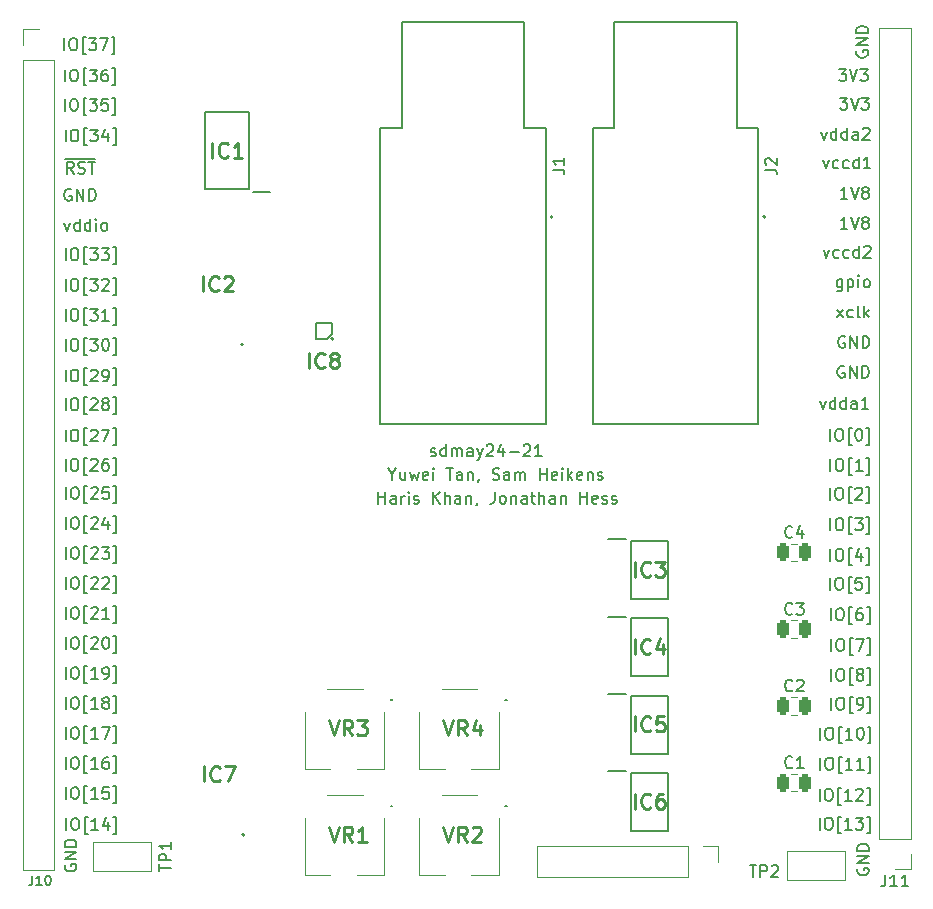
<source format=gto>
%TF.GenerationSoftware,KiCad,Pcbnew,8.0.0*%
%TF.CreationDate,2024-04-16T18:42:12-05:00*%
%TF.ProjectId,BreakoutBoardPCB,42726561-6b6f-4757-9442-6f6172645043,rev?*%
%TF.SameCoordinates,Original*%
%TF.FileFunction,Legend,Top*%
%TF.FilePolarity,Positive*%
%FSLAX46Y46*%
G04 Gerber Fmt 4.6, Leading zero omitted, Abs format (unit mm)*
G04 Created by KiCad (PCBNEW 8.0.0) date 2024-04-16 18:42:12*
%MOMM*%
%LPD*%
G01*
G04 APERTURE LIST*
G04 Aperture macros list*
%AMRoundRect*
0 Rectangle with rounded corners*
0 $1 Rounding radius*
0 $2 $3 $4 $5 $6 $7 $8 $9 X,Y pos of 4 corners*
0 Add a 4 corners polygon primitive as box body*
4,1,4,$2,$3,$4,$5,$6,$7,$8,$9,$2,$3,0*
0 Add four circle primitives for the rounded corners*
1,1,$1+$1,$2,$3*
1,1,$1+$1,$4,$5*
1,1,$1+$1,$6,$7*
1,1,$1+$1,$8,$9*
0 Add four rect primitives between the rounded corners*
20,1,$1+$1,$2,$3,$4,$5,0*
20,1,$1+$1,$4,$5,$6,$7,0*
20,1,$1+$1,$6,$7,$8,$9,0*
20,1,$1+$1,$8,$9,$2,$3,0*%
G04 Aperture macros list end*
%ADD10C,0.150000*%
%ADD11C,0.254000*%
%ADD12C,0.100000*%
%ADD13C,0.200000*%
%ADD14C,0.127000*%
%ADD15C,0.120000*%
%ADD16C,1.217000*%
%ADD17O,1.712000X3.220000*%
%ADD18C,0.164000*%
%ADD19R,0.800000X0.200000*%
%ADD20R,0.200000X0.800000*%
%ADD21R,1.800000X1.800000*%
%ADD22R,1.525000X0.650000*%
%ADD23C,2.000000*%
%ADD24R,1.475000X0.450000*%
%ADD25R,1.700000X1.700000*%
%ADD26O,1.700000X1.700000*%
%ADD27RoundRect,0.250000X-0.250000X-0.475000X0.250000X-0.475000X0.250000X0.475000X-0.250000X0.475000X0*%
G04 APERTURE END LIST*
D10*
X139836779Y-102369819D02*
X139836779Y-101369819D01*
X139836779Y-101846009D02*
X140408207Y-101846009D01*
X140408207Y-102369819D02*
X140408207Y-101369819D01*
X141312969Y-102369819D02*
X141312969Y-101846009D01*
X141312969Y-101846009D02*
X141265350Y-101750771D01*
X141265350Y-101750771D02*
X141170112Y-101703152D01*
X141170112Y-101703152D02*
X140979636Y-101703152D01*
X140979636Y-101703152D02*
X140884398Y-101750771D01*
X141312969Y-102322200D02*
X141217731Y-102369819D01*
X141217731Y-102369819D02*
X140979636Y-102369819D01*
X140979636Y-102369819D02*
X140884398Y-102322200D01*
X140884398Y-102322200D02*
X140836779Y-102226961D01*
X140836779Y-102226961D02*
X140836779Y-102131723D01*
X140836779Y-102131723D02*
X140884398Y-102036485D01*
X140884398Y-102036485D02*
X140979636Y-101988866D01*
X140979636Y-101988866D02*
X141217731Y-101988866D01*
X141217731Y-101988866D02*
X141312969Y-101941247D01*
X141789160Y-102369819D02*
X141789160Y-101703152D01*
X141789160Y-101893628D02*
X141836779Y-101798390D01*
X141836779Y-101798390D02*
X141884398Y-101750771D01*
X141884398Y-101750771D02*
X141979636Y-101703152D01*
X141979636Y-101703152D02*
X142074874Y-101703152D01*
X142408208Y-102369819D02*
X142408208Y-101703152D01*
X142408208Y-101369819D02*
X142360589Y-101417438D01*
X142360589Y-101417438D02*
X142408208Y-101465057D01*
X142408208Y-101465057D02*
X142455827Y-101417438D01*
X142455827Y-101417438D02*
X142408208Y-101369819D01*
X142408208Y-101369819D02*
X142408208Y-101465057D01*
X142836779Y-102322200D02*
X142932017Y-102369819D01*
X142932017Y-102369819D02*
X143122493Y-102369819D01*
X143122493Y-102369819D02*
X143217731Y-102322200D01*
X143217731Y-102322200D02*
X143265350Y-102226961D01*
X143265350Y-102226961D02*
X143265350Y-102179342D01*
X143265350Y-102179342D02*
X143217731Y-102084104D01*
X143217731Y-102084104D02*
X143122493Y-102036485D01*
X143122493Y-102036485D02*
X142979636Y-102036485D01*
X142979636Y-102036485D02*
X142884398Y-101988866D01*
X142884398Y-101988866D02*
X142836779Y-101893628D01*
X142836779Y-101893628D02*
X142836779Y-101846009D01*
X142836779Y-101846009D02*
X142884398Y-101750771D01*
X142884398Y-101750771D02*
X142979636Y-101703152D01*
X142979636Y-101703152D02*
X143122493Y-101703152D01*
X143122493Y-101703152D02*
X143217731Y-101750771D01*
X144455827Y-102369819D02*
X144455827Y-101369819D01*
X145027255Y-102369819D02*
X144598684Y-101798390D01*
X145027255Y-101369819D02*
X144455827Y-101941247D01*
X145455827Y-102369819D02*
X145455827Y-101369819D01*
X145884398Y-102369819D02*
X145884398Y-101846009D01*
X145884398Y-101846009D02*
X145836779Y-101750771D01*
X145836779Y-101750771D02*
X145741541Y-101703152D01*
X145741541Y-101703152D02*
X145598684Y-101703152D01*
X145598684Y-101703152D02*
X145503446Y-101750771D01*
X145503446Y-101750771D02*
X145455827Y-101798390D01*
X146789160Y-102369819D02*
X146789160Y-101846009D01*
X146789160Y-101846009D02*
X146741541Y-101750771D01*
X146741541Y-101750771D02*
X146646303Y-101703152D01*
X146646303Y-101703152D02*
X146455827Y-101703152D01*
X146455827Y-101703152D02*
X146360589Y-101750771D01*
X146789160Y-102322200D02*
X146693922Y-102369819D01*
X146693922Y-102369819D02*
X146455827Y-102369819D01*
X146455827Y-102369819D02*
X146360589Y-102322200D01*
X146360589Y-102322200D02*
X146312970Y-102226961D01*
X146312970Y-102226961D02*
X146312970Y-102131723D01*
X146312970Y-102131723D02*
X146360589Y-102036485D01*
X146360589Y-102036485D02*
X146455827Y-101988866D01*
X146455827Y-101988866D02*
X146693922Y-101988866D01*
X146693922Y-101988866D02*
X146789160Y-101941247D01*
X147265351Y-101703152D02*
X147265351Y-102369819D01*
X147265351Y-101798390D02*
X147312970Y-101750771D01*
X147312970Y-101750771D02*
X147408208Y-101703152D01*
X147408208Y-101703152D02*
X147551065Y-101703152D01*
X147551065Y-101703152D02*
X147646303Y-101750771D01*
X147646303Y-101750771D02*
X147693922Y-101846009D01*
X147693922Y-101846009D02*
X147693922Y-102369819D01*
X148217732Y-102322200D02*
X148217732Y-102369819D01*
X148217732Y-102369819D02*
X148170113Y-102465057D01*
X148170113Y-102465057D02*
X148122494Y-102512676D01*
X149693922Y-101369819D02*
X149693922Y-102084104D01*
X149693922Y-102084104D02*
X149646303Y-102226961D01*
X149646303Y-102226961D02*
X149551065Y-102322200D01*
X149551065Y-102322200D02*
X149408208Y-102369819D01*
X149408208Y-102369819D02*
X149312970Y-102369819D01*
X150312970Y-102369819D02*
X150217732Y-102322200D01*
X150217732Y-102322200D02*
X150170113Y-102274580D01*
X150170113Y-102274580D02*
X150122494Y-102179342D01*
X150122494Y-102179342D02*
X150122494Y-101893628D01*
X150122494Y-101893628D02*
X150170113Y-101798390D01*
X150170113Y-101798390D02*
X150217732Y-101750771D01*
X150217732Y-101750771D02*
X150312970Y-101703152D01*
X150312970Y-101703152D02*
X150455827Y-101703152D01*
X150455827Y-101703152D02*
X150551065Y-101750771D01*
X150551065Y-101750771D02*
X150598684Y-101798390D01*
X150598684Y-101798390D02*
X150646303Y-101893628D01*
X150646303Y-101893628D02*
X150646303Y-102179342D01*
X150646303Y-102179342D02*
X150598684Y-102274580D01*
X150598684Y-102274580D02*
X150551065Y-102322200D01*
X150551065Y-102322200D02*
X150455827Y-102369819D01*
X150455827Y-102369819D02*
X150312970Y-102369819D01*
X151074875Y-101703152D02*
X151074875Y-102369819D01*
X151074875Y-101798390D02*
X151122494Y-101750771D01*
X151122494Y-101750771D02*
X151217732Y-101703152D01*
X151217732Y-101703152D02*
X151360589Y-101703152D01*
X151360589Y-101703152D02*
X151455827Y-101750771D01*
X151455827Y-101750771D02*
X151503446Y-101846009D01*
X151503446Y-101846009D02*
X151503446Y-102369819D01*
X152408208Y-102369819D02*
X152408208Y-101846009D01*
X152408208Y-101846009D02*
X152360589Y-101750771D01*
X152360589Y-101750771D02*
X152265351Y-101703152D01*
X152265351Y-101703152D02*
X152074875Y-101703152D01*
X152074875Y-101703152D02*
X151979637Y-101750771D01*
X152408208Y-102322200D02*
X152312970Y-102369819D01*
X152312970Y-102369819D02*
X152074875Y-102369819D01*
X152074875Y-102369819D02*
X151979637Y-102322200D01*
X151979637Y-102322200D02*
X151932018Y-102226961D01*
X151932018Y-102226961D02*
X151932018Y-102131723D01*
X151932018Y-102131723D02*
X151979637Y-102036485D01*
X151979637Y-102036485D02*
X152074875Y-101988866D01*
X152074875Y-101988866D02*
X152312970Y-101988866D01*
X152312970Y-101988866D02*
X152408208Y-101941247D01*
X152741542Y-101703152D02*
X153122494Y-101703152D01*
X152884399Y-101369819D02*
X152884399Y-102226961D01*
X152884399Y-102226961D02*
X152932018Y-102322200D01*
X152932018Y-102322200D02*
X153027256Y-102369819D01*
X153027256Y-102369819D02*
X153122494Y-102369819D01*
X153455828Y-102369819D02*
X153455828Y-101369819D01*
X153884399Y-102369819D02*
X153884399Y-101846009D01*
X153884399Y-101846009D02*
X153836780Y-101750771D01*
X153836780Y-101750771D02*
X153741542Y-101703152D01*
X153741542Y-101703152D02*
X153598685Y-101703152D01*
X153598685Y-101703152D02*
X153503447Y-101750771D01*
X153503447Y-101750771D02*
X153455828Y-101798390D01*
X154789161Y-102369819D02*
X154789161Y-101846009D01*
X154789161Y-101846009D02*
X154741542Y-101750771D01*
X154741542Y-101750771D02*
X154646304Y-101703152D01*
X154646304Y-101703152D02*
X154455828Y-101703152D01*
X154455828Y-101703152D02*
X154360590Y-101750771D01*
X154789161Y-102322200D02*
X154693923Y-102369819D01*
X154693923Y-102369819D02*
X154455828Y-102369819D01*
X154455828Y-102369819D02*
X154360590Y-102322200D01*
X154360590Y-102322200D02*
X154312971Y-102226961D01*
X154312971Y-102226961D02*
X154312971Y-102131723D01*
X154312971Y-102131723D02*
X154360590Y-102036485D01*
X154360590Y-102036485D02*
X154455828Y-101988866D01*
X154455828Y-101988866D02*
X154693923Y-101988866D01*
X154693923Y-101988866D02*
X154789161Y-101941247D01*
X155265352Y-101703152D02*
X155265352Y-102369819D01*
X155265352Y-101798390D02*
X155312971Y-101750771D01*
X155312971Y-101750771D02*
X155408209Y-101703152D01*
X155408209Y-101703152D02*
X155551066Y-101703152D01*
X155551066Y-101703152D02*
X155646304Y-101750771D01*
X155646304Y-101750771D02*
X155693923Y-101846009D01*
X155693923Y-101846009D02*
X155693923Y-102369819D01*
X156932019Y-102369819D02*
X156932019Y-101369819D01*
X156932019Y-101846009D02*
X157503447Y-101846009D01*
X157503447Y-102369819D02*
X157503447Y-101369819D01*
X158360590Y-102322200D02*
X158265352Y-102369819D01*
X158265352Y-102369819D02*
X158074876Y-102369819D01*
X158074876Y-102369819D02*
X157979638Y-102322200D01*
X157979638Y-102322200D02*
X157932019Y-102226961D01*
X157932019Y-102226961D02*
X157932019Y-101846009D01*
X157932019Y-101846009D02*
X157979638Y-101750771D01*
X157979638Y-101750771D02*
X158074876Y-101703152D01*
X158074876Y-101703152D02*
X158265352Y-101703152D01*
X158265352Y-101703152D02*
X158360590Y-101750771D01*
X158360590Y-101750771D02*
X158408209Y-101846009D01*
X158408209Y-101846009D02*
X158408209Y-101941247D01*
X158408209Y-101941247D02*
X157932019Y-102036485D01*
X158789162Y-102322200D02*
X158884400Y-102369819D01*
X158884400Y-102369819D02*
X159074876Y-102369819D01*
X159074876Y-102369819D02*
X159170114Y-102322200D01*
X159170114Y-102322200D02*
X159217733Y-102226961D01*
X159217733Y-102226961D02*
X159217733Y-102179342D01*
X159217733Y-102179342D02*
X159170114Y-102084104D01*
X159170114Y-102084104D02*
X159074876Y-102036485D01*
X159074876Y-102036485D02*
X158932019Y-102036485D01*
X158932019Y-102036485D02*
X158836781Y-101988866D01*
X158836781Y-101988866D02*
X158789162Y-101893628D01*
X158789162Y-101893628D02*
X158789162Y-101846009D01*
X158789162Y-101846009D02*
X158836781Y-101750771D01*
X158836781Y-101750771D02*
X158932019Y-101703152D01*
X158932019Y-101703152D02*
X159074876Y-101703152D01*
X159074876Y-101703152D02*
X159170114Y-101750771D01*
X159598686Y-102322200D02*
X159693924Y-102369819D01*
X159693924Y-102369819D02*
X159884400Y-102369819D01*
X159884400Y-102369819D02*
X159979638Y-102322200D01*
X159979638Y-102322200D02*
X160027257Y-102226961D01*
X160027257Y-102226961D02*
X160027257Y-102179342D01*
X160027257Y-102179342D02*
X159979638Y-102084104D01*
X159979638Y-102084104D02*
X159884400Y-102036485D01*
X159884400Y-102036485D02*
X159741543Y-102036485D01*
X159741543Y-102036485D02*
X159646305Y-101988866D01*
X159646305Y-101988866D02*
X159598686Y-101893628D01*
X159598686Y-101893628D02*
X159598686Y-101846009D01*
X159598686Y-101846009D02*
X159646305Y-101750771D01*
X159646305Y-101750771D02*
X159741543Y-101703152D01*
X159741543Y-101703152D02*
X159884400Y-101703152D01*
X159884400Y-101703152D02*
X159979638Y-101750771D01*
X141027255Y-99893628D02*
X141027255Y-100369819D01*
X140693922Y-99369819D02*
X141027255Y-99893628D01*
X141027255Y-99893628D02*
X141360588Y-99369819D01*
X142122493Y-99703152D02*
X142122493Y-100369819D01*
X141693922Y-99703152D02*
X141693922Y-100226961D01*
X141693922Y-100226961D02*
X141741541Y-100322200D01*
X141741541Y-100322200D02*
X141836779Y-100369819D01*
X141836779Y-100369819D02*
X141979636Y-100369819D01*
X141979636Y-100369819D02*
X142074874Y-100322200D01*
X142074874Y-100322200D02*
X142122493Y-100274580D01*
X142503446Y-99703152D02*
X142693922Y-100369819D01*
X142693922Y-100369819D02*
X142884398Y-99893628D01*
X142884398Y-99893628D02*
X143074874Y-100369819D01*
X143074874Y-100369819D02*
X143265350Y-99703152D01*
X144027255Y-100322200D02*
X143932017Y-100369819D01*
X143932017Y-100369819D02*
X143741541Y-100369819D01*
X143741541Y-100369819D02*
X143646303Y-100322200D01*
X143646303Y-100322200D02*
X143598684Y-100226961D01*
X143598684Y-100226961D02*
X143598684Y-99846009D01*
X143598684Y-99846009D02*
X143646303Y-99750771D01*
X143646303Y-99750771D02*
X143741541Y-99703152D01*
X143741541Y-99703152D02*
X143932017Y-99703152D01*
X143932017Y-99703152D02*
X144027255Y-99750771D01*
X144027255Y-99750771D02*
X144074874Y-99846009D01*
X144074874Y-99846009D02*
X144074874Y-99941247D01*
X144074874Y-99941247D02*
X143598684Y-100036485D01*
X144503446Y-100369819D02*
X144503446Y-99703152D01*
X144503446Y-99369819D02*
X144455827Y-99417438D01*
X144455827Y-99417438D02*
X144503446Y-99465057D01*
X144503446Y-99465057D02*
X144551065Y-99417438D01*
X144551065Y-99417438D02*
X144503446Y-99369819D01*
X144503446Y-99369819D02*
X144503446Y-99465057D01*
X145598684Y-99369819D02*
X146170112Y-99369819D01*
X145884398Y-100369819D02*
X145884398Y-99369819D01*
X146932017Y-100369819D02*
X146932017Y-99846009D01*
X146932017Y-99846009D02*
X146884398Y-99750771D01*
X146884398Y-99750771D02*
X146789160Y-99703152D01*
X146789160Y-99703152D02*
X146598684Y-99703152D01*
X146598684Y-99703152D02*
X146503446Y-99750771D01*
X146932017Y-100322200D02*
X146836779Y-100369819D01*
X146836779Y-100369819D02*
X146598684Y-100369819D01*
X146598684Y-100369819D02*
X146503446Y-100322200D01*
X146503446Y-100322200D02*
X146455827Y-100226961D01*
X146455827Y-100226961D02*
X146455827Y-100131723D01*
X146455827Y-100131723D02*
X146503446Y-100036485D01*
X146503446Y-100036485D02*
X146598684Y-99988866D01*
X146598684Y-99988866D02*
X146836779Y-99988866D01*
X146836779Y-99988866D02*
X146932017Y-99941247D01*
X147408208Y-99703152D02*
X147408208Y-100369819D01*
X147408208Y-99798390D02*
X147455827Y-99750771D01*
X147455827Y-99750771D02*
X147551065Y-99703152D01*
X147551065Y-99703152D02*
X147693922Y-99703152D01*
X147693922Y-99703152D02*
X147789160Y-99750771D01*
X147789160Y-99750771D02*
X147836779Y-99846009D01*
X147836779Y-99846009D02*
X147836779Y-100369819D01*
X148360589Y-100322200D02*
X148360589Y-100369819D01*
X148360589Y-100369819D02*
X148312970Y-100465057D01*
X148312970Y-100465057D02*
X148265351Y-100512676D01*
X149503446Y-100322200D02*
X149646303Y-100369819D01*
X149646303Y-100369819D02*
X149884398Y-100369819D01*
X149884398Y-100369819D02*
X149979636Y-100322200D01*
X149979636Y-100322200D02*
X150027255Y-100274580D01*
X150027255Y-100274580D02*
X150074874Y-100179342D01*
X150074874Y-100179342D02*
X150074874Y-100084104D01*
X150074874Y-100084104D02*
X150027255Y-99988866D01*
X150027255Y-99988866D02*
X149979636Y-99941247D01*
X149979636Y-99941247D02*
X149884398Y-99893628D01*
X149884398Y-99893628D02*
X149693922Y-99846009D01*
X149693922Y-99846009D02*
X149598684Y-99798390D01*
X149598684Y-99798390D02*
X149551065Y-99750771D01*
X149551065Y-99750771D02*
X149503446Y-99655533D01*
X149503446Y-99655533D02*
X149503446Y-99560295D01*
X149503446Y-99560295D02*
X149551065Y-99465057D01*
X149551065Y-99465057D02*
X149598684Y-99417438D01*
X149598684Y-99417438D02*
X149693922Y-99369819D01*
X149693922Y-99369819D02*
X149932017Y-99369819D01*
X149932017Y-99369819D02*
X150074874Y-99417438D01*
X150932017Y-100369819D02*
X150932017Y-99846009D01*
X150932017Y-99846009D02*
X150884398Y-99750771D01*
X150884398Y-99750771D02*
X150789160Y-99703152D01*
X150789160Y-99703152D02*
X150598684Y-99703152D01*
X150598684Y-99703152D02*
X150503446Y-99750771D01*
X150932017Y-100322200D02*
X150836779Y-100369819D01*
X150836779Y-100369819D02*
X150598684Y-100369819D01*
X150598684Y-100369819D02*
X150503446Y-100322200D01*
X150503446Y-100322200D02*
X150455827Y-100226961D01*
X150455827Y-100226961D02*
X150455827Y-100131723D01*
X150455827Y-100131723D02*
X150503446Y-100036485D01*
X150503446Y-100036485D02*
X150598684Y-99988866D01*
X150598684Y-99988866D02*
X150836779Y-99988866D01*
X150836779Y-99988866D02*
X150932017Y-99941247D01*
X151408208Y-100369819D02*
X151408208Y-99703152D01*
X151408208Y-99798390D02*
X151455827Y-99750771D01*
X151455827Y-99750771D02*
X151551065Y-99703152D01*
X151551065Y-99703152D02*
X151693922Y-99703152D01*
X151693922Y-99703152D02*
X151789160Y-99750771D01*
X151789160Y-99750771D02*
X151836779Y-99846009D01*
X151836779Y-99846009D02*
X151836779Y-100369819D01*
X151836779Y-99846009D02*
X151884398Y-99750771D01*
X151884398Y-99750771D02*
X151979636Y-99703152D01*
X151979636Y-99703152D02*
X152122493Y-99703152D01*
X152122493Y-99703152D02*
X152217732Y-99750771D01*
X152217732Y-99750771D02*
X152265351Y-99846009D01*
X152265351Y-99846009D02*
X152265351Y-100369819D01*
X153503446Y-100369819D02*
X153503446Y-99369819D01*
X153503446Y-99846009D02*
X154074874Y-99846009D01*
X154074874Y-100369819D02*
X154074874Y-99369819D01*
X154932017Y-100322200D02*
X154836779Y-100369819D01*
X154836779Y-100369819D02*
X154646303Y-100369819D01*
X154646303Y-100369819D02*
X154551065Y-100322200D01*
X154551065Y-100322200D02*
X154503446Y-100226961D01*
X154503446Y-100226961D02*
X154503446Y-99846009D01*
X154503446Y-99846009D02*
X154551065Y-99750771D01*
X154551065Y-99750771D02*
X154646303Y-99703152D01*
X154646303Y-99703152D02*
X154836779Y-99703152D01*
X154836779Y-99703152D02*
X154932017Y-99750771D01*
X154932017Y-99750771D02*
X154979636Y-99846009D01*
X154979636Y-99846009D02*
X154979636Y-99941247D01*
X154979636Y-99941247D02*
X154503446Y-100036485D01*
X155408208Y-100369819D02*
X155408208Y-99703152D01*
X155408208Y-99369819D02*
X155360589Y-99417438D01*
X155360589Y-99417438D02*
X155408208Y-99465057D01*
X155408208Y-99465057D02*
X155455827Y-99417438D01*
X155455827Y-99417438D02*
X155408208Y-99369819D01*
X155408208Y-99369819D02*
X155408208Y-99465057D01*
X155884398Y-100369819D02*
X155884398Y-99369819D01*
X155979636Y-99988866D02*
X156265350Y-100369819D01*
X156265350Y-99703152D02*
X155884398Y-100084104D01*
X157074874Y-100322200D02*
X156979636Y-100369819D01*
X156979636Y-100369819D02*
X156789160Y-100369819D01*
X156789160Y-100369819D02*
X156693922Y-100322200D01*
X156693922Y-100322200D02*
X156646303Y-100226961D01*
X156646303Y-100226961D02*
X156646303Y-99846009D01*
X156646303Y-99846009D02*
X156693922Y-99750771D01*
X156693922Y-99750771D02*
X156789160Y-99703152D01*
X156789160Y-99703152D02*
X156979636Y-99703152D01*
X156979636Y-99703152D02*
X157074874Y-99750771D01*
X157074874Y-99750771D02*
X157122493Y-99846009D01*
X157122493Y-99846009D02*
X157122493Y-99941247D01*
X157122493Y-99941247D02*
X156646303Y-100036485D01*
X157551065Y-99703152D02*
X157551065Y-100369819D01*
X157551065Y-99798390D02*
X157598684Y-99750771D01*
X157598684Y-99750771D02*
X157693922Y-99703152D01*
X157693922Y-99703152D02*
X157836779Y-99703152D01*
X157836779Y-99703152D02*
X157932017Y-99750771D01*
X157932017Y-99750771D02*
X157979636Y-99846009D01*
X157979636Y-99846009D02*
X157979636Y-100369819D01*
X158408208Y-100322200D02*
X158503446Y-100369819D01*
X158503446Y-100369819D02*
X158693922Y-100369819D01*
X158693922Y-100369819D02*
X158789160Y-100322200D01*
X158789160Y-100322200D02*
X158836779Y-100226961D01*
X158836779Y-100226961D02*
X158836779Y-100179342D01*
X158836779Y-100179342D02*
X158789160Y-100084104D01*
X158789160Y-100084104D02*
X158693922Y-100036485D01*
X158693922Y-100036485D02*
X158551065Y-100036485D01*
X158551065Y-100036485D02*
X158455827Y-99988866D01*
X158455827Y-99988866D02*
X158408208Y-99893628D01*
X158408208Y-99893628D02*
X158408208Y-99846009D01*
X158408208Y-99846009D02*
X158455827Y-99750771D01*
X158455827Y-99750771D02*
X158551065Y-99703152D01*
X158551065Y-99703152D02*
X158693922Y-99703152D01*
X158693922Y-99703152D02*
X158789160Y-99750771D01*
X144289160Y-98322200D02*
X144384398Y-98369819D01*
X144384398Y-98369819D02*
X144574874Y-98369819D01*
X144574874Y-98369819D02*
X144670112Y-98322200D01*
X144670112Y-98322200D02*
X144717731Y-98226961D01*
X144717731Y-98226961D02*
X144717731Y-98179342D01*
X144717731Y-98179342D02*
X144670112Y-98084104D01*
X144670112Y-98084104D02*
X144574874Y-98036485D01*
X144574874Y-98036485D02*
X144432017Y-98036485D01*
X144432017Y-98036485D02*
X144336779Y-97988866D01*
X144336779Y-97988866D02*
X144289160Y-97893628D01*
X144289160Y-97893628D02*
X144289160Y-97846009D01*
X144289160Y-97846009D02*
X144336779Y-97750771D01*
X144336779Y-97750771D02*
X144432017Y-97703152D01*
X144432017Y-97703152D02*
X144574874Y-97703152D01*
X144574874Y-97703152D02*
X144670112Y-97750771D01*
X145574874Y-98369819D02*
X145574874Y-97369819D01*
X145574874Y-98322200D02*
X145479636Y-98369819D01*
X145479636Y-98369819D02*
X145289160Y-98369819D01*
X145289160Y-98369819D02*
X145193922Y-98322200D01*
X145193922Y-98322200D02*
X145146303Y-98274580D01*
X145146303Y-98274580D02*
X145098684Y-98179342D01*
X145098684Y-98179342D02*
X145098684Y-97893628D01*
X145098684Y-97893628D02*
X145146303Y-97798390D01*
X145146303Y-97798390D02*
X145193922Y-97750771D01*
X145193922Y-97750771D02*
X145289160Y-97703152D01*
X145289160Y-97703152D02*
X145479636Y-97703152D01*
X145479636Y-97703152D02*
X145574874Y-97750771D01*
X146051065Y-98369819D02*
X146051065Y-97703152D01*
X146051065Y-97798390D02*
X146098684Y-97750771D01*
X146098684Y-97750771D02*
X146193922Y-97703152D01*
X146193922Y-97703152D02*
X146336779Y-97703152D01*
X146336779Y-97703152D02*
X146432017Y-97750771D01*
X146432017Y-97750771D02*
X146479636Y-97846009D01*
X146479636Y-97846009D02*
X146479636Y-98369819D01*
X146479636Y-97846009D02*
X146527255Y-97750771D01*
X146527255Y-97750771D02*
X146622493Y-97703152D01*
X146622493Y-97703152D02*
X146765350Y-97703152D01*
X146765350Y-97703152D02*
X146860589Y-97750771D01*
X146860589Y-97750771D02*
X146908208Y-97846009D01*
X146908208Y-97846009D02*
X146908208Y-98369819D01*
X147812969Y-98369819D02*
X147812969Y-97846009D01*
X147812969Y-97846009D02*
X147765350Y-97750771D01*
X147765350Y-97750771D02*
X147670112Y-97703152D01*
X147670112Y-97703152D02*
X147479636Y-97703152D01*
X147479636Y-97703152D02*
X147384398Y-97750771D01*
X147812969Y-98322200D02*
X147717731Y-98369819D01*
X147717731Y-98369819D02*
X147479636Y-98369819D01*
X147479636Y-98369819D02*
X147384398Y-98322200D01*
X147384398Y-98322200D02*
X147336779Y-98226961D01*
X147336779Y-98226961D02*
X147336779Y-98131723D01*
X147336779Y-98131723D02*
X147384398Y-98036485D01*
X147384398Y-98036485D02*
X147479636Y-97988866D01*
X147479636Y-97988866D02*
X147717731Y-97988866D01*
X147717731Y-97988866D02*
X147812969Y-97941247D01*
X148193922Y-97703152D02*
X148432017Y-98369819D01*
X148670112Y-97703152D02*
X148432017Y-98369819D01*
X148432017Y-98369819D02*
X148336779Y-98607914D01*
X148336779Y-98607914D02*
X148289160Y-98655533D01*
X148289160Y-98655533D02*
X148193922Y-98703152D01*
X149003446Y-97465057D02*
X149051065Y-97417438D01*
X149051065Y-97417438D02*
X149146303Y-97369819D01*
X149146303Y-97369819D02*
X149384398Y-97369819D01*
X149384398Y-97369819D02*
X149479636Y-97417438D01*
X149479636Y-97417438D02*
X149527255Y-97465057D01*
X149527255Y-97465057D02*
X149574874Y-97560295D01*
X149574874Y-97560295D02*
X149574874Y-97655533D01*
X149574874Y-97655533D02*
X149527255Y-97798390D01*
X149527255Y-97798390D02*
X148955827Y-98369819D01*
X148955827Y-98369819D02*
X149574874Y-98369819D01*
X150432017Y-97703152D02*
X150432017Y-98369819D01*
X150193922Y-97322200D02*
X149955827Y-98036485D01*
X149955827Y-98036485D02*
X150574874Y-98036485D01*
X150955827Y-97988866D02*
X151717732Y-97988866D01*
X152146303Y-97465057D02*
X152193922Y-97417438D01*
X152193922Y-97417438D02*
X152289160Y-97369819D01*
X152289160Y-97369819D02*
X152527255Y-97369819D01*
X152527255Y-97369819D02*
X152622493Y-97417438D01*
X152622493Y-97417438D02*
X152670112Y-97465057D01*
X152670112Y-97465057D02*
X152717731Y-97560295D01*
X152717731Y-97560295D02*
X152717731Y-97655533D01*
X152717731Y-97655533D02*
X152670112Y-97798390D01*
X152670112Y-97798390D02*
X152098684Y-98369819D01*
X152098684Y-98369819D02*
X152717731Y-98369819D01*
X153670112Y-98369819D02*
X153098684Y-98369819D01*
X153384398Y-98369819D02*
X153384398Y-97369819D01*
X153384398Y-97369819D02*
X153289160Y-97512676D01*
X153289160Y-97512676D02*
X153193922Y-97607914D01*
X153193922Y-97607914D02*
X153098684Y-97655533D01*
X177505997Y-73321353D02*
X177744092Y-73988020D01*
X177744092Y-73988020D02*
X177982187Y-73321353D01*
X178791711Y-73940401D02*
X178696473Y-73988020D01*
X178696473Y-73988020D02*
X178505997Y-73988020D01*
X178505997Y-73988020D02*
X178410759Y-73940401D01*
X178410759Y-73940401D02*
X178363140Y-73892781D01*
X178363140Y-73892781D02*
X178315521Y-73797543D01*
X178315521Y-73797543D02*
X178315521Y-73511829D01*
X178315521Y-73511829D02*
X178363140Y-73416591D01*
X178363140Y-73416591D02*
X178410759Y-73368972D01*
X178410759Y-73368972D02*
X178505997Y-73321353D01*
X178505997Y-73321353D02*
X178696473Y-73321353D01*
X178696473Y-73321353D02*
X178791711Y-73368972D01*
X179648854Y-73940401D02*
X179553616Y-73988020D01*
X179553616Y-73988020D02*
X179363140Y-73988020D01*
X179363140Y-73988020D02*
X179267902Y-73940401D01*
X179267902Y-73940401D02*
X179220283Y-73892781D01*
X179220283Y-73892781D02*
X179172664Y-73797543D01*
X179172664Y-73797543D02*
X179172664Y-73511829D01*
X179172664Y-73511829D02*
X179220283Y-73416591D01*
X179220283Y-73416591D02*
X179267902Y-73368972D01*
X179267902Y-73368972D02*
X179363140Y-73321353D01*
X179363140Y-73321353D02*
X179553616Y-73321353D01*
X179553616Y-73321353D02*
X179648854Y-73368972D01*
X180505997Y-73988020D02*
X180505997Y-72988020D01*
X180505997Y-73940401D02*
X180410759Y-73988020D01*
X180410759Y-73988020D02*
X180220283Y-73988020D01*
X180220283Y-73988020D02*
X180125045Y-73940401D01*
X180125045Y-73940401D02*
X180077426Y-73892781D01*
X180077426Y-73892781D02*
X180029807Y-73797543D01*
X180029807Y-73797543D02*
X180029807Y-73511829D01*
X180029807Y-73511829D02*
X180077426Y-73416591D01*
X180077426Y-73416591D02*
X180125045Y-73368972D01*
X180125045Y-73368972D02*
X180220283Y-73321353D01*
X180220283Y-73321353D02*
X180410759Y-73321353D01*
X180410759Y-73321353D02*
X180505997Y-73368972D01*
X181505997Y-73988020D02*
X180934569Y-73988020D01*
X181220283Y-73988020D02*
X181220283Y-72988020D01*
X181220283Y-72988020D02*
X181125045Y-73130877D01*
X181125045Y-73130877D02*
X181029807Y-73226115D01*
X181029807Y-73226115D02*
X180934569Y-73273734D01*
X113353550Y-89431220D02*
X113353550Y-88431220D01*
X114020216Y-88431220D02*
X114210692Y-88431220D01*
X114210692Y-88431220D02*
X114305930Y-88478839D01*
X114305930Y-88478839D02*
X114401168Y-88574077D01*
X114401168Y-88574077D02*
X114448787Y-88764553D01*
X114448787Y-88764553D02*
X114448787Y-89097886D01*
X114448787Y-89097886D02*
X114401168Y-89288362D01*
X114401168Y-89288362D02*
X114305930Y-89383601D01*
X114305930Y-89383601D02*
X114210692Y-89431220D01*
X114210692Y-89431220D02*
X114020216Y-89431220D01*
X114020216Y-89431220D02*
X113924978Y-89383601D01*
X113924978Y-89383601D02*
X113829740Y-89288362D01*
X113829740Y-89288362D02*
X113782121Y-89097886D01*
X113782121Y-89097886D02*
X113782121Y-88764553D01*
X113782121Y-88764553D02*
X113829740Y-88574077D01*
X113829740Y-88574077D02*
X113924978Y-88478839D01*
X113924978Y-88478839D02*
X114020216Y-88431220D01*
X115163073Y-89764553D02*
X114924978Y-89764553D01*
X114924978Y-89764553D02*
X114924978Y-88335981D01*
X114924978Y-88335981D02*
X115163073Y-88335981D01*
X115448788Y-88431220D02*
X116067835Y-88431220D01*
X116067835Y-88431220D02*
X115734502Y-88812172D01*
X115734502Y-88812172D02*
X115877359Y-88812172D01*
X115877359Y-88812172D02*
X115972597Y-88859791D01*
X115972597Y-88859791D02*
X116020216Y-88907410D01*
X116020216Y-88907410D02*
X116067835Y-89002648D01*
X116067835Y-89002648D02*
X116067835Y-89240743D01*
X116067835Y-89240743D02*
X116020216Y-89335981D01*
X116020216Y-89335981D02*
X115972597Y-89383601D01*
X115972597Y-89383601D02*
X115877359Y-89431220D01*
X115877359Y-89431220D02*
X115591645Y-89431220D01*
X115591645Y-89431220D02*
X115496407Y-89383601D01*
X115496407Y-89383601D02*
X115448788Y-89335981D01*
X116686883Y-88431220D02*
X116782121Y-88431220D01*
X116782121Y-88431220D02*
X116877359Y-88478839D01*
X116877359Y-88478839D02*
X116924978Y-88526458D01*
X116924978Y-88526458D02*
X116972597Y-88621696D01*
X116972597Y-88621696D02*
X117020216Y-88812172D01*
X117020216Y-88812172D02*
X117020216Y-89050267D01*
X117020216Y-89050267D02*
X116972597Y-89240743D01*
X116972597Y-89240743D02*
X116924978Y-89335981D01*
X116924978Y-89335981D02*
X116877359Y-89383601D01*
X116877359Y-89383601D02*
X116782121Y-89431220D01*
X116782121Y-89431220D02*
X116686883Y-89431220D01*
X116686883Y-89431220D02*
X116591645Y-89383601D01*
X116591645Y-89383601D02*
X116544026Y-89335981D01*
X116544026Y-89335981D02*
X116496407Y-89240743D01*
X116496407Y-89240743D02*
X116448788Y-89050267D01*
X116448788Y-89050267D02*
X116448788Y-88812172D01*
X116448788Y-88812172D02*
X116496407Y-88621696D01*
X116496407Y-88621696D02*
X116544026Y-88526458D01*
X116544026Y-88526458D02*
X116591645Y-88478839D01*
X116591645Y-88478839D02*
X116686883Y-88431220D01*
X117353550Y-89764553D02*
X117591645Y-89764553D01*
X117591645Y-89764553D02*
X117591645Y-88335981D01*
X117591645Y-88335981D02*
X117353550Y-88335981D01*
X113404350Y-129995020D02*
X113404350Y-128995020D01*
X114071016Y-128995020D02*
X114261492Y-128995020D01*
X114261492Y-128995020D02*
X114356730Y-129042639D01*
X114356730Y-129042639D02*
X114451968Y-129137877D01*
X114451968Y-129137877D02*
X114499587Y-129328353D01*
X114499587Y-129328353D02*
X114499587Y-129661686D01*
X114499587Y-129661686D02*
X114451968Y-129852162D01*
X114451968Y-129852162D02*
X114356730Y-129947401D01*
X114356730Y-129947401D02*
X114261492Y-129995020D01*
X114261492Y-129995020D02*
X114071016Y-129995020D01*
X114071016Y-129995020D02*
X113975778Y-129947401D01*
X113975778Y-129947401D02*
X113880540Y-129852162D01*
X113880540Y-129852162D02*
X113832921Y-129661686D01*
X113832921Y-129661686D02*
X113832921Y-129328353D01*
X113832921Y-129328353D02*
X113880540Y-129137877D01*
X113880540Y-129137877D02*
X113975778Y-129042639D01*
X113975778Y-129042639D02*
X114071016Y-128995020D01*
X115213873Y-130328353D02*
X114975778Y-130328353D01*
X114975778Y-130328353D02*
X114975778Y-128899781D01*
X114975778Y-128899781D02*
X115213873Y-128899781D01*
X116118635Y-129995020D02*
X115547207Y-129995020D01*
X115832921Y-129995020D02*
X115832921Y-128995020D01*
X115832921Y-128995020D02*
X115737683Y-129137877D01*
X115737683Y-129137877D02*
X115642445Y-129233115D01*
X115642445Y-129233115D02*
X115547207Y-129280734D01*
X116975778Y-129328353D02*
X116975778Y-129995020D01*
X116737683Y-128947401D02*
X116499588Y-129661686D01*
X116499588Y-129661686D02*
X117118635Y-129661686D01*
X117404350Y-130328353D02*
X117642445Y-130328353D01*
X117642445Y-130328353D02*
X117642445Y-128899781D01*
X117642445Y-128899781D02*
X117404350Y-128899781D01*
X178142540Y-112240420D02*
X178142540Y-111240420D01*
X178809206Y-111240420D02*
X178999682Y-111240420D01*
X178999682Y-111240420D02*
X179094920Y-111288039D01*
X179094920Y-111288039D02*
X179190158Y-111383277D01*
X179190158Y-111383277D02*
X179237777Y-111573753D01*
X179237777Y-111573753D02*
X179237777Y-111907086D01*
X179237777Y-111907086D02*
X179190158Y-112097562D01*
X179190158Y-112097562D02*
X179094920Y-112192801D01*
X179094920Y-112192801D02*
X178999682Y-112240420D01*
X178999682Y-112240420D02*
X178809206Y-112240420D01*
X178809206Y-112240420D02*
X178713968Y-112192801D01*
X178713968Y-112192801D02*
X178618730Y-112097562D01*
X178618730Y-112097562D02*
X178571111Y-111907086D01*
X178571111Y-111907086D02*
X178571111Y-111573753D01*
X178571111Y-111573753D02*
X178618730Y-111383277D01*
X178618730Y-111383277D02*
X178713968Y-111288039D01*
X178713968Y-111288039D02*
X178809206Y-111240420D01*
X179952063Y-112573753D02*
X179713968Y-112573753D01*
X179713968Y-112573753D02*
X179713968Y-111145181D01*
X179713968Y-111145181D02*
X179952063Y-111145181D01*
X180761587Y-111240420D02*
X180571111Y-111240420D01*
X180571111Y-111240420D02*
X180475873Y-111288039D01*
X180475873Y-111288039D02*
X180428254Y-111335658D01*
X180428254Y-111335658D02*
X180333016Y-111478515D01*
X180333016Y-111478515D02*
X180285397Y-111668991D01*
X180285397Y-111668991D02*
X180285397Y-112049943D01*
X180285397Y-112049943D02*
X180333016Y-112145181D01*
X180333016Y-112145181D02*
X180380635Y-112192801D01*
X180380635Y-112192801D02*
X180475873Y-112240420D01*
X180475873Y-112240420D02*
X180666349Y-112240420D01*
X180666349Y-112240420D02*
X180761587Y-112192801D01*
X180761587Y-112192801D02*
X180809206Y-112145181D01*
X180809206Y-112145181D02*
X180856825Y-112049943D01*
X180856825Y-112049943D02*
X180856825Y-111811848D01*
X180856825Y-111811848D02*
X180809206Y-111716610D01*
X180809206Y-111716610D02*
X180761587Y-111668991D01*
X180761587Y-111668991D02*
X180666349Y-111621372D01*
X180666349Y-111621372D02*
X180475873Y-111621372D01*
X180475873Y-111621372D02*
X180380635Y-111668991D01*
X180380635Y-111668991D02*
X180333016Y-111716610D01*
X180333016Y-111716610D02*
X180285397Y-111811848D01*
X181190159Y-112573753D02*
X181428254Y-112573753D01*
X181428254Y-112573753D02*
X181428254Y-111145181D01*
X181428254Y-111145181D02*
X181190159Y-111145181D01*
X179545759Y-79118820D02*
X178974331Y-79118820D01*
X179260045Y-79118820D02*
X179260045Y-78118820D01*
X179260045Y-78118820D02*
X179164807Y-78261677D01*
X179164807Y-78261677D02*
X179069569Y-78356915D01*
X179069569Y-78356915D02*
X178974331Y-78404534D01*
X179831474Y-78118820D02*
X180164807Y-79118820D01*
X180164807Y-79118820D02*
X180498140Y-78118820D01*
X180974331Y-78547391D02*
X180879093Y-78499772D01*
X180879093Y-78499772D02*
X180831474Y-78452153D01*
X180831474Y-78452153D02*
X180783855Y-78356915D01*
X180783855Y-78356915D02*
X180783855Y-78309296D01*
X180783855Y-78309296D02*
X180831474Y-78214058D01*
X180831474Y-78214058D02*
X180879093Y-78166439D01*
X180879093Y-78166439D02*
X180974331Y-78118820D01*
X180974331Y-78118820D02*
X181164807Y-78118820D01*
X181164807Y-78118820D02*
X181260045Y-78166439D01*
X181260045Y-78166439D02*
X181307664Y-78214058D01*
X181307664Y-78214058D02*
X181355283Y-78309296D01*
X181355283Y-78309296D02*
X181355283Y-78356915D01*
X181355283Y-78356915D02*
X181307664Y-78452153D01*
X181307664Y-78452153D02*
X181260045Y-78499772D01*
X181260045Y-78499772D02*
X181164807Y-78547391D01*
X181164807Y-78547391D02*
X180974331Y-78547391D01*
X180974331Y-78547391D02*
X180879093Y-78595010D01*
X180879093Y-78595010D02*
X180831474Y-78642629D01*
X180831474Y-78642629D02*
X180783855Y-78737867D01*
X180783855Y-78737867D02*
X180783855Y-78928343D01*
X180783855Y-78928343D02*
X180831474Y-79023581D01*
X180831474Y-79023581D02*
X180879093Y-79071201D01*
X180879093Y-79071201D02*
X180974331Y-79118820D01*
X180974331Y-79118820D02*
X181164807Y-79118820D01*
X181164807Y-79118820D02*
X181260045Y-79071201D01*
X181260045Y-79071201D02*
X181307664Y-79023581D01*
X181307664Y-79023581D02*
X181355283Y-78928343D01*
X181355283Y-78928343D02*
X181355283Y-78737867D01*
X181355283Y-78737867D02*
X181307664Y-78642629D01*
X181307664Y-78642629D02*
X181260045Y-78595010D01*
X181260045Y-78595010D02*
X181164807Y-78547391D01*
X178825112Y-65596620D02*
X179444159Y-65596620D01*
X179444159Y-65596620D02*
X179110826Y-65977572D01*
X179110826Y-65977572D02*
X179253683Y-65977572D01*
X179253683Y-65977572D02*
X179348921Y-66025191D01*
X179348921Y-66025191D02*
X179396540Y-66072810D01*
X179396540Y-66072810D02*
X179444159Y-66168048D01*
X179444159Y-66168048D02*
X179444159Y-66406143D01*
X179444159Y-66406143D02*
X179396540Y-66501381D01*
X179396540Y-66501381D02*
X179348921Y-66549001D01*
X179348921Y-66549001D02*
X179253683Y-66596620D01*
X179253683Y-66596620D02*
X178967969Y-66596620D01*
X178967969Y-66596620D02*
X178872731Y-66549001D01*
X178872731Y-66549001D02*
X178825112Y-66501381D01*
X179729874Y-65596620D02*
X180063207Y-66596620D01*
X180063207Y-66596620D02*
X180396540Y-65596620D01*
X180634636Y-65596620D02*
X181253683Y-65596620D01*
X181253683Y-65596620D02*
X180920350Y-65977572D01*
X180920350Y-65977572D02*
X181063207Y-65977572D01*
X181063207Y-65977572D02*
X181158445Y-66025191D01*
X181158445Y-66025191D02*
X181206064Y-66072810D01*
X181206064Y-66072810D02*
X181253683Y-66168048D01*
X181253683Y-66168048D02*
X181253683Y-66406143D01*
X181253683Y-66406143D02*
X181206064Y-66501381D01*
X181206064Y-66501381D02*
X181158445Y-66549001D01*
X181158445Y-66549001D02*
X181063207Y-66596620D01*
X181063207Y-66596620D02*
X180777493Y-66596620D01*
X180777493Y-66596620D02*
X180682255Y-66549001D01*
X180682255Y-66549001D02*
X180634636Y-66501381D01*
X178193340Y-119809620D02*
X178193340Y-118809620D01*
X178860006Y-118809620D02*
X179050482Y-118809620D01*
X179050482Y-118809620D02*
X179145720Y-118857239D01*
X179145720Y-118857239D02*
X179240958Y-118952477D01*
X179240958Y-118952477D02*
X179288577Y-119142953D01*
X179288577Y-119142953D02*
X179288577Y-119476286D01*
X179288577Y-119476286D02*
X179240958Y-119666762D01*
X179240958Y-119666762D02*
X179145720Y-119762001D01*
X179145720Y-119762001D02*
X179050482Y-119809620D01*
X179050482Y-119809620D02*
X178860006Y-119809620D01*
X178860006Y-119809620D02*
X178764768Y-119762001D01*
X178764768Y-119762001D02*
X178669530Y-119666762D01*
X178669530Y-119666762D02*
X178621911Y-119476286D01*
X178621911Y-119476286D02*
X178621911Y-119142953D01*
X178621911Y-119142953D02*
X178669530Y-118952477D01*
X178669530Y-118952477D02*
X178764768Y-118857239D01*
X178764768Y-118857239D02*
X178860006Y-118809620D01*
X180002863Y-120142953D02*
X179764768Y-120142953D01*
X179764768Y-120142953D02*
X179764768Y-118714381D01*
X179764768Y-118714381D02*
X180002863Y-118714381D01*
X180431435Y-119809620D02*
X180621911Y-119809620D01*
X180621911Y-119809620D02*
X180717149Y-119762001D01*
X180717149Y-119762001D02*
X180764768Y-119714381D01*
X180764768Y-119714381D02*
X180860006Y-119571524D01*
X180860006Y-119571524D02*
X180907625Y-119381048D01*
X180907625Y-119381048D02*
X180907625Y-119000096D01*
X180907625Y-119000096D02*
X180860006Y-118904858D01*
X180860006Y-118904858D02*
X180812387Y-118857239D01*
X180812387Y-118857239D02*
X180717149Y-118809620D01*
X180717149Y-118809620D02*
X180526673Y-118809620D01*
X180526673Y-118809620D02*
X180431435Y-118857239D01*
X180431435Y-118857239D02*
X180383816Y-118904858D01*
X180383816Y-118904858D02*
X180336197Y-119000096D01*
X180336197Y-119000096D02*
X180336197Y-119238191D01*
X180336197Y-119238191D02*
X180383816Y-119333429D01*
X180383816Y-119333429D02*
X180431435Y-119381048D01*
X180431435Y-119381048D02*
X180526673Y-119428667D01*
X180526673Y-119428667D02*
X180717149Y-119428667D01*
X180717149Y-119428667D02*
X180812387Y-119381048D01*
X180812387Y-119381048D02*
X180860006Y-119333429D01*
X180860006Y-119333429D02*
X180907625Y-119238191D01*
X181240959Y-120142953D02*
X181479054Y-120142953D01*
X181479054Y-120142953D02*
X181479054Y-118714381D01*
X181479054Y-118714381D02*
X181240959Y-118714381D01*
X179545759Y-76578820D02*
X178974331Y-76578820D01*
X179260045Y-76578820D02*
X179260045Y-75578820D01*
X179260045Y-75578820D02*
X179164807Y-75721677D01*
X179164807Y-75721677D02*
X179069569Y-75816915D01*
X179069569Y-75816915D02*
X178974331Y-75864534D01*
X179831474Y-75578820D02*
X180164807Y-76578820D01*
X180164807Y-76578820D02*
X180498140Y-75578820D01*
X180974331Y-76007391D02*
X180879093Y-75959772D01*
X180879093Y-75959772D02*
X180831474Y-75912153D01*
X180831474Y-75912153D02*
X180783855Y-75816915D01*
X180783855Y-75816915D02*
X180783855Y-75769296D01*
X180783855Y-75769296D02*
X180831474Y-75674058D01*
X180831474Y-75674058D02*
X180879093Y-75626439D01*
X180879093Y-75626439D02*
X180974331Y-75578820D01*
X180974331Y-75578820D02*
X181164807Y-75578820D01*
X181164807Y-75578820D02*
X181260045Y-75626439D01*
X181260045Y-75626439D02*
X181307664Y-75674058D01*
X181307664Y-75674058D02*
X181355283Y-75769296D01*
X181355283Y-75769296D02*
X181355283Y-75816915D01*
X181355283Y-75816915D02*
X181307664Y-75912153D01*
X181307664Y-75912153D02*
X181260045Y-75959772D01*
X181260045Y-75959772D02*
X181164807Y-76007391D01*
X181164807Y-76007391D02*
X180974331Y-76007391D01*
X180974331Y-76007391D02*
X180879093Y-76055010D01*
X180879093Y-76055010D02*
X180831474Y-76102629D01*
X180831474Y-76102629D02*
X180783855Y-76197867D01*
X180783855Y-76197867D02*
X180783855Y-76388343D01*
X180783855Y-76388343D02*
X180831474Y-76483581D01*
X180831474Y-76483581D02*
X180879093Y-76531201D01*
X180879093Y-76531201D02*
X180974331Y-76578820D01*
X180974331Y-76578820D02*
X181164807Y-76578820D01*
X181164807Y-76578820D02*
X181260045Y-76531201D01*
X181260045Y-76531201D02*
X181307664Y-76483581D01*
X181307664Y-76483581D02*
X181355283Y-76388343D01*
X181355283Y-76388343D02*
X181355283Y-76197867D01*
X181355283Y-76197867D02*
X181307664Y-76102629D01*
X181307664Y-76102629D02*
X181260045Y-76055010D01*
X181260045Y-76055010D02*
X181164807Y-76007391D01*
X177229778Y-93692153D02*
X177467873Y-94358820D01*
X177467873Y-94358820D02*
X177705968Y-93692153D01*
X178515492Y-94358820D02*
X178515492Y-93358820D01*
X178515492Y-94311201D02*
X178420254Y-94358820D01*
X178420254Y-94358820D02*
X178229778Y-94358820D01*
X178229778Y-94358820D02*
X178134540Y-94311201D01*
X178134540Y-94311201D02*
X178086921Y-94263581D01*
X178086921Y-94263581D02*
X178039302Y-94168343D01*
X178039302Y-94168343D02*
X178039302Y-93882629D01*
X178039302Y-93882629D02*
X178086921Y-93787391D01*
X178086921Y-93787391D02*
X178134540Y-93739772D01*
X178134540Y-93739772D02*
X178229778Y-93692153D01*
X178229778Y-93692153D02*
X178420254Y-93692153D01*
X178420254Y-93692153D02*
X178515492Y-93739772D01*
X179420254Y-94358820D02*
X179420254Y-93358820D01*
X179420254Y-94311201D02*
X179325016Y-94358820D01*
X179325016Y-94358820D02*
X179134540Y-94358820D01*
X179134540Y-94358820D02*
X179039302Y-94311201D01*
X179039302Y-94311201D02*
X178991683Y-94263581D01*
X178991683Y-94263581D02*
X178944064Y-94168343D01*
X178944064Y-94168343D02*
X178944064Y-93882629D01*
X178944064Y-93882629D02*
X178991683Y-93787391D01*
X178991683Y-93787391D02*
X179039302Y-93739772D01*
X179039302Y-93739772D02*
X179134540Y-93692153D01*
X179134540Y-93692153D02*
X179325016Y-93692153D01*
X179325016Y-93692153D02*
X179420254Y-93739772D01*
X180325016Y-94358820D02*
X180325016Y-93835010D01*
X180325016Y-93835010D02*
X180277397Y-93739772D01*
X180277397Y-93739772D02*
X180182159Y-93692153D01*
X180182159Y-93692153D02*
X179991683Y-93692153D01*
X179991683Y-93692153D02*
X179896445Y-93739772D01*
X180325016Y-94311201D02*
X180229778Y-94358820D01*
X180229778Y-94358820D02*
X179991683Y-94358820D01*
X179991683Y-94358820D02*
X179896445Y-94311201D01*
X179896445Y-94311201D02*
X179848826Y-94215962D01*
X179848826Y-94215962D02*
X179848826Y-94120724D01*
X179848826Y-94120724D02*
X179896445Y-94025486D01*
X179896445Y-94025486D02*
X179991683Y-93977867D01*
X179991683Y-93977867D02*
X180229778Y-93977867D01*
X180229778Y-93977867D02*
X180325016Y-93930248D01*
X181325016Y-94358820D02*
X180753588Y-94358820D01*
X181039302Y-94358820D02*
X181039302Y-93358820D01*
X181039302Y-93358820D02*
X180944064Y-93501677D01*
X180944064Y-93501677D02*
X180848826Y-93596915D01*
X180848826Y-93596915D02*
X180753588Y-93644534D01*
X114034387Y-74445220D02*
X113701054Y-73969029D01*
X113462959Y-74445220D02*
X113462959Y-73445220D01*
X113462959Y-73445220D02*
X113843911Y-73445220D01*
X113843911Y-73445220D02*
X113939149Y-73492839D01*
X113939149Y-73492839D02*
X113986768Y-73540458D01*
X113986768Y-73540458D02*
X114034387Y-73635696D01*
X114034387Y-73635696D02*
X114034387Y-73778553D01*
X114034387Y-73778553D02*
X113986768Y-73873791D01*
X113986768Y-73873791D02*
X113939149Y-73921410D01*
X113939149Y-73921410D02*
X113843911Y-73969029D01*
X113843911Y-73969029D02*
X113462959Y-73969029D01*
X114415340Y-74397601D02*
X114558197Y-74445220D01*
X114558197Y-74445220D02*
X114796292Y-74445220D01*
X114796292Y-74445220D02*
X114891530Y-74397601D01*
X114891530Y-74397601D02*
X114939149Y-74349981D01*
X114939149Y-74349981D02*
X114986768Y-74254743D01*
X114986768Y-74254743D02*
X114986768Y-74159505D01*
X114986768Y-74159505D02*
X114939149Y-74064267D01*
X114939149Y-74064267D02*
X114891530Y-74016648D01*
X114891530Y-74016648D02*
X114796292Y-73969029D01*
X114796292Y-73969029D02*
X114605816Y-73921410D01*
X114605816Y-73921410D02*
X114510578Y-73873791D01*
X114510578Y-73873791D02*
X114462959Y-73826172D01*
X114462959Y-73826172D02*
X114415340Y-73730934D01*
X114415340Y-73730934D02*
X114415340Y-73635696D01*
X114415340Y-73635696D02*
X114462959Y-73540458D01*
X114462959Y-73540458D02*
X114510578Y-73492839D01*
X114510578Y-73492839D02*
X114605816Y-73445220D01*
X114605816Y-73445220D02*
X114843911Y-73445220D01*
X114843911Y-73445220D02*
X114986768Y-73492839D01*
X115272483Y-73445220D02*
X115843911Y-73445220D01*
X115558197Y-74445220D02*
X115558197Y-73445220D01*
X113324864Y-73167601D02*
X115839150Y-73167601D01*
X178091740Y-97051220D02*
X178091740Y-96051220D01*
X178758406Y-96051220D02*
X178948882Y-96051220D01*
X178948882Y-96051220D02*
X179044120Y-96098839D01*
X179044120Y-96098839D02*
X179139358Y-96194077D01*
X179139358Y-96194077D02*
X179186977Y-96384553D01*
X179186977Y-96384553D02*
X179186977Y-96717886D01*
X179186977Y-96717886D02*
X179139358Y-96908362D01*
X179139358Y-96908362D02*
X179044120Y-97003601D01*
X179044120Y-97003601D02*
X178948882Y-97051220D01*
X178948882Y-97051220D02*
X178758406Y-97051220D01*
X178758406Y-97051220D02*
X178663168Y-97003601D01*
X178663168Y-97003601D02*
X178567930Y-96908362D01*
X178567930Y-96908362D02*
X178520311Y-96717886D01*
X178520311Y-96717886D02*
X178520311Y-96384553D01*
X178520311Y-96384553D02*
X178567930Y-96194077D01*
X178567930Y-96194077D02*
X178663168Y-96098839D01*
X178663168Y-96098839D02*
X178758406Y-96051220D01*
X179901263Y-97384553D02*
X179663168Y-97384553D01*
X179663168Y-97384553D02*
X179663168Y-95955981D01*
X179663168Y-95955981D02*
X179901263Y-95955981D01*
X180472692Y-96051220D02*
X180567930Y-96051220D01*
X180567930Y-96051220D02*
X180663168Y-96098839D01*
X180663168Y-96098839D02*
X180710787Y-96146458D01*
X180710787Y-96146458D02*
X180758406Y-96241696D01*
X180758406Y-96241696D02*
X180806025Y-96432172D01*
X180806025Y-96432172D02*
X180806025Y-96670267D01*
X180806025Y-96670267D02*
X180758406Y-96860743D01*
X180758406Y-96860743D02*
X180710787Y-96955981D01*
X180710787Y-96955981D02*
X180663168Y-97003601D01*
X180663168Y-97003601D02*
X180567930Y-97051220D01*
X180567930Y-97051220D02*
X180472692Y-97051220D01*
X180472692Y-97051220D02*
X180377454Y-97003601D01*
X180377454Y-97003601D02*
X180329835Y-96955981D01*
X180329835Y-96955981D02*
X180282216Y-96860743D01*
X180282216Y-96860743D02*
X180234597Y-96670267D01*
X180234597Y-96670267D02*
X180234597Y-96432172D01*
X180234597Y-96432172D02*
X180282216Y-96241696D01*
X180282216Y-96241696D02*
X180329835Y-96146458D01*
X180329835Y-96146458D02*
X180377454Y-96098839D01*
X180377454Y-96098839D02*
X180472692Y-96051220D01*
X181139359Y-97384553D02*
X181377454Y-97384553D01*
X181377454Y-97384553D02*
X181377454Y-95955981D01*
X181377454Y-95955981D02*
X181139359Y-95955981D01*
X113378950Y-122298820D02*
X113378950Y-121298820D01*
X114045616Y-121298820D02*
X114236092Y-121298820D01*
X114236092Y-121298820D02*
X114331330Y-121346439D01*
X114331330Y-121346439D02*
X114426568Y-121441677D01*
X114426568Y-121441677D02*
X114474187Y-121632153D01*
X114474187Y-121632153D02*
X114474187Y-121965486D01*
X114474187Y-121965486D02*
X114426568Y-122155962D01*
X114426568Y-122155962D02*
X114331330Y-122251201D01*
X114331330Y-122251201D02*
X114236092Y-122298820D01*
X114236092Y-122298820D02*
X114045616Y-122298820D01*
X114045616Y-122298820D02*
X113950378Y-122251201D01*
X113950378Y-122251201D02*
X113855140Y-122155962D01*
X113855140Y-122155962D02*
X113807521Y-121965486D01*
X113807521Y-121965486D02*
X113807521Y-121632153D01*
X113807521Y-121632153D02*
X113855140Y-121441677D01*
X113855140Y-121441677D02*
X113950378Y-121346439D01*
X113950378Y-121346439D02*
X114045616Y-121298820D01*
X115188473Y-122632153D02*
X114950378Y-122632153D01*
X114950378Y-122632153D02*
X114950378Y-121203581D01*
X114950378Y-121203581D02*
X115188473Y-121203581D01*
X116093235Y-122298820D02*
X115521807Y-122298820D01*
X115807521Y-122298820D02*
X115807521Y-121298820D01*
X115807521Y-121298820D02*
X115712283Y-121441677D01*
X115712283Y-121441677D02*
X115617045Y-121536915D01*
X115617045Y-121536915D02*
X115521807Y-121584534D01*
X116426569Y-121298820D02*
X117093235Y-121298820D01*
X117093235Y-121298820D02*
X116664664Y-122298820D01*
X117378950Y-122632153D02*
X117617045Y-122632153D01*
X117617045Y-122632153D02*
X117617045Y-121203581D01*
X117617045Y-121203581D02*
X117378950Y-121203581D01*
X113378950Y-104518820D02*
X113378950Y-103518820D01*
X114045616Y-103518820D02*
X114236092Y-103518820D01*
X114236092Y-103518820D02*
X114331330Y-103566439D01*
X114331330Y-103566439D02*
X114426568Y-103661677D01*
X114426568Y-103661677D02*
X114474187Y-103852153D01*
X114474187Y-103852153D02*
X114474187Y-104185486D01*
X114474187Y-104185486D02*
X114426568Y-104375962D01*
X114426568Y-104375962D02*
X114331330Y-104471201D01*
X114331330Y-104471201D02*
X114236092Y-104518820D01*
X114236092Y-104518820D02*
X114045616Y-104518820D01*
X114045616Y-104518820D02*
X113950378Y-104471201D01*
X113950378Y-104471201D02*
X113855140Y-104375962D01*
X113855140Y-104375962D02*
X113807521Y-104185486D01*
X113807521Y-104185486D02*
X113807521Y-103852153D01*
X113807521Y-103852153D02*
X113855140Y-103661677D01*
X113855140Y-103661677D02*
X113950378Y-103566439D01*
X113950378Y-103566439D02*
X114045616Y-103518820D01*
X115188473Y-104852153D02*
X114950378Y-104852153D01*
X114950378Y-104852153D02*
X114950378Y-103423581D01*
X114950378Y-103423581D02*
X115188473Y-103423581D01*
X115521807Y-103614058D02*
X115569426Y-103566439D01*
X115569426Y-103566439D02*
X115664664Y-103518820D01*
X115664664Y-103518820D02*
X115902759Y-103518820D01*
X115902759Y-103518820D02*
X115997997Y-103566439D01*
X115997997Y-103566439D02*
X116045616Y-103614058D01*
X116045616Y-103614058D02*
X116093235Y-103709296D01*
X116093235Y-103709296D02*
X116093235Y-103804534D01*
X116093235Y-103804534D02*
X116045616Y-103947391D01*
X116045616Y-103947391D02*
X115474188Y-104518820D01*
X115474188Y-104518820D02*
X116093235Y-104518820D01*
X116950378Y-103852153D02*
X116950378Y-104518820D01*
X116712283Y-103471201D02*
X116474188Y-104185486D01*
X116474188Y-104185486D02*
X117093235Y-104185486D01*
X117378950Y-104852153D02*
X117617045Y-104852153D01*
X117617045Y-104852153D02*
X117617045Y-103423581D01*
X117617045Y-103423581D02*
X117378950Y-103423581D01*
X113322445Y-132943705D02*
X113274826Y-133038943D01*
X113274826Y-133038943D02*
X113274826Y-133181800D01*
X113274826Y-133181800D02*
X113322445Y-133324657D01*
X113322445Y-133324657D02*
X113417683Y-133419895D01*
X113417683Y-133419895D02*
X113512921Y-133467514D01*
X113512921Y-133467514D02*
X113703397Y-133515133D01*
X113703397Y-133515133D02*
X113846254Y-133515133D01*
X113846254Y-133515133D02*
X114036730Y-133467514D01*
X114036730Y-133467514D02*
X114131968Y-133419895D01*
X114131968Y-133419895D02*
X114227207Y-133324657D01*
X114227207Y-133324657D02*
X114274826Y-133181800D01*
X114274826Y-133181800D02*
X114274826Y-133086562D01*
X114274826Y-133086562D02*
X114227207Y-132943705D01*
X114227207Y-132943705D02*
X114179587Y-132896086D01*
X114179587Y-132896086D02*
X113846254Y-132896086D01*
X113846254Y-132896086D02*
X113846254Y-133086562D01*
X114274826Y-132467514D02*
X113274826Y-132467514D01*
X113274826Y-132467514D02*
X114274826Y-131896086D01*
X114274826Y-131896086D02*
X113274826Y-131896086D01*
X114274826Y-131419895D02*
X113274826Y-131419895D01*
X113274826Y-131419895D02*
X113274826Y-131181800D01*
X113274826Y-131181800D02*
X113322445Y-131038943D01*
X113322445Y-131038943D02*
X113417683Y-130943705D01*
X113417683Y-130943705D02*
X113512921Y-130896086D01*
X113512921Y-130896086D02*
X113703397Y-130848467D01*
X113703397Y-130848467D02*
X113846254Y-130848467D01*
X113846254Y-130848467D02*
X114036730Y-130896086D01*
X114036730Y-130896086D02*
X114131968Y-130943705D01*
X114131968Y-130943705D02*
X114227207Y-131038943D01*
X114227207Y-131038943D02*
X114274826Y-131181800D01*
X114274826Y-131181800D02*
X114274826Y-131419895D01*
X177209150Y-127531220D02*
X177209150Y-126531220D01*
X177875816Y-126531220D02*
X178066292Y-126531220D01*
X178066292Y-126531220D02*
X178161530Y-126578839D01*
X178161530Y-126578839D02*
X178256768Y-126674077D01*
X178256768Y-126674077D02*
X178304387Y-126864553D01*
X178304387Y-126864553D02*
X178304387Y-127197886D01*
X178304387Y-127197886D02*
X178256768Y-127388362D01*
X178256768Y-127388362D02*
X178161530Y-127483601D01*
X178161530Y-127483601D02*
X178066292Y-127531220D01*
X178066292Y-127531220D02*
X177875816Y-127531220D01*
X177875816Y-127531220D02*
X177780578Y-127483601D01*
X177780578Y-127483601D02*
X177685340Y-127388362D01*
X177685340Y-127388362D02*
X177637721Y-127197886D01*
X177637721Y-127197886D02*
X177637721Y-126864553D01*
X177637721Y-126864553D02*
X177685340Y-126674077D01*
X177685340Y-126674077D02*
X177780578Y-126578839D01*
X177780578Y-126578839D02*
X177875816Y-126531220D01*
X179018673Y-127864553D02*
X178780578Y-127864553D01*
X178780578Y-127864553D02*
X178780578Y-126435981D01*
X178780578Y-126435981D02*
X179018673Y-126435981D01*
X179923435Y-127531220D02*
X179352007Y-127531220D01*
X179637721Y-127531220D02*
X179637721Y-126531220D01*
X179637721Y-126531220D02*
X179542483Y-126674077D01*
X179542483Y-126674077D02*
X179447245Y-126769315D01*
X179447245Y-126769315D02*
X179352007Y-126816934D01*
X180304388Y-126626458D02*
X180352007Y-126578839D01*
X180352007Y-126578839D02*
X180447245Y-126531220D01*
X180447245Y-126531220D02*
X180685340Y-126531220D01*
X180685340Y-126531220D02*
X180780578Y-126578839D01*
X180780578Y-126578839D02*
X180828197Y-126626458D01*
X180828197Y-126626458D02*
X180875816Y-126721696D01*
X180875816Y-126721696D02*
X180875816Y-126816934D01*
X180875816Y-126816934D02*
X180828197Y-126959791D01*
X180828197Y-126959791D02*
X180256769Y-127531220D01*
X180256769Y-127531220D02*
X180875816Y-127531220D01*
X181209150Y-127864553D02*
X181447245Y-127864553D01*
X181447245Y-127864553D02*
X181447245Y-126435981D01*
X181447245Y-126435981D02*
X181209150Y-126435981D01*
X178117140Y-107211220D02*
X178117140Y-106211220D01*
X178783806Y-106211220D02*
X178974282Y-106211220D01*
X178974282Y-106211220D02*
X179069520Y-106258839D01*
X179069520Y-106258839D02*
X179164758Y-106354077D01*
X179164758Y-106354077D02*
X179212377Y-106544553D01*
X179212377Y-106544553D02*
X179212377Y-106877886D01*
X179212377Y-106877886D02*
X179164758Y-107068362D01*
X179164758Y-107068362D02*
X179069520Y-107163601D01*
X179069520Y-107163601D02*
X178974282Y-107211220D01*
X178974282Y-107211220D02*
X178783806Y-107211220D01*
X178783806Y-107211220D02*
X178688568Y-107163601D01*
X178688568Y-107163601D02*
X178593330Y-107068362D01*
X178593330Y-107068362D02*
X178545711Y-106877886D01*
X178545711Y-106877886D02*
X178545711Y-106544553D01*
X178545711Y-106544553D02*
X178593330Y-106354077D01*
X178593330Y-106354077D02*
X178688568Y-106258839D01*
X178688568Y-106258839D02*
X178783806Y-106211220D01*
X179926663Y-107544553D02*
X179688568Y-107544553D01*
X179688568Y-107544553D02*
X179688568Y-106115981D01*
X179688568Y-106115981D02*
X179926663Y-106115981D01*
X180736187Y-106544553D02*
X180736187Y-107211220D01*
X180498092Y-106163601D02*
X180259997Y-106877886D01*
X180259997Y-106877886D02*
X180879044Y-106877886D01*
X181164759Y-107544553D02*
X181402854Y-107544553D01*
X181402854Y-107544553D02*
X181402854Y-106115981D01*
X181402854Y-106115981D02*
X181164759Y-106115981D01*
X179275902Y-90764839D02*
X179180664Y-90717220D01*
X179180664Y-90717220D02*
X179037807Y-90717220D01*
X179037807Y-90717220D02*
X178894950Y-90764839D01*
X178894950Y-90764839D02*
X178799712Y-90860077D01*
X178799712Y-90860077D02*
X178752093Y-90955315D01*
X178752093Y-90955315D02*
X178704474Y-91145791D01*
X178704474Y-91145791D02*
X178704474Y-91288648D01*
X178704474Y-91288648D02*
X178752093Y-91479124D01*
X178752093Y-91479124D02*
X178799712Y-91574362D01*
X178799712Y-91574362D02*
X178894950Y-91669601D01*
X178894950Y-91669601D02*
X179037807Y-91717220D01*
X179037807Y-91717220D02*
X179133045Y-91717220D01*
X179133045Y-91717220D02*
X179275902Y-91669601D01*
X179275902Y-91669601D02*
X179323521Y-91621981D01*
X179323521Y-91621981D02*
X179323521Y-91288648D01*
X179323521Y-91288648D02*
X179133045Y-91288648D01*
X179752093Y-91717220D02*
X179752093Y-90717220D01*
X179752093Y-90717220D02*
X180323521Y-91717220D01*
X180323521Y-91717220D02*
X180323521Y-90717220D01*
X180799712Y-91717220D02*
X180799712Y-90717220D01*
X180799712Y-90717220D02*
X181037807Y-90717220D01*
X181037807Y-90717220D02*
X181180664Y-90764839D01*
X181180664Y-90764839D02*
X181275902Y-90860077D01*
X181275902Y-90860077D02*
X181323521Y-90955315D01*
X181323521Y-90955315D02*
X181371140Y-91145791D01*
X181371140Y-91145791D02*
X181371140Y-91288648D01*
X181371140Y-91288648D02*
X181323521Y-91479124D01*
X181323521Y-91479124D02*
X181275902Y-91574362D01*
X181275902Y-91574362D02*
X181180664Y-91669601D01*
X181180664Y-91669601D02*
X181037807Y-91717220D01*
X181037807Y-91717220D02*
X180799712Y-91717220D01*
X177259950Y-122349620D02*
X177259950Y-121349620D01*
X177926616Y-121349620D02*
X178117092Y-121349620D01*
X178117092Y-121349620D02*
X178212330Y-121397239D01*
X178212330Y-121397239D02*
X178307568Y-121492477D01*
X178307568Y-121492477D02*
X178355187Y-121682953D01*
X178355187Y-121682953D02*
X178355187Y-122016286D01*
X178355187Y-122016286D02*
X178307568Y-122206762D01*
X178307568Y-122206762D02*
X178212330Y-122302001D01*
X178212330Y-122302001D02*
X178117092Y-122349620D01*
X178117092Y-122349620D02*
X177926616Y-122349620D01*
X177926616Y-122349620D02*
X177831378Y-122302001D01*
X177831378Y-122302001D02*
X177736140Y-122206762D01*
X177736140Y-122206762D02*
X177688521Y-122016286D01*
X177688521Y-122016286D02*
X177688521Y-121682953D01*
X177688521Y-121682953D02*
X177736140Y-121492477D01*
X177736140Y-121492477D02*
X177831378Y-121397239D01*
X177831378Y-121397239D02*
X177926616Y-121349620D01*
X179069473Y-122682953D02*
X178831378Y-122682953D01*
X178831378Y-122682953D02*
X178831378Y-121254381D01*
X178831378Y-121254381D02*
X179069473Y-121254381D01*
X179974235Y-122349620D02*
X179402807Y-122349620D01*
X179688521Y-122349620D02*
X179688521Y-121349620D01*
X179688521Y-121349620D02*
X179593283Y-121492477D01*
X179593283Y-121492477D02*
X179498045Y-121587715D01*
X179498045Y-121587715D02*
X179402807Y-121635334D01*
X180593283Y-121349620D02*
X180688521Y-121349620D01*
X180688521Y-121349620D02*
X180783759Y-121397239D01*
X180783759Y-121397239D02*
X180831378Y-121444858D01*
X180831378Y-121444858D02*
X180878997Y-121540096D01*
X180878997Y-121540096D02*
X180926616Y-121730572D01*
X180926616Y-121730572D02*
X180926616Y-121968667D01*
X180926616Y-121968667D02*
X180878997Y-122159143D01*
X180878997Y-122159143D02*
X180831378Y-122254381D01*
X180831378Y-122254381D02*
X180783759Y-122302001D01*
X180783759Y-122302001D02*
X180688521Y-122349620D01*
X180688521Y-122349620D02*
X180593283Y-122349620D01*
X180593283Y-122349620D02*
X180498045Y-122302001D01*
X180498045Y-122302001D02*
X180450426Y-122254381D01*
X180450426Y-122254381D02*
X180402807Y-122159143D01*
X180402807Y-122159143D02*
X180355188Y-121968667D01*
X180355188Y-121968667D02*
X180355188Y-121730572D01*
X180355188Y-121730572D02*
X180402807Y-121540096D01*
X180402807Y-121540096D02*
X180450426Y-121444858D01*
X180450426Y-121444858D02*
X180498045Y-121397239D01*
X180498045Y-121397239D02*
X180593283Y-121349620D01*
X181259950Y-122682953D02*
X181498045Y-122682953D01*
X181498045Y-122682953D02*
X181498045Y-121254381D01*
X181498045Y-121254381D02*
X181259950Y-121254381D01*
X113353550Y-94460420D02*
X113353550Y-93460420D01*
X114020216Y-93460420D02*
X114210692Y-93460420D01*
X114210692Y-93460420D02*
X114305930Y-93508039D01*
X114305930Y-93508039D02*
X114401168Y-93603277D01*
X114401168Y-93603277D02*
X114448787Y-93793753D01*
X114448787Y-93793753D02*
X114448787Y-94127086D01*
X114448787Y-94127086D02*
X114401168Y-94317562D01*
X114401168Y-94317562D02*
X114305930Y-94412801D01*
X114305930Y-94412801D02*
X114210692Y-94460420D01*
X114210692Y-94460420D02*
X114020216Y-94460420D01*
X114020216Y-94460420D02*
X113924978Y-94412801D01*
X113924978Y-94412801D02*
X113829740Y-94317562D01*
X113829740Y-94317562D02*
X113782121Y-94127086D01*
X113782121Y-94127086D02*
X113782121Y-93793753D01*
X113782121Y-93793753D02*
X113829740Y-93603277D01*
X113829740Y-93603277D02*
X113924978Y-93508039D01*
X113924978Y-93508039D02*
X114020216Y-93460420D01*
X115163073Y-94793753D02*
X114924978Y-94793753D01*
X114924978Y-94793753D02*
X114924978Y-93365181D01*
X114924978Y-93365181D02*
X115163073Y-93365181D01*
X115496407Y-93555658D02*
X115544026Y-93508039D01*
X115544026Y-93508039D02*
X115639264Y-93460420D01*
X115639264Y-93460420D02*
X115877359Y-93460420D01*
X115877359Y-93460420D02*
X115972597Y-93508039D01*
X115972597Y-93508039D02*
X116020216Y-93555658D01*
X116020216Y-93555658D02*
X116067835Y-93650896D01*
X116067835Y-93650896D02*
X116067835Y-93746134D01*
X116067835Y-93746134D02*
X116020216Y-93888991D01*
X116020216Y-93888991D02*
X115448788Y-94460420D01*
X115448788Y-94460420D02*
X116067835Y-94460420D01*
X116639264Y-93888991D02*
X116544026Y-93841372D01*
X116544026Y-93841372D02*
X116496407Y-93793753D01*
X116496407Y-93793753D02*
X116448788Y-93698515D01*
X116448788Y-93698515D02*
X116448788Y-93650896D01*
X116448788Y-93650896D02*
X116496407Y-93555658D01*
X116496407Y-93555658D02*
X116544026Y-93508039D01*
X116544026Y-93508039D02*
X116639264Y-93460420D01*
X116639264Y-93460420D02*
X116829740Y-93460420D01*
X116829740Y-93460420D02*
X116924978Y-93508039D01*
X116924978Y-93508039D02*
X116972597Y-93555658D01*
X116972597Y-93555658D02*
X117020216Y-93650896D01*
X117020216Y-93650896D02*
X117020216Y-93698515D01*
X117020216Y-93698515D02*
X116972597Y-93793753D01*
X116972597Y-93793753D02*
X116924978Y-93841372D01*
X116924978Y-93841372D02*
X116829740Y-93888991D01*
X116829740Y-93888991D02*
X116639264Y-93888991D01*
X116639264Y-93888991D02*
X116544026Y-93936610D01*
X116544026Y-93936610D02*
X116496407Y-93984229D01*
X116496407Y-93984229D02*
X116448788Y-94079467D01*
X116448788Y-94079467D02*
X116448788Y-94269943D01*
X116448788Y-94269943D02*
X116496407Y-94365181D01*
X116496407Y-94365181D02*
X116544026Y-94412801D01*
X116544026Y-94412801D02*
X116639264Y-94460420D01*
X116639264Y-94460420D02*
X116829740Y-94460420D01*
X116829740Y-94460420D02*
X116924978Y-94412801D01*
X116924978Y-94412801D02*
X116972597Y-94365181D01*
X116972597Y-94365181D02*
X117020216Y-94269943D01*
X117020216Y-94269943D02*
X117020216Y-94079467D01*
X117020216Y-94079467D02*
X116972597Y-93984229D01*
X116972597Y-93984229D02*
X116924978Y-93936610D01*
X116924978Y-93936610D02*
X116829740Y-93888991D01*
X117353550Y-94793753D02*
X117591645Y-94793753D01*
X117591645Y-94793753D02*
X117591645Y-93365181D01*
X117591645Y-93365181D02*
X117353550Y-93365181D01*
X113378950Y-101978820D02*
X113378950Y-100978820D01*
X114045616Y-100978820D02*
X114236092Y-100978820D01*
X114236092Y-100978820D02*
X114331330Y-101026439D01*
X114331330Y-101026439D02*
X114426568Y-101121677D01*
X114426568Y-101121677D02*
X114474187Y-101312153D01*
X114474187Y-101312153D02*
X114474187Y-101645486D01*
X114474187Y-101645486D02*
X114426568Y-101835962D01*
X114426568Y-101835962D02*
X114331330Y-101931201D01*
X114331330Y-101931201D02*
X114236092Y-101978820D01*
X114236092Y-101978820D02*
X114045616Y-101978820D01*
X114045616Y-101978820D02*
X113950378Y-101931201D01*
X113950378Y-101931201D02*
X113855140Y-101835962D01*
X113855140Y-101835962D02*
X113807521Y-101645486D01*
X113807521Y-101645486D02*
X113807521Y-101312153D01*
X113807521Y-101312153D02*
X113855140Y-101121677D01*
X113855140Y-101121677D02*
X113950378Y-101026439D01*
X113950378Y-101026439D02*
X114045616Y-100978820D01*
X115188473Y-102312153D02*
X114950378Y-102312153D01*
X114950378Y-102312153D02*
X114950378Y-100883581D01*
X114950378Y-100883581D02*
X115188473Y-100883581D01*
X115521807Y-101074058D02*
X115569426Y-101026439D01*
X115569426Y-101026439D02*
X115664664Y-100978820D01*
X115664664Y-100978820D02*
X115902759Y-100978820D01*
X115902759Y-100978820D02*
X115997997Y-101026439D01*
X115997997Y-101026439D02*
X116045616Y-101074058D01*
X116045616Y-101074058D02*
X116093235Y-101169296D01*
X116093235Y-101169296D02*
X116093235Y-101264534D01*
X116093235Y-101264534D02*
X116045616Y-101407391D01*
X116045616Y-101407391D02*
X115474188Y-101978820D01*
X115474188Y-101978820D02*
X116093235Y-101978820D01*
X116997997Y-100978820D02*
X116521807Y-100978820D01*
X116521807Y-100978820D02*
X116474188Y-101455010D01*
X116474188Y-101455010D02*
X116521807Y-101407391D01*
X116521807Y-101407391D02*
X116617045Y-101359772D01*
X116617045Y-101359772D02*
X116855140Y-101359772D01*
X116855140Y-101359772D02*
X116950378Y-101407391D01*
X116950378Y-101407391D02*
X116997997Y-101455010D01*
X116997997Y-101455010D02*
X117045616Y-101550248D01*
X117045616Y-101550248D02*
X117045616Y-101788343D01*
X117045616Y-101788343D02*
X116997997Y-101883581D01*
X116997997Y-101883581D02*
X116950378Y-101931201D01*
X116950378Y-101931201D02*
X116855140Y-101978820D01*
X116855140Y-101978820D02*
X116617045Y-101978820D01*
X116617045Y-101978820D02*
X116521807Y-101931201D01*
X116521807Y-101931201D02*
X116474188Y-101883581D01*
X117378950Y-102312153D02*
X117617045Y-102312153D01*
X117617045Y-102312153D02*
X117617045Y-100883581D01*
X117617045Y-100883581D02*
X117378950Y-100883581D01*
X113378950Y-119758820D02*
X113378950Y-118758820D01*
X114045616Y-118758820D02*
X114236092Y-118758820D01*
X114236092Y-118758820D02*
X114331330Y-118806439D01*
X114331330Y-118806439D02*
X114426568Y-118901677D01*
X114426568Y-118901677D02*
X114474187Y-119092153D01*
X114474187Y-119092153D02*
X114474187Y-119425486D01*
X114474187Y-119425486D02*
X114426568Y-119615962D01*
X114426568Y-119615962D02*
X114331330Y-119711201D01*
X114331330Y-119711201D02*
X114236092Y-119758820D01*
X114236092Y-119758820D02*
X114045616Y-119758820D01*
X114045616Y-119758820D02*
X113950378Y-119711201D01*
X113950378Y-119711201D02*
X113855140Y-119615962D01*
X113855140Y-119615962D02*
X113807521Y-119425486D01*
X113807521Y-119425486D02*
X113807521Y-119092153D01*
X113807521Y-119092153D02*
X113855140Y-118901677D01*
X113855140Y-118901677D02*
X113950378Y-118806439D01*
X113950378Y-118806439D02*
X114045616Y-118758820D01*
X115188473Y-120092153D02*
X114950378Y-120092153D01*
X114950378Y-120092153D02*
X114950378Y-118663581D01*
X114950378Y-118663581D02*
X115188473Y-118663581D01*
X116093235Y-119758820D02*
X115521807Y-119758820D01*
X115807521Y-119758820D02*
X115807521Y-118758820D01*
X115807521Y-118758820D02*
X115712283Y-118901677D01*
X115712283Y-118901677D02*
X115617045Y-118996915D01*
X115617045Y-118996915D02*
X115521807Y-119044534D01*
X116664664Y-119187391D02*
X116569426Y-119139772D01*
X116569426Y-119139772D02*
X116521807Y-119092153D01*
X116521807Y-119092153D02*
X116474188Y-118996915D01*
X116474188Y-118996915D02*
X116474188Y-118949296D01*
X116474188Y-118949296D02*
X116521807Y-118854058D01*
X116521807Y-118854058D02*
X116569426Y-118806439D01*
X116569426Y-118806439D02*
X116664664Y-118758820D01*
X116664664Y-118758820D02*
X116855140Y-118758820D01*
X116855140Y-118758820D02*
X116950378Y-118806439D01*
X116950378Y-118806439D02*
X116997997Y-118854058D01*
X116997997Y-118854058D02*
X117045616Y-118949296D01*
X117045616Y-118949296D02*
X117045616Y-118996915D01*
X117045616Y-118996915D02*
X116997997Y-119092153D01*
X116997997Y-119092153D02*
X116950378Y-119139772D01*
X116950378Y-119139772D02*
X116855140Y-119187391D01*
X116855140Y-119187391D02*
X116664664Y-119187391D01*
X116664664Y-119187391D02*
X116569426Y-119235010D01*
X116569426Y-119235010D02*
X116521807Y-119282629D01*
X116521807Y-119282629D02*
X116474188Y-119377867D01*
X116474188Y-119377867D02*
X116474188Y-119568343D01*
X116474188Y-119568343D02*
X116521807Y-119663581D01*
X116521807Y-119663581D02*
X116569426Y-119711201D01*
X116569426Y-119711201D02*
X116664664Y-119758820D01*
X116664664Y-119758820D02*
X116855140Y-119758820D01*
X116855140Y-119758820D02*
X116950378Y-119711201D01*
X116950378Y-119711201D02*
X116997997Y-119663581D01*
X116997997Y-119663581D02*
X117045616Y-119568343D01*
X117045616Y-119568343D02*
X117045616Y-119377867D01*
X117045616Y-119377867D02*
X116997997Y-119282629D01*
X116997997Y-119282629D02*
X116950378Y-119235010D01*
X116950378Y-119235010D02*
X116855140Y-119187391D01*
X117378950Y-120092153D02*
X117617045Y-120092153D01*
X117617045Y-120092153D02*
X117617045Y-118663581D01*
X117617045Y-118663581D02*
X117378950Y-118663581D01*
X113353550Y-81760420D02*
X113353550Y-80760420D01*
X114020216Y-80760420D02*
X114210692Y-80760420D01*
X114210692Y-80760420D02*
X114305930Y-80808039D01*
X114305930Y-80808039D02*
X114401168Y-80903277D01*
X114401168Y-80903277D02*
X114448787Y-81093753D01*
X114448787Y-81093753D02*
X114448787Y-81427086D01*
X114448787Y-81427086D02*
X114401168Y-81617562D01*
X114401168Y-81617562D02*
X114305930Y-81712801D01*
X114305930Y-81712801D02*
X114210692Y-81760420D01*
X114210692Y-81760420D02*
X114020216Y-81760420D01*
X114020216Y-81760420D02*
X113924978Y-81712801D01*
X113924978Y-81712801D02*
X113829740Y-81617562D01*
X113829740Y-81617562D02*
X113782121Y-81427086D01*
X113782121Y-81427086D02*
X113782121Y-81093753D01*
X113782121Y-81093753D02*
X113829740Y-80903277D01*
X113829740Y-80903277D02*
X113924978Y-80808039D01*
X113924978Y-80808039D02*
X114020216Y-80760420D01*
X115163073Y-82093753D02*
X114924978Y-82093753D01*
X114924978Y-82093753D02*
X114924978Y-80665181D01*
X114924978Y-80665181D02*
X115163073Y-80665181D01*
X115448788Y-80760420D02*
X116067835Y-80760420D01*
X116067835Y-80760420D02*
X115734502Y-81141372D01*
X115734502Y-81141372D02*
X115877359Y-81141372D01*
X115877359Y-81141372D02*
X115972597Y-81188991D01*
X115972597Y-81188991D02*
X116020216Y-81236610D01*
X116020216Y-81236610D02*
X116067835Y-81331848D01*
X116067835Y-81331848D02*
X116067835Y-81569943D01*
X116067835Y-81569943D02*
X116020216Y-81665181D01*
X116020216Y-81665181D02*
X115972597Y-81712801D01*
X115972597Y-81712801D02*
X115877359Y-81760420D01*
X115877359Y-81760420D02*
X115591645Y-81760420D01*
X115591645Y-81760420D02*
X115496407Y-81712801D01*
X115496407Y-81712801D02*
X115448788Y-81665181D01*
X116401169Y-80760420D02*
X117020216Y-80760420D01*
X117020216Y-80760420D02*
X116686883Y-81141372D01*
X116686883Y-81141372D02*
X116829740Y-81141372D01*
X116829740Y-81141372D02*
X116924978Y-81188991D01*
X116924978Y-81188991D02*
X116972597Y-81236610D01*
X116972597Y-81236610D02*
X117020216Y-81331848D01*
X117020216Y-81331848D02*
X117020216Y-81569943D01*
X117020216Y-81569943D02*
X116972597Y-81665181D01*
X116972597Y-81665181D02*
X116924978Y-81712801D01*
X116924978Y-81712801D02*
X116829740Y-81760420D01*
X116829740Y-81760420D02*
X116544026Y-81760420D01*
X116544026Y-81760420D02*
X116448788Y-81712801D01*
X116448788Y-81712801D02*
X116401169Y-81665181D01*
X117353550Y-82093753D02*
X117591645Y-82093753D01*
X117591645Y-82093753D02*
X117591645Y-80665181D01*
X117591645Y-80665181D02*
X117353550Y-80665181D01*
X113256674Y-78604553D02*
X113494769Y-79271220D01*
X113494769Y-79271220D02*
X113732864Y-78604553D01*
X114542388Y-79271220D02*
X114542388Y-78271220D01*
X114542388Y-79223601D02*
X114447150Y-79271220D01*
X114447150Y-79271220D02*
X114256674Y-79271220D01*
X114256674Y-79271220D02*
X114161436Y-79223601D01*
X114161436Y-79223601D02*
X114113817Y-79175981D01*
X114113817Y-79175981D02*
X114066198Y-79080743D01*
X114066198Y-79080743D02*
X114066198Y-78795029D01*
X114066198Y-78795029D02*
X114113817Y-78699791D01*
X114113817Y-78699791D02*
X114161436Y-78652172D01*
X114161436Y-78652172D02*
X114256674Y-78604553D01*
X114256674Y-78604553D02*
X114447150Y-78604553D01*
X114447150Y-78604553D02*
X114542388Y-78652172D01*
X115447150Y-79271220D02*
X115447150Y-78271220D01*
X115447150Y-79223601D02*
X115351912Y-79271220D01*
X115351912Y-79271220D02*
X115161436Y-79271220D01*
X115161436Y-79271220D02*
X115066198Y-79223601D01*
X115066198Y-79223601D02*
X115018579Y-79175981D01*
X115018579Y-79175981D02*
X114970960Y-79080743D01*
X114970960Y-79080743D02*
X114970960Y-78795029D01*
X114970960Y-78795029D02*
X115018579Y-78699791D01*
X115018579Y-78699791D02*
X115066198Y-78652172D01*
X115066198Y-78652172D02*
X115161436Y-78604553D01*
X115161436Y-78604553D02*
X115351912Y-78604553D01*
X115351912Y-78604553D02*
X115447150Y-78652172D01*
X115923341Y-79271220D02*
X115923341Y-78604553D01*
X115923341Y-78271220D02*
X115875722Y-78318839D01*
X115875722Y-78318839D02*
X115923341Y-78366458D01*
X115923341Y-78366458D02*
X115970960Y-78318839D01*
X115970960Y-78318839D02*
X115923341Y-78271220D01*
X115923341Y-78271220D02*
X115923341Y-78366458D01*
X116542388Y-79271220D02*
X116447150Y-79223601D01*
X116447150Y-79223601D02*
X116399531Y-79175981D01*
X116399531Y-79175981D02*
X116351912Y-79080743D01*
X116351912Y-79080743D02*
X116351912Y-78795029D01*
X116351912Y-78795029D02*
X116399531Y-78699791D01*
X116399531Y-78699791D02*
X116447150Y-78652172D01*
X116447150Y-78652172D02*
X116542388Y-78604553D01*
X116542388Y-78604553D02*
X116685245Y-78604553D01*
X116685245Y-78604553D02*
X116780483Y-78652172D01*
X116780483Y-78652172D02*
X116828102Y-78699791D01*
X116828102Y-78699791D02*
X116875721Y-78795029D01*
X116875721Y-78795029D02*
X116875721Y-79080743D01*
X116875721Y-79080743D02*
X116828102Y-79175981D01*
X116828102Y-79175981D02*
X116780483Y-79223601D01*
X116780483Y-79223601D02*
X116685245Y-79271220D01*
X116685245Y-79271220D02*
X116542388Y-79271220D01*
X113353550Y-99591220D02*
X113353550Y-98591220D01*
X114020216Y-98591220D02*
X114210692Y-98591220D01*
X114210692Y-98591220D02*
X114305930Y-98638839D01*
X114305930Y-98638839D02*
X114401168Y-98734077D01*
X114401168Y-98734077D02*
X114448787Y-98924553D01*
X114448787Y-98924553D02*
X114448787Y-99257886D01*
X114448787Y-99257886D02*
X114401168Y-99448362D01*
X114401168Y-99448362D02*
X114305930Y-99543601D01*
X114305930Y-99543601D02*
X114210692Y-99591220D01*
X114210692Y-99591220D02*
X114020216Y-99591220D01*
X114020216Y-99591220D02*
X113924978Y-99543601D01*
X113924978Y-99543601D02*
X113829740Y-99448362D01*
X113829740Y-99448362D02*
X113782121Y-99257886D01*
X113782121Y-99257886D02*
X113782121Y-98924553D01*
X113782121Y-98924553D02*
X113829740Y-98734077D01*
X113829740Y-98734077D02*
X113924978Y-98638839D01*
X113924978Y-98638839D02*
X114020216Y-98591220D01*
X115163073Y-99924553D02*
X114924978Y-99924553D01*
X114924978Y-99924553D02*
X114924978Y-98495981D01*
X114924978Y-98495981D02*
X115163073Y-98495981D01*
X115496407Y-98686458D02*
X115544026Y-98638839D01*
X115544026Y-98638839D02*
X115639264Y-98591220D01*
X115639264Y-98591220D02*
X115877359Y-98591220D01*
X115877359Y-98591220D02*
X115972597Y-98638839D01*
X115972597Y-98638839D02*
X116020216Y-98686458D01*
X116020216Y-98686458D02*
X116067835Y-98781696D01*
X116067835Y-98781696D02*
X116067835Y-98876934D01*
X116067835Y-98876934D02*
X116020216Y-99019791D01*
X116020216Y-99019791D02*
X115448788Y-99591220D01*
X115448788Y-99591220D02*
X116067835Y-99591220D01*
X116924978Y-98591220D02*
X116734502Y-98591220D01*
X116734502Y-98591220D02*
X116639264Y-98638839D01*
X116639264Y-98638839D02*
X116591645Y-98686458D01*
X116591645Y-98686458D02*
X116496407Y-98829315D01*
X116496407Y-98829315D02*
X116448788Y-99019791D01*
X116448788Y-99019791D02*
X116448788Y-99400743D01*
X116448788Y-99400743D02*
X116496407Y-99495981D01*
X116496407Y-99495981D02*
X116544026Y-99543601D01*
X116544026Y-99543601D02*
X116639264Y-99591220D01*
X116639264Y-99591220D02*
X116829740Y-99591220D01*
X116829740Y-99591220D02*
X116924978Y-99543601D01*
X116924978Y-99543601D02*
X116972597Y-99495981D01*
X116972597Y-99495981D02*
X117020216Y-99400743D01*
X117020216Y-99400743D02*
X117020216Y-99162648D01*
X117020216Y-99162648D02*
X116972597Y-99067410D01*
X116972597Y-99067410D02*
X116924978Y-99019791D01*
X116924978Y-99019791D02*
X116829740Y-98972172D01*
X116829740Y-98972172D02*
X116639264Y-98972172D01*
X116639264Y-98972172D02*
X116544026Y-99019791D01*
X116544026Y-99019791D02*
X116496407Y-99067410D01*
X116496407Y-99067410D02*
X116448788Y-99162648D01*
X117353550Y-99924553D02*
X117591645Y-99924553D01*
X117591645Y-99924553D02*
X117591645Y-98495981D01*
X117591645Y-98495981D02*
X117353550Y-98495981D01*
X113353550Y-84351220D02*
X113353550Y-83351220D01*
X114020216Y-83351220D02*
X114210692Y-83351220D01*
X114210692Y-83351220D02*
X114305930Y-83398839D01*
X114305930Y-83398839D02*
X114401168Y-83494077D01*
X114401168Y-83494077D02*
X114448787Y-83684553D01*
X114448787Y-83684553D02*
X114448787Y-84017886D01*
X114448787Y-84017886D02*
X114401168Y-84208362D01*
X114401168Y-84208362D02*
X114305930Y-84303601D01*
X114305930Y-84303601D02*
X114210692Y-84351220D01*
X114210692Y-84351220D02*
X114020216Y-84351220D01*
X114020216Y-84351220D02*
X113924978Y-84303601D01*
X113924978Y-84303601D02*
X113829740Y-84208362D01*
X113829740Y-84208362D02*
X113782121Y-84017886D01*
X113782121Y-84017886D02*
X113782121Y-83684553D01*
X113782121Y-83684553D02*
X113829740Y-83494077D01*
X113829740Y-83494077D02*
X113924978Y-83398839D01*
X113924978Y-83398839D02*
X114020216Y-83351220D01*
X115163073Y-84684553D02*
X114924978Y-84684553D01*
X114924978Y-84684553D02*
X114924978Y-83255981D01*
X114924978Y-83255981D02*
X115163073Y-83255981D01*
X115448788Y-83351220D02*
X116067835Y-83351220D01*
X116067835Y-83351220D02*
X115734502Y-83732172D01*
X115734502Y-83732172D02*
X115877359Y-83732172D01*
X115877359Y-83732172D02*
X115972597Y-83779791D01*
X115972597Y-83779791D02*
X116020216Y-83827410D01*
X116020216Y-83827410D02*
X116067835Y-83922648D01*
X116067835Y-83922648D02*
X116067835Y-84160743D01*
X116067835Y-84160743D02*
X116020216Y-84255981D01*
X116020216Y-84255981D02*
X115972597Y-84303601D01*
X115972597Y-84303601D02*
X115877359Y-84351220D01*
X115877359Y-84351220D02*
X115591645Y-84351220D01*
X115591645Y-84351220D02*
X115496407Y-84303601D01*
X115496407Y-84303601D02*
X115448788Y-84255981D01*
X116448788Y-83446458D02*
X116496407Y-83398839D01*
X116496407Y-83398839D02*
X116591645Y-83351220D01*
X116591645Y-83351220D02*
X116829740Y-83351220D01*
X116829740Y-83351220D02*
X116924978Y-83398839D01*
X116924978Y-83398839D02*
X116972597Y-83446458D01*
X116972597Y-83446458D02*
X117020216Y-83541696D01*
X117020216Y-83541696D02*
X117020216Y-83636934D01*
X117020216Y-83636934D02*
X116972597Y-83779791D01*
X116972597Y-83779791D02*
X116401169Y-84351220D01*
X116401169Y-84351220D02*
X117020216Y-84351220D01*
X117353550Y-84684553D02*
X117591645Y-84684553D01*
X117591645Y-84684553D02*
X117591645Y-83255981D01*
X117591645Y-83255981D02*
X117353550Y-83255981D01*
X178193340Y-114831220D02*
X178193340Y-113831220D01*
X178860006Y-113831220D02*
X179050482Y-113831220D01*
X179050482Y-113831220D02*
X179145720Y-113878839D01*
X179145720Y-113878839D02*
X179240958Y-113974077D01*
X179240958Y-113974077D02*
X179288577Y-114164553D01*
X179288577Y-114164553D02*
X179288577Y-114497886D01*
X179288577Y-114497886D02*
X179240958Y-114688362D01*
X179240958Y-114688362D02*
X179145720Y-114783601D01*
X179145720Y-114783601D02*
X179050482Y-114831220D01*
X179050482Y-114831220D02*
X178860006Y-114831220D01*
X178860006Y-114831220D02*
X178764768Y-114783601D01*
X178764768Y-114783601D02*
X178669530Y-114688362D01*
X178669530Y-114688362D02*
X178621911Y-114497886D01*
X178621911Y-114497886D02*
X178621911Y-114164553D01*
X178621911Y-114164553D02*
X178669530Y-113974077D01*
X178669530Y-113974077D02*
X178764768Y-113878839D01*
X178764768Y-113878839D02*
X178860006Y-113831220D01*
X180002863Y-115164553D02*
X179764768Y-115164553D01*
X179764768Y-115164553D02*
X179764768Y-113735981D01*
X179764768Y-113735981D02*
X180002863Y-113735981D01*
X180288578Y-113831220D02*
X180955244Y-113831220D01*
X180955244Y-113831220D02*
X180526673Y-114831220D01*
X181240959Y-115164553D02*
X181479054Y-115164553D01*
X181479054Y-115164553D02*
X181479054Y-113735981D01*
X181479054Y-113735981D02*
X181240959Y-113735981D01*
X113378950Y-107058820D02*
X113378950Y-106058820D01*
X114045616Y-106058820D02*
X114236092Y-106058820D01*
X114236092Y-106058820D02*
X114331330Y-106106439D01*
X114331330Y-106106439D02*
X114426568Y-106201677D01*
X114426568Y-106201677D02*
X114474187Y-106392153D01*
X114474187Y-106392153D02*
X114474187Y-106725486D01*
X114474187Y-106725486D02*
X114426568Y-106915962D01*
X114426568Y-106915962D02*
X114331330Y-107011201D01*
X114331330Y-107011201D02*
X114236092Y-107058820D01*
X114236092Y-107058820D02*
X114045616Y-107058820D01*
X114045616Y-107058820D02*
X113950378Y-107011201D01*
X113950378Y-107011201D02*
X113855140Y-106915962D01*
X113855140Y-106915962D02*
X113807521Y-106725486D01*
X113807521Y-106725486D02*
X113807521Y-106392153D01*
X113807521Y-106392153D02*
X113855140Y-106201677D01*
X113855140Y-106201677D02*
X113950378Y-106106439D01*
X113950378Y-106106439D02*
X114045616Y-106058820D01*
X115188473Y-107392153D02*
X114950378Y-107392153D01*
X114950378Y-107392153D02*
X114950378Y-105963581D01*
X114950378Y-105963581D02*
X115188473Y-105963581D01*
X115521807Y-106154058D02*
X115569426Y-106106439D01*
X115569426Y-106106439D02*
X115664664Y-106058820D01*
X115664664Y-106058820D02*
X115902759Y-106058820D01*
X115902759Y-106058820D02*
X115997997Y-106106439D01*
X115997997Y-106106439D02*
X116045616Y-106154058D01*
X116045616Y-106154058D02*
X116093235Y-106249296D01*
X116093235Y-106249296D02*
X116093235Y-106344534D01*
X116093235Y-106344534D02*
X116045616Y-106487391D01*
X116045616Y-106487391D02*
X115474188Y-107058820D01*
X115474188Y-107058820D02*
X116093235Y-107058820D01*
X116426569Y-106058820D02*
X117045616Y-106058820D01*
X117045616Y-106058820D02*
X116712283Y-106439772D01*
X116712283Y-106439772D02*
X116855140Y-106439772D01*
X116855140Y-106439772D02*
X116950378Y-106487391D01*
X116950378Y-106487391D02*
X116997997Y-106535010D01*
X116997997Y-106535010D02*
X117045616Y-106630248D01*
X117045616Y-106630248D02*
X117045616Y-106868343D01*
X117045616Y-106868343D02*
X116997997Y-106963581D01*
X116997997Y-106963581D02*
X116950378Y-107011201D01*
X116950378Y-107011201D02*
X116855140Y-107058820D01*
X116855140Y-107058820D02*
X116569426Y-107058820D01*
X116569426Y-107058820D02*
X116474188Y-107011201D01*
X116474188Y-107011201D02*
X116426569Y-106963581D01*
X117378950Y-107392153D02*
X117617045Y-107392153D01*
X117617045Y-107392153D02*
X117617045Y-105963581D01*
X117617045Y-105963581D02*
X117378950Y-105963581D01*
X178193340Y-117371220D02*
X178193340Y-116371220D01*
X178860006Y-116371220D02*
X179050482Y-116371220D01*
X179050482Y-116371220D02*
X179145720Y-116418839D01*
X179145720Y-116418839D02*
X179240958Y-116514077D01*
X179240958Y-116514077D02*
X179288577Y-116704553D01*
X179288577Y-116704553D02*
X179288577Y-117037886D01*
X179288577Y-117037886D02*
X179240958Y-117228362D01*
X179240958Y-117228362D02*
X179145720Y-117323601D01*
X179145720Y-117323601D02*
X179050482Y-117371220D01*
X179050482Y-117371220D02*
X178860006Y-117371220D01*
X178860006Y-117371220D02*
X178764768Y-117323601D01*
X178764768Y-117323601D02*
X178669530Y-117228362D01*
X178669530Y-117228362D02*
X178621911Y-117037886D01*
X178621911Y-117037886D02*
X178621911Y-116704553D01*
X178621911Y-116704553D02*
X178669530Y-116514077D01*
X178669530Y-116514077D02*
X178764768Y-116418839D01*
X178764768Y-116418839D02*
X178860006Y-116371220D01*
X180002863Y-117704553D02*
X179764768Y-117704553D01*
X179764768Y-117704553D02*
X179764768Y-116275981D01*
X179764768Y-116275981D02*
X180002863Y-116275981D01*
X180526673Y-116799791D02*
X180431435Y-116752172D01*
X180431435Y-116752172D02*
X180383816Y-116704553D01*
X180383816Y-116704553D02*
X180336197Y-116609315D01*
X180336197Y-116609315D02*
X180336197Y-116561696D01*
X180336197Y-116561696D02*
X180383816Y-116466458D01*
X180383816Y-116466458D02*
X180431435Y-116418839D01*
X180431435Y-116418839D02*
X180526673Y-116371220D01*
X180526673Y-116371220D02*
X180717149Y-116371220D01*
X180717149Y-116371220D02*
X180812387Y-116418839D01*
X180812387Y-116418839D02*
X180860006Y-116466458D01*
X180860006Y-116466458D02*
X180907625Y-116561696D01*
X180907625Y-116561696D02*
X180907625Y-116609315D01*
X180907625Y-116609315D02*
X180860006Y-116704553D01*
X180860006Y-116704553D02*
X180812387Y-116752172D01*
X180812387Y-116752172D02*
X180717149Y-116799791D01*
X180717149Y-116799791D02*
X180526673Y-116799791D01*
X180526673Y-116799791D02*
X180431435Y-116847410D01*
X180431435Y-116847410D02*
X180383816Y-116895029D01*
X180383816Y-116895029D02*
X180336197Y-116990267D01*
X180336197Y-116990267D02*
X180336197Y-117180743D01*
X180336197Y-117180743D02*
X180383816Y-117275981D01*
X180383816Y-117275981D02*
X180431435Y-117323601D01*
X180431435Y-117323601D02*
X180526673Y-117371220D01*
X180526673Y-117371220D02*
X180717149Y-117371220D01*
X180717149Y-117371220D02*
X180812387Y-117323601D01*
X180812387Y-117323601D02*
X180860006Y-117275981D01*
X180860006Y-117275981D02*
X180907625Y-117180743D01*
X180907625Y-117180743D02*
X180907625Y-116990267D01*
X180907625Y-116990267D02*
X180860006Y-116895029D01*
X180860006Y-116895029D02*
X180812387Y-116847410D01*
X180812387Y-116847410D02*
X180717149Y-116799791D01*
X181240959Y-117704553D02*
X181479054Y-117704553D01*
X181479054Y-117704553D02*
X181479054Y-116275981D01*
X181479054Y-116275981D02*
X181240959Y-116275981D01*
X178926712Y-68009620D02*
X179545759Y-68009620D01*
X179545759Y-68009620D02*
X179212426Y-68390572D01*
X179212426Y-68390572D02*
X179355283Y-68390572D01*
X179355283Y-68390572D02*
X179450521Y-68438191D01*
X179450521Y-68438191D02*
X179498140Y-68485810D01*
X179498140Y-68485810D02*
X179545759Y-68581048D01*
X179545759Y-68581048D02*
X179545759Y-68819143D01*
X179545759Y-68819143D02*
X179498140Y-68914381D01*
X179498140Y-68914381D02*
X179450521Y-68962001D01*
X179450521Y-68962001D02*
X179355283Y-69009620D01*
X179355283Y-69009620D02*
X179069569Y-69009620D01*
X179069569Y-69009620D02*
X178974331Y-68962001D01*
X178974331Y-68962001D02*
X178926712Y-68914381D01*
X179831474Y-68009620D02*
X180164807Y-69009620D01*
X180164807Y-69009620D02*
X180498140Y-68009620D01*
X180736236Y-68009620D02*
X181355283Y-68009620D01*
X181355283Y-68009620D02*
X181021950Y-68390572D01*
X181021950Y-68390572D02*
X181164807Y-68390572D01*
X181164807Y-68390572D02*
X181260045Y-68438191D01*
X181260045Y-68438191D02*
X181307664Y-68485810D01*
X181307664Y-68485810D02*
X181355283Y-68581048D01*
X181355283Y-68581048D02*
X181355283Y-68819143D01*
X181355283Y-68819143D02*
X181307664Y-68914381D01*
X181307664Y-68914381D02*
X181260045Y-68962001D01*
X181260045Y-68962001D02*
X181164807Y-69009620D01*
X181164807Y-69009620D02*
X180879093Y-69009620D01*
X180879093Y-69009620D02*
X180783855Y-68962001D01*
X180783855Y-68962001D02*
X180736236Y-68914381D01*
X113378950Y-109598820D02*
X113378950Y-108598820D01*
X114045616Y-108598820D02*
X114236092Y-108598820D01*
X114236092Y-108598820D02*
X114331330Y-108646439D01*
X114331330Y-108646439D02*
X114426568Y-108741677D01*
X114426568Y-108741677D02*
X114474187Y-108932153D01*
X114474187Y-108932153D02*
X114474187Y-109265486D01*
X114474187Y-109265486D02*
X114426568Y-109455962D01*
X114426568Y-109455962D02*
X114331330Y-109551201D01*
X114331330Y-109551201D02*
X114236092Y-109598820D01*
X114236092Y-109598820D02*
X114045616Y-109598820D01*
X114045616Y-109598820D02*
X113950378Y-109551201D01*
X113950378Y-109551201D02*
X113855140Y-109455962D01*
X113855140Y-109455962D02*
X113807521Y-109265486D01*
X113807521Y-109265486D02*
X113807521Y-108932153D01*
X113807521Y-108932153D02*
X113855140Y-108741677D01*
X113855140Y-108741677D02*
X113950378Y-108646439D01*
X113950378Y-108646439D02*
X114045616Y-108598820D01*
X115188473Y-109932153D02*
X114950378Y-109932153D01*
X114950378Y-109932153D02*
X114950378Y-108503581D01*
X114950378Y-108503581D02*
X115188473Y-108503581D01*
X115521807Y-108694058D02*
X115569426Y-108646439D01*
X115569426Y-108646439D02*
X115664664Y-108598820D01*
X115664664Y-108598820D02*
X115902759Y-108598820D01*
X115902759Y-108598820D02*
X115997997Y-108646439D01*
X115997997Y-108646439D02*
X116045616Y-108694058D01*
X116045616Y-108694058D02*
X116093235Y-108789296D01*
X116093235Y-108789296D02*
X116093235Y-108884534D01*
X116093235Y-108884534D02*
X116045616Y-109027391D01*
X116045616Y-109027391D02*
X115474188Y-109598820D01*
X115474188Y-109598820D02*
X116093235Y-109598820D01*
X116474188Y-108694058D02*
X116521807Y-108646439D01*
X116521807Y-108646439D02*
X116617045Y-108598820D01*
X116617045Y-108598820D02*
X116855140Y-108598820D01*
X116855140Y-108598820D02*
X116950378Y-108646439D01*
X116950378Y-108646439D02*
X116997997Y-108694058D01*
X116997997Y-108694058D02*
X117045616Y-108789296D01*
X117045616Y-108789296D02*
X117045616Y-108884534D01*
X117045616Y-108884534D02*
X116997997Y-109027391D01*
X116997997Y-109027391D02*
X116426569Y-109598820D01*
X116426569Y-109598820D02*
X117045616Y-109598820D01*
X117378950Y-109932153D02*
X117617045Y-109932153D01*
X117617045Y-109932153D02*
X117617045Y-108503581D01*
X117617045Y-108503581D02*
X117378950Y-108503581D01*
X177531397Y-80890553D02*
X177769492Y-81557220D01*
X177769492Y-81557220D02*
X178007587Y-80890553D01*
X178817111Y-81509601D02*
X178721873Y-81557220D01*
X178721873Y-81557220D02*
X178531397Y-81557220D01*
X178531397Y-81557220D02*
X178436159Y-81509601D01*
X178436159Y-81509601D02*
X178388540Y-81461981D01*
X178388540Y-81461981D02*
X178340921Y-81366743D01*
X178340921Y-81366743D02*
X178340921Y-81081029D01*
X178340921Y-81081029D02*
X178388540Y-80985791D01*
X178388540Y-80985791D02*
X178436159Y-80938172D01*
X178436159Y-80938172D02*
X178531397Y-80890553D01*
X178531397Y-80890553D02*
X178721873Y-80890553D01*
X178721873Y-80890553D02*
X178817111Y-80938172D01*
X179674254Y-81509601D02*
X179579016Y-81557220D01*
X179579016Y-81557220D02*
X179388540Y-81557220D01*
X179388540Y-81557220D02*
X179293302Y-81509601D01*
X179293302Y-81509601D02*
X179245683Y-81461981D01*
X179245683Y-81461981D02*
X179198064Y-81366743D01*
X179198064Y-81366743D02*
X179198064Y-81081029D01*
X179198064Y-81081029D02*
X179245683Y-80985791D01*
X179245683Y-80985791D02*
X179293302Y-80938172D01*
X179293302Y-80938172D02*
X179388540Y-80890553D01*
X179388540Y-80890553D02*
X179579016Y-80890553D01*
X179579016Y-80890553D02*
X179674254Y-80938172D01*
X180531397Y-81557220D02*
X180531397Y-80557220D01*
X180531397Y-81509601D02*
X180436159Y-81557220D01*
X180436159Y-81557220D02*
X180245683Y-81557220D01*
X180245683Y-81557220D02*
X180150445Y-81509601D01*
X180150445Y-81509601D02*
X180102826Y-81461981D01*
X180102826Y-81461981D02*
X180055207Y-81366743D01*
X180055207Y-81366743D02*
X180055207Y-81081029D01*
X180055207Y-81081029D02*
X180102826Y-80985791D01*
X180102826Y-80985791D02*
X180150445Y-80938172D01*
X180150445Y-80938172D02*
X180245683Y-80890553D01*
X180245683Y-80890553D02*
X180436159Y-80890553D01*
X180436159Y-80890553D02*
X180531397Y-80938172D01*
X180959969Y-80652458D02*
X181007588Y-80604839D01*
X181007588Y-80604839D02*
X181102826Y-80557220D01*
X181102826Y-80557220D02*
X181340921Y-80557220D01*
X181340921Y-80557220D02*
X181436159Y-80604839D01*
X181436159Y-80604839D02*
X181483778Y-80652458D01*
X181483778Y-80652458D02*
X181531397Y-80747696D01*
X181531397Y-80747696D02*
X181531397Y-80842934D01*
X181531397Y-80842934D02*
X181483778Y-80985791D01*
X181483778Y-80985791D02*
X180912350Y-81557220D01*
X180912350Y-81557220D02*
X181531397Y-81557220D01*
X113378950Y-127378820D02*
X113378950Y-126378820D01*
X114045616Y-126378820D02*
X114236092Y-126378820D01*
X114236092Y-126378820D02*
X114331330Y-126426439D01*
X114331330Y-126426439D02*
X114426568Y-126521677D01*
X114426568Y-126521677D02*
X114474187Y-126712153D01*
X114474187Y-126712153D02*
X114474187Y-127045486D01*
X114474187Y-127045486D02*
X114426568Y-127235962D01*
X114426568Y-127235962D02*
X114331330Y-127331201D01*
X114331330Y-127331201D02*
X114236092Y-127378820D01*
X114236092Y-127378820D02*
X114045616Y-127378820D01*
X114045616Y-127378820D02*
X113950378Y-127331201D01*
X113950378Y-127331201D02*
X113855140Y-127235962D01*
X113855140Y-127235962D02*
X113807521Y-127045486D01*
X113807521Y-127045486D02*
X113807521Y-126712153D01*
X113807521Y-126712153D02*
X113855140Y-126521677D01*
X113855140Y-126521677D02*
X113950378Y-126426439D01*
X113950378Y-126426439D02*
X114045616Y-126378820D01*
X115188473Y-127712153D02*
X114950378Y-127712153D01*
X114950378Y-127712153D02*
X114950378Y-126283581D01*
X114950378Y-126283581D02*
X115188473Y-126283581D01*
X116093235Y-127378820D02*
X115521807Y-127378820D01*
X115807521Y-127378820D02*
X115807521Y-126378820D01*
X115807521Y-126378820D02*
X115712283Y-126521677D01*
X115712283Y-126521677D02*
X115617045Y-126616915D01*
X115617045Y-126616915D02*
X115521807Y-126664534D01*
X116997997Y-126378820D02*
X116521807Y-126378820D01*
X116521807Y-126378820D02*
X116474188Y-126855010D01*
X116474188Y-126855010D02*
X116521807Y-126807391D01*
X116521807Y-126807391D02*
X116617045Y-126759772D01*
X116617045Y-126759772D02*
X116855140Y-126759772D01*
X116855140Y-126759772D02*
X116950378Y-126807391D01*
X116950378Y-126807391D02*
X116997997Y-126855010D01*
X116997997Y-126855010D02*
X117045616Y-126950248D01*
X117045616Y-126950248D02*
X117045616Y-127188343D01*
X117045616Y-127188343D02*
X116997997Y-127283581D01*
X116997997Y-127283581D02*
X116950378Y-127331201D01*
X116950378Y-127331201D02*
X116855140Y-127378820D01*
X116855140Y-127378820D02*
X116617045Y-127378820D01*
X116617045Y-127378820D02*
X116521807Y-127331201D01*
X116521807Y-127331201D02*
X116474188Y-127283581D01*
X117378950Y-127712153D02*
X117617045Y-127712153D01*
X117617045Y-127712153D02*
X117617045Y-126283581D01*
X117617045Y-126283581D02*
X117378950Y-126283581D01*
X178680664Y-86611820D02*
X179204473Y-85945153D01*
X178680664Y-85945153D02*
X179204473Y-86611820D01*
X180013997Y-86564201D02*
X179918759Y-86611820D01*
X179918759Y-86611820D02*
X179728283Y-86611820D01*
X179728283Y-86611820D02*
X179633045Y-86564201D01*
X179633045Y-86564201D02*
X179585426Y-86516581D01*
X179585426Y-86516581D02*
X179537807Y-86421343D01*
X179537807Y-86421343D02*
X179537807Y-86135629D01*
X179537807Y-86135629D02*
X179585426Y-86040391D01*
X179585426Y-86040391D02*
X179633045Y-85992772D01*
X179633045Y-85992772D02*
X179728283Y-85945153D01*
X179728283Y-85945153D02*
X179918759Y-85945153D01*
X179918759Y-85945153D02*
X180013997Y-85992772D01*
X180585426Y-86611820D02*
X180490188Y-86564201D01*
X180490188Y-86564201D02*
X180442569Y-86468962D01*
X180442569Y-86468962D02*
X180442569Y-85611820D01*
X180966379Y-86611820D02*
X180966379Y-85611820D01*
X181061617Y-86230867D02*
X181347331Y-86611820D01*
X181347331Y-85945153D02*
X180966379Y-86326105D01*
X177209150Y-129969620D02*
X177209150Y-128969620D01*
X177875816Y-128969620D02*
X178066292Y-128969620D01*
X178066292Y-128969620D02*
X178161530Y-129017239D01*
X178161530Y-129017239D02*
X178256768Y-129112477D01*
X178256768Y-129112477D02*
X178304387Y-129302953D01*
X178304387Y-129302953D02*
X178304387Y-129636286D01*
X178304387Y-129636286D02*
X178256768Y-129826762D01*
X178256768Y-129826762D02*
X178161530Y-129922001D01*
X178161530Y-129922001D02*
X178066292Y-129969620D01*
X178066292Y-129969620D02*
X177875816Y-129969620D01*
X177875816Y-129969620D02*
X177780578Y-129922001D01*
X177780578Y-129922001D02*
X177685340Y-129826762D01*
X177685340Y-129826762D02*
X177637721Y-129636286D01*
X177637721Y-129636286D02*
X177637721Y-129302953D01*
X177637721Y-129302953D02*
X177685340Y-129112477D01*
X177685340Y-129112477D02*
X177780578Y-129017239D01*
X177780578Y-129017239D02*
X177875816Y-128969620D01*
X179018673Y-130302953D02*
X178780578Y-130302953D01*
X178780578Y-130302953D02*
X178780578Y-128874381D01*
X178780578Y-128874381D02*
X179018673Y-128874381D01*
X179923435Y-129969620D02*
X179352007Y-129969620D01*
X179637721Y-129969620D02*
X179637721Y-128969620D01*
X179637721Y-128969620D02*
X179542483Y-129112477D01*
X179542483Y-129112477D02*
X179447245Y-129207715D01*
X179447245Y-129207715D02*
X179352007Y-129255334D01*
X180256769Y-128969620D02*
X180875816Y-128969620D01*
X180875816Y-128969620D02*
X180542483Y-129350572D01*
X180542483Y-129350572D02*
X180685340Y-129350572D01*
X180685340Y-129350572D02*
X180780578Y-129398191D01*
X180780578Y-129398191D02*
X180828197Y-129445810D01*
X180828197Y-129445810D02*
X180875816Y-129541048D01*
X180875816Y-129541048D02*
X180875816Y-129779143D01*
X180875816Y-129779143D02*
X180828197Y-129874381D01*
X180828197Y-129874381D02*
X180780578Y-129922001D01*
X180780578Y-129922001D02*
X180685340Y-129969620D01*
X180685340Y-129969620D02*
X180399626Y-129969620D01*
X180399626Y-129969620D02*
X180304388Y-129922001D01*
X180304388Y-129922001D02*
X180256769Y-129874381D01*
X181209150Y-130302953D02*
X181447245Y-130302953D01*
X181447245Y-130302953D02*
X181447245Y-128874381D01*
X181447245Y-128874381D02*
X181209150Y-128874381D01*
X179326702Y-88250239D02*
X179231464Y-88202620D01*
X179231464Y-88202620D02*
X179088607Y-88202620D01*
X179088607Y-88202620D02*
X178945750Y-88250239D01*
X178945750Y-88250239D02*
X178850512Y-88345477D01*
X178850512Y-88345477D02*
X178802893Y-88440715D01*
X178802893Y-88440715D02*
X178755274Y-88631191D01*
X178755274Y-88631191D02*
X178755274Y-88774048D01*
X178755274Y-88774048D02*
X178802893Y-88964524D01*
X178802893Y-88964524D02*
X178850512Y-89059762D01*
X178850512Y-89059762D02*
X178945750Y-89155001D01*
X178945750Y-89155001D02*
X179088607Y-89202620D01*
X179088607Y-89202620D02*
X179183845Y-89202620D01*
X179183845Y-89202620D02*
X179326702Y-89155001D01*
X179326702Y-89155001D02*
X179374321Y-89107381D01*
X179374321Y-89107381D02*
X179374321Y-88774048D01*
X179374321Y-88774048D02*
X179183845Y-88774048D01*
X179802893Y-89202620D02*
X179802893Y-88202620D01*
X179802893Y-88202620D02*
X180374321Y-89202620D01*
X180374321Y-89202620D02*
X180374321Y-88202620D01*
X180850512Y-89202620D02*
X180850512Y-88202620D01*
X180850512Y-88202620D02*
X181088607Y-88202620D01*
X181088607Y-88202620D02*
X181231464Y-88250239D01*
X181231464Y-88250239D02*
X181326702Y-88345477D01*
X181326702Y-88345477D02*
X181374321Y-88440715D01*
X181374321Y-88440715D02*
X181421940Y-88631191D01*
X181421940Y-88631191D02*
X181421940Y-88774048D01*
X181421940Y-88774048D02*
X181374321Y-88964524D01*
X181374321Y-88964524D02*
X181326702Y-89059762D01*
X181326702Y-89059762D02*
X181231464Y-89155001D01*
X181231464Y-89155001D02*
X181088607Y-89202620D01*
X181088607Y-89202620D02*
X180850512Y-89202620D01*
X113378950Y-117218820D02*
X113378950Y-116218820D01*
X114045616Y-116218820D02*
X114236092Y-116218820D01*
X114236092Y-116218820D02*
X114331330Y-116266439D01*
X114331330Y-116266439D02*
X114426568Y-116361677D01*
X114426568Y-116361677D02*
X114474187Y-116552153D01*
X114474187Y-116552153D02*
X114474187Y-116885486D01*
X114474187Y-116885486D02*
X114426568Y-117075962D01*
X114426568Y-117075962D02*
X114331330Y-117171201D01*
X114331330Y-117171201D02*
X114236092Y-117218820D01*
X114236092Y-117218820D02*
X114045616Y-117218820D01*
X114045616Y-117218820D02*
X113950378Y-117171201D01*
X113950378Y-117171201D02*
X113855140Y-117075962D01*
X113855140Y-117075962D02*
X113807521Y-116885486D01*
X113807521Y-116885486D02*
X113807521Y-116552153D01*
X113807521Y-116552153D02*
X113855140Y-116361677D01*
X113855140Y-116361677D02*
X113950378Y-116266439D01*
X113950378Y-116266439D02*
X114045616Y-116218820D01*
X115188473Y-117552153D02*
X114950378Y-117552153D01*
X114950378Y-117552153D02*
X114950378Y-116123581D01*
X114950378Y-116123581D02*
X115188473Y-116123581D01*
X116093235Y-117218820D02*
X115521807Y-117218820D01*
X115807521Y-117218820D02*
X115807521Y-116218820D01*
X115807521Y-116218820D02*
X115712283Y-116361677D01*
X115712283Y-116361677D02*
X115617045Y-116456915D01*
X115617045Y-116456915D02*
X115521807Y-116504534D01*
X116569426Y-117218820D02*
X116759902Y-117218820D01*
X116759902Y-117218820D02*
X116855140Y-117171201D01*
X116855140Y-117171201D02*
X116902759Y-117123581D01*
X116902759Y-117123581D02*
X116997997Y-116980724D01*
X116997997Y-116980724D02*
X117045616Y-116790248D01*
X117045616Y-116790248D02*
X117045616Y-116409296D01*
X117045616Y-116409296D02*
X116997997Y-116314058D01*
X116997997Y-116314058D02*
X116950378Y-116266439D01*
X116950378Y-116266439D02*
X116855140Y-116218820D01*
X116855140Y-116218820D02*
X116664664Y-116218820D01*
X116664664Y-116218820D02*
X116569426Y-116266439D01*
X116569426Y-116266439D02*
X116521807Y-116314058D01*
X116521807Y-116314058D02*
X116474188Y-116409296D01*
X116474188Y-116409296D02*
X116474188Y-116647391D01*
X116474188Y-116647391D02*
X116521807Y-116742629D01*
X116521807Y-116742629D02*
X116569426Y-116790248D01*
X116569426Y-116790248D02*
X116664664Y-116837867D01*
X116664664Y-116837867D02*
X116855140Y-116837867D01*
X116855140Y-116837867D02*
X116950378Y-116790248D01*
X116950378Y-116790248D02*
X116997997Y-116742629D01*
X116997997Y-116742629D02*
X117045616Y-116647391D01*
X117378950Y-117552153D02*
X117617045Y-117552153D01*
X117617045Y-117552153D02*
X117617045Y-116123581D01*
X117617045Y-116123581D02*
X117378950Y-116123581D01*
X177259950Y-124889620D02*
X177259950Y-123889620D01*
X177926616Y-123889620D02*
X178117092Y-123889620D01*
X178117092Y-123889620D02*
X178212330Y-123937239D01*
X178212330Y-123937239D02*
X178307568Y-124032477D01*
X178307568Y-124032477D02*
X178355187Y-124222953D01*
X178355187Y-124222953D02*
X178355187Y-124556286D01*
X178355187Y-124556286D02*
X178307568Y-124746762D01*
X178307568Y-124746762D02*
X178212330Y-124842001D01*
X178212330Y-124842001D02*
X178117092Y-124889620D01*
X178117092Y-124889620D02*
X177926616Y-124889620D01*
X177926616Y-124889620D02*
X177831378Y-124842001D01*
X177831378Y-124842001D02*
X177736140Y-124746762D01*
X177736140Y-124746762D02*
X177688521Y-124556286D01*
X177688521Y-124556286D02*
X177688521Y-124222953D01*
X177688521Y-124222953D02*
X177736140Y-124032477D01*
X177736140Y-124032477D02*
X177831378Y-123937239D01*
X177831378Y-123937239D02*
X177926616Y-123889620D01*
X179069473Y-125222953D02*
X178831378Y-125222953D01*
X178831378Y-125222953D02*
X178831378Y-123794381D01*
X178831378Y-123794381D02*
X179069473Y-123794381D01*
X179974235Y-124889620D02*
X179402807Y-124889620D01*
X179688521Y-124889620D02*
X179688521Y-123889620D01*
X179688521Y-123889620D02*
X179593283Y-124032477D01*
X179593283Y-124032477D02*
X179498045Y-124127715D01*
X179498045Y-124127715D02*
X179402807Y-124175334D01*
X180926616Y-124889620D02*
X180355188Y-124889620D01*
X180640902Y-124889620D02*
X180640902Y-123889620D01*
X180640902Y-123889620D02*
X180545664Y-124032477D01*
X180545664Y-124032477D02*
X180450426Y-124127715D01*
X180450426Y-124127715D02*
X180355188Y-124175334D01*
X181259950Y-125222953D02*
X181498045Y-125222953D01*
X181498045Y-125222953D02*
X181498045Y-123794381D01*
X181498045Y-123794381D02*
X181259950Y-123794381D01*
X178117140Y-104620420D02*
X178117140Y-103620420D01*
X178783806Y-103620420D02*
X178974282Y-103620420D01*
X178974282Y-103620420D02*
X179069520Y-103668039D01*
X179069520Y-103668039D02*
X179164758Y-103763277D01*
X179164758Y-103763277D02*
X179212377Y-103953753D01*
X179212377Y-103953753D02*
X179212377Y-104287086D01*
X179212377Y-104287086D02*
X179164758Y-104477562D01*
X179164758Y-104477562D02*
X179069520Y-104572801D01*
X179069520Y-104572801D02*
X178974282Y-104620420D01*
X178974282Y-104620420D02*
X178783806Y-104620420D01*
X178783806Y-104620420D02*
X178688568Y-104572801D01*
X178688568Y-104572801D02*
X178593330Y-104477562D01*
X178593330Y-104477562D02*
X178545711Y-104287086D01*
X178545711Y-104287086D02*
X178545711Y-103953753D01*
X178545711Y-103953753D02*
X178593330Y-103763277D01*
X178593330Y-103763277D02*
X178688568Y-103668039D01*
X178688568Y-103668039D02*
X178783806Y-103620420D01*
X179926663Y-104953753D02*
X179688568Y-104953753D01*
X179688568Y-104953753D02*
X179688568Y-103525181D01*
X179688568Y-103525181D02*
X179926663Y-103525181D01*
X180212378Y-103620420D02*
X180831425Y-103620420D01*
X180831425Y-103620420D02*
X180498092Y-104001372D01*
X180498092Y-104001372D02*
X180640949Y-104001372D01*
X180640949Y-104001372D02*
X180736187Y-104048991D01*
X180736187Y-104048991D02*
X180783806Y-104096610D01*
X180783806Y-104096610D02*
X180831425Y-104191848D01*
X180831425Y-104191848D02*
X180831425Y-104429943D01*
X180831425Y-104429943D02*
X180783806Y-104525181D01*
X180783806Y-104525181D02*
X180736187Y-104572801D01*
X180736187Y-104572801D02*
X180640949Y-104620420D01*
X180640949Y-104620420D02*
X180355235Y-104620420D01*
X180355235Y-104620420D02*
X180259997Y-104572801D01*
X180259997Y-104572801D02*
X180212378Y-104525181D01*
X181164759Y-104953753D02*
X181402854Y-104953753D01*
X181402854Y-104953753D02*
X181402854Y-103525181D01*
X181402854Y-103525181D02*
X181164759Y-103525181D01*
X113378950Y-112138820D02*
X113378950Y-111138820D01*
X114045616Y-111138820D02*
X114236092Y-111138820D01*
X114236092Y-111138820D02*
X114331330Y-111186439D01*
X114331330Y-111186439D02*
X114426568Y-111281677D01*
X114426568Y-111281677D02*
X114474187Y-111472153D01*
X114474187Y-111472153D02*
X114474187Y-111805486D01*
X114474187Y-111805486D02*
X114426568Y-111995962D01*
X114426568Y-111995962D02*
X114331330Y-112091201D01*
X114331330Y-112091201D02*
X114236092Y-112138820D01*
X114236092Y-112138820D02*
X114045616Y-112138820D01*
X114045616Y-112138820D02*
X113950378Y-112091201D01*
X113950378Y-112091201D02*
X113855140Y-111995962D01*
X113855140Y-111995962D02*
X113807521Y-111805486D01*
X113807521Y-111805486D02*
X113807521Y-111472153D01*
X113807521Y-111472153D02*
X113855140Y-111281677D01*
X113855140Y-111281677D02*
X113950378Y-111186439D01*
X113950378Y-111186439D02*
X114045616Y-111138820D01*
X115188473Y-112472153D02*
X114950378Y-112472153D01*
X114950378Y-112472153D02*
X114950378Y-111043581D01*
X114950378Y-111043581D02*
X115188473Y-111043581D01*
X115521807Y-111234058D02*
X115569426Y-111186439D01*
X115569426Y-111186439D02*
X115664664Y-111138820D01*
X115664664Y-111138820D02*
X115902759Y-111138820D01*
X115902759Y-111138820D02*
X115997997Y-111186439D01*
X115997997Y-111186439D02*
X116045616Y-111234058D01*
X116045616Y-111234058D02*
X116093235Y-111329296D01*
X116093235Y-111329296D02*
X116093235Y-111424534D01*
X116093235Y-111424534D02*
X116045616Y-111567391D01*
X116045616Y-111567391D02*
X115474188Y-112138820D01*
X115474188Y-112138820D02*
X116093235Y-112138820D01*
X117045616Y-112138820D02*
X116474188Y-112138820D01*
X116759902Y-112138820D02*
X116759902Y-111138820D01*
X116759902Y-111138820D02*
X116664664Y-111281677D01*
X116664664Y-111281677D02*
X116569426Y-111376915D01*
X116569426Y-111376915D02*
X116474188Y-111424534D01*
X117378950Y-112472153D02*
X117617045Y-112472153D01*
X117617045Y-112472153D02*
X117617045Y-111043581D01*
X117617045Y-111043581D02*
X117378950Y-111043581D01*
X180353045Y-64033505D02*
X180305426Y-64128743D01*
X180305426Y-64128743D02*
X180305426Y-64271600D01*
X180305426Y-64271600D02*
X180353045Y-64414457D01*
X180353045Y-64414457D02*
X180448283Y-64509695D01*
X180448283Y-64509695D02*
X180543521Y-64557314D01*
X180543521Y-64557314D02*
X180733997Y-64604933D01*
X180733997Y-64604933D02*
X180876854Y-64604933D01*
X180876854Y-64604933D02*
X181067330Y-64557314D01*
X181067330Y-64557314D02*
X181162568Y-64509695D01*
X181162568Y-64509695D02*
X181257807Y-64414457D01*
X181257807Y-64414457D02*
X181305426Y-64271600D01*
X181305426Y-64271600D02*
X181305426Y-64176362D01*
X181305426Y-64176362D02*
X181257807Y-64033505D01*
X181257807Y-64033505D02*
X181210187Y-63985886D01*
X181210187Y-63985886D02*
X180876854Y-63985886D01*
X180876854Y-63985886D02*
X180876854Y-64176362D01*
X181305426Y-63557314D02*
X180305426Y-63557314D01*
X180305426Y-63557314D02*
X181305426Y-62985886D01*
X181305426Y-62985886D02*
X180305426Y-62985886D01*
X181305426Y-62509695D02*
X180305426Y-62509695D01*
X180305426Y-62509695D02*
X180305426Y-62271600D01*
X180305426Y-62271600D02*
X180353045Y-62128743D01*
X180353045Y-62128743D02*
X180448283Y-62033505D01*
X180448283Y-62033505D02*
X180543521Y-61985886D01*
X180543521Y-61985886D02*
X180733997Y-61938267D01*
X180733997Y-61938267D02*
X180876854Y-61938267D01*
X180876854Y-61938267D02*
X181067330Y-61985886D01*
X181067330Y-61985886D02*
X181162568Y-62033505D01*
X181162568Y-62033505D02*
X181257807Y-62128743D01*
X181257807Y-62128743D02*
X181305426Y-62271600D01*
X181305426Y-62271600D02*
X181305426Y-62509695D01*
X113353550Y-86891220D02*
X113353550Y-85891220D01*
X114020216Y-85891220D02*
X114210692Y-85891220D01*
X114210692Y-85891220D02*
X114305930Y-85938839D01*
X114305930Y-85938839D02*
X114401168Y-86034077D01*
X114401168Y-86034077D02*
X114448787Y-86224553D01*
X114448787Y-86224553D02*
X114448787Y-86557886D01*
X114448787Y-86557886D02*
X114401168Y-86748362D01*
X114401168Y-86748362D02*
X114305930Y-86843601D01*
X114305930Y-86843601D02*
X114210692Y-86891220D01*
X114210692Y-86891220D02*
X114020216Y-86891220D01*
X114020216Y-86891220D02*
X113924978Y-86843601D01*
X113924978Y-86843601D02*
X113829740Y-86748362D01*
X113829740Y-86748362D02*
X113782121Y-86557886D01*
X113782121Y-86557886D02*
X113782121Y-86224553D01*
X113782121Y-86224553D02*
X113829740Y-86034077D01*
X113829740Y-86034077D02*
X113924978Y-85938839D01*
X113924978Y-85938839D02*
X114020216Y-85891220D01*
X115163073Y-87224553D02*
X114924978Y-87224553D01*
X114924978Y-87224553D02*
X114924978Y-85795981D01*
X114924978Y-85795981D02*
X115163073Y-85795981D01*
X115448788Y-85891220D02*
X116067835Y-85891220D01*
X116067835Y-85891220D02*
X115734502Y-86272172D01*
X115734502Y-86272172D02*
X115877359Y-86272172D01*
X115877359Y-86272172D02*
X115972597Y-86319791D01*
X115972597Y-86319791D02*
X116020216Y-86367410D01*
X116020216Y-86367410D02*
X116067835Y-86462648D01*
X116067835Y-86462648D02*
X116067835Y-86700743D01*
X116067835Y-86700743D02*
X116020216Y-86795981D01*
X116020216Y-86795981D02*
X115972597Y-86843601D01*
X115972597Y-86843601D02*
X115877359Y-86891220D01*
X115877359Y-86891220D02*
X115591645Y-86891220D01*
X115591645Y-86891220D02*
X115496407Y-86843601D01*
X115496407Y-86843601D02*
X115448788Y-86795981D01*
X117020216Y-86891220D02*
X116448788Y-86891220D01*
X116734502Y-86891220D02*
X116734502Y-85891220D01*
X116734502Y-85891220D02*
X116639264Y-86034077D01*
X116639264Y-86034077D02*
X116544026Y-86129315D01*
X116544026Y-86129315D02*
X116448788Y-86176934D01*
X117353550Y-87224553D02*
X117591645Y-87224553D01*
X117591645Y-87224553D02*
X117591645Y-85795981D01*
X117591645Y-85795981D02*
X117353550Y-85795981D01*
X113378950Y-114678820D02*
X113378950Y-113678820D01*
X114045616Y-113678820D02*
X114236092Y-113678820D01*
X114236092Y-113678820D02*
X114331330Y-113726439D01*
X114331330Y-113726439D02*
X114426568Y-113821677D01*
X114426568Y-113821677D02*
X114474187Y-114012153D01*
X114474187Y-114012153D02*
X114474187Y-114345486D01*
X114474187Y-114345486D02*
X114426568Y-114535962D01*
X114426568Y-114535962D02*
X114331330Y-114631201D01*
X114331330Y-114631201D02*
X114236092Y-114678820D01*
X114236092Y-114678820D02*
X114045616Y-114678820D01*
X114045616Y-114678820D02*
X113950378Y-114631201D01*
X113950378Y-114631201D02*
X113855140Y-114535962D01*
X113855140Y-114535962D02*
X113807521Y-114345486D01*
X113807521Y-114345486D02*
X113807521Y-114012153D01*
X113807521Y-114012153D02*
X113855140Y-113821677D01*
X113855140Y-113821677D02*
X113950378Y-113726439D01*
X113950378Y-113726439D02*
X114045616Y-113678820D01*
X115188473Y-115012153D02*
X114950378Y-115012153D01*
X114950378Y-115012153D02*
X114950378Y-113583581D01*
X114950378Y-113583581D02*
X115188473Y-113583581D01*
X115521807Y-113774058D02*
X115569426Y-113726439D01*
X115569426Y-113726439D02*
X115664664Y-113678820D01*
X115664664Y-113678820D02*
X115902759Y-113678820D01*
X115902759Y-113678820D02*
X115997997Y-113726439D01*
X115997997Y-113726439D02*
X116045616Y-113774058D01*
X116045616Y-113774058D02*
X116093235Y-113869296D01*
X116093235Y-113869296D02*
X116093235Y-113964534D01*
X116093235Y-113964534D02*
X116045616Y-114107391D01*
X116045616Y-114107391D02*
X115474188Y-114678820D01*
X115474188Y-114678820D02*
X116093235Y-114678820D01*
X116712283Y-113678820D02*
X116807521Y-113678820D01*
X116807521Y-113678820D02*
X116902759Y-113726439D01*
X116902759Y-113726439D02*
X116950378Y-113774058D01*
X116950378Y-113774058D02*
X116997997Y-113869296D01*
X116997997Y-113869296D02*
X117045616Y-114059772D01*
X117045616Y-114059772D02*
X117045616Y-114297867D01*
X117045616Y-114297867D02*
X116997997Y-114488343D01*
X116997997Y-114488343D02*
X116950378Y-114583581D01*
X116950378Y-114583581D02*
X116902759Y-114631201D01*
X116902759Y-114631201D02*
X116807521Y-114678820D01*
X116807521Y-114678820D02*
X116712283Y-114678820D01*
X116712283Y-114678820D02*
X116617045Y-114631201D01*
X116617045Y-114631201D02*
X116569426Y-114583581D01*
X116569426Y-114583581D02*
X116521807Y-114488343D01*
X116521807Y-114488343D02*
X116474188Y-114297867D01*
X116474188Y-114297867D02*
X116474188Y-114059772D01*
X116474188Y-114059772D02*
X116521807Y-113869296D01*
X116521807Y-113869296D02*
X116569426Y-113774058D01*
X116569426Y-113774058D02*
X116617045Y-113726439D01*
X116617045Y-113726439D02*
X116712283Y-113678820D01*
X117378950Y-115012153D02*
X117617045Y-115012153D01*
X117617045Y-115012153D02*
X117617045Y-113583581D01*
X117617045Y-113583581D02*
X117378950Y-113583581D01*
X178091740Y-102029620D02*
X178091740Y-101029620D01*
X178758406Y-101029620D02*
X178948882Y-101029620D01*
X178948882Y-101029620D02*
X179044120Y-101077239D01*
X179044120Y-101077239D02*
X179139358Y-101172477D01*
X179139358Y-101172477D02*
X179186977Y-101362953D01*
X179186977Y-101362953D02*
X179186977Y-101696286D01*
X179186977Y-101696286D02*
X179139358Y-101886762D01*
X179139358Y-101886762D02*
X179044120Y-101982001D01*
X179044120Y-101982001D02*
X178948882Y-102029620D01*
X178948882Y-102029620D02*
X178758406Y-102029620D01*
X178758406Y-102029620D02*
X178663168Y-101982001D01*
X178663168Y-101982001D02*
X178567930Y-101886762D01*
X178567930Y-101886762D02*
X178520311Y-101696286D01*
X178520311Y-101696286D02*
X178520311Y-101362953D01*
X178520311Y-101362953D02*
X178567930Y-101172477D01*
X178567930Y-101172477D02*
X178663168Y-101077239D01*
X178663168Y-101077239D02*
X178758406Y-101029620D01*
X179901263Y-102362953D02*
X179663168Y-102362953D01*
X179663168Y-102362953D02*
X179663168Y-100934381D01*
X179663168Y-100934381D02*
X179901263Y-100934381D01*
X180234597Y-101124858D02*
X180282216Y-101077239D01*
X180282216Y-101077239D02*
X180377454Y-101029620D01*
X180377454Y-101029620D02*
X180615549Y-101029620D01*
X180615549Y-101029620D02*
X180710787Y-101077239D01*
X180710787Y-101077239D02*
X180758406Y-101124858D01*
X180758406Y-101124858D02*
X180806025Y-101220096D01*
X180806025Y-101220096D02*
X180806025Y-101315334D01*
X180806025Y-101315334D02*
X180758406Y-101458191D01*
X180758406Y-101458191D02*
X180186978Y-102029620D01*
X180186978Y-102029620D02*
X180806025Y-102029620D01*
X181139359Y-102362953D02*
X181377454Y-102362953D01*
X181377454Y-102362953D02*
X181377454Y-100934381D01*
X181377454Y-100934381D02*
X181139359Y-100934381D01*
X178117140Y-99591220D02*
X178117140Y-98591220D01*
X178783806Y-98591220D02*
X178974282Y-98591220D01*
X178974282Y-98591220D02*
X179069520Y-98638839D01*
X179069520Y-98638839D02*
X179164758Y-98734077D01*
X179164758Y-98734077D02*
X179212377Y-98924553D01*
X179212377Y-98924553D02*
X179212377Y-99257886D01*
X179212377Y-99257886D02*
X179164758Y-99448362D01*
X179164758Y-99448362D02*
X179069520Y-99543601D01*
X179069520Y-99543601D02*
X178974282Y-99591220D01*
X178974282Y-99591220D02*
X178783806Y-99591220D01*
X178783806Y-99591220D02*
X178688568Y-99543601D01*
X178688568Y-99543601D02*
X178593330Y-99448362D01*
X178593330Y-99448362D02*
X178545711Y-99257886D01*
X178545711Y-99257886D02*
X178545711Y-98924553D01*
X178545711Y-98924553D02*
X178593330Y-98734077D01*
X178593330Y-98734077D02*
X178688568Y-98638839D01*
X178688568Y-98638839D02*
X178783806Y-98591220D01*
X179926663Y-99924553D02*
X179688568Y-99924553D01*
X179688568Y-99924553D02*
X179688568Y-98495981D01*
X179688568Y-98495981D02*
X179926663Y-98495981D01*
X180831425Y-99591220D02*
X180259997Y-99591220D01*
X180545711Y-99591220D02*
X180545711Y-98591220D01*
X180545711Y-98591220D02*
X180450473Y-98734077D01*
X180450473Y-98734077D02*
X180355235Y-98829315D01*
X180355235Y-98829315D02*
X180259997Y-98876934D01*
X181164759Y-99924553D02*
X181402854Y-99924553D01*
X181402854Y-99924553D02*
X181402854Y-98495981D01*
X181402854Y-98495981D02*
X181164759Y-98495981D01*
X113302750Y-69111220D02*
X113302750Y-68111220D01*
X113969416Y-68111220D02*
X114159892Y-68111220D01*
X114159892Y-68111220D02*
X114255130Y-68158839D01*
X114255130Y-68158839D02*
X114350368Y-68254077D01*
X114350368Y-68254077D02*
X114397987Y-68444553D01*
X114397987Y-68444553D02*
X114397987Y-68777886D01*
X114397987Y-68777886D02*
X114350368Y-68968362D01*
X114350368Y-68968362D02*
X114255130Y-69063601D01*
X114255130Y-69063601D02*
X114159892Y-69111220D01*
X114159892Y-69111220D02*
X113969416Y-69111220D01*
X113969416Y-69111220D02*
X113874178Y-69063601D01*
X113874178Y-69063601D02*
X113778940Y-68968362D01*
X113778940Y-68968362D02*
X113731321Y-68777886D01*
X113731321Y-68777886D02*
X113731321Y-68444553D01*
X113731321Y-68444553D02*
X113778940Y-68254077D01*
X113778940Y-68254077D02*
X113874178Y-68158839D01*
X113874178Y-68158839D02*
X113969416Y-68111220D01*
X115112273Y-69444553D02*
X114874178Y-69444553D01*
X114874178Y-69444553D02*
X114874178Y-68015981D01*
X114874178Y-68015981D02*
X115112273Y-68015981D01*
X115397988Y-68111220D02*
X116017035Y-68111220D01*
X116017035Y-68111220D02*
X115683702Y-68492172D01*
X115683702Y-68492172D02*
X115826559Y-68492172D01*
X115826559Y-68492172D02*
X115921797Y-68539791D01*
X115921797Y-68539791D02*
X115969416Y-68587410D01*
X115969416Y-68587410D02*
X116017035Y-68682648D01*
X116017035Y-68682648D02*
X116017035Y-68920743D01*
X116017035Y-68920743D02*
X115969416Y-69015981D01*
X115969416Y-69015981D02*
X115921797Y-69063601D01*
X115921797Y-69063601D02*
X115826559Y-69111220D01*
X115826559Y-69111220D02*
X115540845Y-69111220D01*
X115540845Y-69111220D02*
X115445607Y-69063601D01*
X115445607Y-69063601D02*
X115397988Y-69015981D01*
X116921797Y-68111220D02*
X116445607Y-68111220D01*
X116445607Y-68111220D02*
X116397988Y-68587410D01*
X116397988Y-68587410D02*
X116445607Y-68539791D01*
X116445607Y-68539791D02*
X116540845Y-68492172D01*
X116540845Y-68492172D02*
X116778940Y-68492172D01*
X116778940Y-68492172D02*
X116874178Y-68539791D01*
X116874178Y-68539791D02*
X116921797Y-68587410D01*
X116921797Y-68587410D02*
X116969416Y-68682648D01*
X116969416Y-68682648D02*
X116969416Y-68920743D01*
X116969416Y-68920743D02*
X116921797Y-69015981D01*
X116921797Y-69015981D02*
X116874178Y-69063601D01*
X116874178Y-69063601D02*
X116778940Y-69111220D01*
X116778940Y-69111220D02*
X116540845Y-69111220D01*
X116540845Y-69111220D02*
X116445607Y-69063601D01*
X116445607Y-69063601D02*
X116397988Y-69015981D01*
X117302750Y-69444553D02*
X117540845Y-69444553D01*
X117540845Y-69444553D02*
X117540845Y-68015981D01*
X117540845Y-68015981D02*
X117302750Y-68015981D01*
X179109235Y-83379753D02*
X179109235Y-84189277D01*
X179109235Y-84189277D02*
X179061616Y-84284515D01*
X179061616Y-84284515D02*
X179013997Y-84332134D01*
X179013997Y-84332134D02*
X178918759Y-84379753D01*
X178918759Y-84379753D02*
X178775902Y-84379753D01*
X178775902Y-84379753D02*
X178680664Y-84332134D01*
X179109235Y-83998801D02*
X179013997Y-84046420D01*
X179013997Y-84046420D02*
X178823521Y-84046420D01*
X178823521Y-84046420D02*
X178728283Y-83998801D01*
X178728283Y-83998801D02*
X178680664Y-83951181D01*
X178680664Y-83951181D02*
X178633045Y-83855943D01*
X178633045Y-83855943D02*
X178633045Y-83570229D01*
X178633045Y-83570229D02*
X178680664Y-83474991D01*
X178680664Y-83474991D02*
X178728283Y-83427372D01*
X178728283Y-83427372D02*
X178823521Y-83379753D01*
X178823521Y-83379753D02*
X179013997Y-83379753D01*
X179013997Y-83379753D02*
X179109235Y-83427372D01*
X179585426Y-83379753D02*
X179585426Y-84379753D01*
X179585426Y-83427372D02*
X179680664Y-83379753D01*
X179680664Y-83379753D02*
X179871140Y-83379753D01*
X179871140Y-83379753D02*
X179966378Y-83427372D01*
X179966378Y-83427372D02*
X180013997Y-83474991D01*
X180013997Y-83474991D02*
X180061616Y-83570229D01*
X180061616Y-83570229D02*
X180061616Y-83855943D01*
X180061616Y-83855943D02*
X180013997Y-83951181D01*
X180013997Y-83951181D02*
X179966378Y-83998801D01*
X179966378Y-83998801D02*
X179871140Y-84046420D01*
X179871140Y-84046420D02*
X179680664Y-84046420D01*
X179680664Y-84046420D02*
X179585426Y-83998801D01*
X180490188Y-84046420D02*
X180490188Y-83379753D01*
X180490188Y-83046420D02*
X180442569Y-83094039D01*
X180442569Y-83094039D02*
X180490188Y-83141658D01*
X180490188Y-83141658D02*
X180537807Y-83094039D01*
X180537807Y-83094039D02*
X180490188Y-83046420D01*
X180490188Y-83046420D02*
X180490188Y-83141658D01*
X181109235Y-84046420D02*
X181013997Y-83998801D01*
X181013997Y-83998801D02*
X180966378Y-83951181D01*
X180966378Y-83951181D02*
X180918759Y-83855943D01*
X180918759Y-83855943D02*
X180918759Y-83570229D01*
X180918759Y-83570229D02*
X180966378Y-83474991D01*
X180966378Y-83474991D02*
X181013997Y-83427372D01*
X181013997Y-83427372D02*
X181109235Y-83379753D01*
X181109235Y-83379753D02*
X181252092Y-83379753D01*
X181252092Y-83379753D02*
X181347330Y-83427372D01*
X181347330Y-83427372D02*
X181394949Y-83474991D01*
X181394949Y-83474991D02*
X181442568Y-83570229D01*
X181442568Y-83570229D02*
X181442568Y-83855943D01*
X181442568Y-83855943D02*
X181394949Y-83951181D01*
X181394949Y-83951181D02*
X181347330Y-83998801D01*
X181347330Y-83998801D02*
X181252092Y-84046420D01*
X181252092Y-84046420D02*
X181109235Y-84046420D01*
X113353550Y-97102020D02*
X113353550Y-96102020D01*
X114020216Y-96102020D02*
X114210692Y-96102020D01*
X114210692Y-96102020D02*
X114305930Y-96149639D01*
X114305930Y-96149639D02*
X114401168Y-96244877D01*
X114401168Y-96244877D02*
X114448787Y-96435353D01*
X114448787Y-96435353D02*
X114448787Y-96768686D01*
X114448787Y-96768686D02*
X114401168Y-96959162D01*
X114401168Y-96959162D02*
X114305930Y-97054401D01*
X114305930Y-97054401D02*
X114210692Y-97102020D01*
X114210692Y-97102020D02*
X114020216Y-97102020D01*
X114020216Y-97102020D02*
X113924978Y-97054401D01*
X113924978Y-97054401D02*
X113829740Y-96959162D01*
X113829740Y-96959162D02*
X113782121Y-96768686D01*
X113782121Y-96768686D02*
X113782121Y-96435353D01*
X113782121Y-96435353D02*
X113829740Y-96244877D01*
X113829740Y-96244877D02*
X113924978Y-96149639D01*
X113924978Y-96149639D02*
X114020216Y-96102020D01*
X115163073Y-97435353D02*
X114924978Y-97435353D01*
X114924978Y-97435353D02*
X114924978Y-96006781D01*
X114924978Y-96006781D02*
X115163073Y-96006781D01*
X115496407Y-96197258D02*
X115544026Y-96149639D01*
X115544026Y-96149639D02*
X115639264Y-96102020D01*
X115639264Y-96102020D02*
X115877359Y-96102020D01*
X115877359Y-96102020D02*
X115972597Y-96149639D01*
X115972597Y-96149639D02*
X116020216Y-96197258D01*
X116020216Y-96197258D02*
X116067835Y-96292496D01*
X116067835Y-96292496D02*
X116067835Y-96387734D01*
X116067835Y-96387734D02*
X116020216Y-96530591D01*
X116020216Y-96530591D02*
X115448788Y-97102020D01*
X115448788Y-97102020D02*
X116067835Y-97102020D01*
X116401169Y-96102020D02*
X117067835Y-96102020D01*
X117067835Y-96102020D02*
X116639264Y-97102020D01*
X117353550Y-97435353D02*
X117591645Y-97435353D01*
X117591645Y-97435353D02*
X117591645Y-96006781D01*
X117591645Y-96006781D02*
X117353550Y-96006781D01*
X113820102Y-75778839D02*
X113724864Y-75731220D01*
X113724864Y-75731220D02*
X113582007Y-75731220D01*
X113582007Y-75731220D02*
X113439150Y-75778839D01*
X113439150Y-75778839D02*
X113343912Y-75874077D01*
X113343912Y-75874077D02*
X113296293Y-75969315D01*
X113296293Y-75969315D02*
X113248674Y-76159791D01*
X113248674Y-76159791D02*
X113248674Y-76302648D01*
X113248674Y-76302648D02*
X113296293Y-76493124D01*
X113296293Y-76493124D02*
X113343912Y-76588362D01*
X113343912Y-76588362D02*
X113439150Y-76683601D01*
X113439150Y-76683601D02*
X113582007Y-76731220D01*
X113582007Y-76731220D02*
X113677245Y-76731220D01*
X113677245Y-76731220D02*
X113820102Y-76683601D01*
X113820102Y-76683601D02*
X113867721Y-76635981D01*
X113867721Y-76635981D02*
X113867721Y-76302648D01*
X113867721Y-76302648D02*
X113677245Y-76302648D01*
X114296293Y-76731220D02*
X114296293Y-75731220D01*
X114296293Y-75731220D02*
X114867721Y-76731220D01*
X114867721Y-76731220D02*
X114867721Y-75731220D01*
X115343912Y-76731220D02*
X115343912Y-75731220D01*
X115343912Y-75731220D02*
X115582007Y-75731220D01*
X115582007Y-75731220D02*
X115724864Y-75778839D01*
X115724864Y-75778839D02*
X115820102Y-75874077D01*
X115820102Y-75874077D02*
X115867721Y-75969315D01*
X115867721Y-75969315D02*
X115915340Y-76159791D01*
X115915340Y-76159791D02*
X115915340Y-76302648D01*
X115915340Y-76302648D02*
X115867721Y-76493124D01*
X115867721Y-76493124D02*
X115820102Y-76588362D01*
X115820102Y-76588362D02*
X115724864Y-76683601D01*
X115724864Y-76683601D02*
X115582007Y-76731220D01*
X115582007Y-76731220D02*
X115343912Y-76731220D01*
X178091740Y-109649620D02*
X178091740Y-108649620D01*
X178758406Y-108649620D02*
X178948882Y-108649620D01*
X178948882Y-108649620D02*
X179044120Y-108697239D01*
X179044120Y-108697239D02*
X179139358Y-108792477D01*
X179139358Y-108792477D02*
X179186977Y-108982953D01*
X179186977Y-108982953D02*
X179186977Y-109316286D01*
X179186977Y-109316286D02*
X179139358Y-109506762D01*
X179139358Y-109506762D02*
X179044120Y-109602001D01*
X179044120Y-109602001D02*
X178948882Y-109649620D01*
X178948882Y-109649620D02*
X178758406Y-109649620D01*
X178758406Y-109649620D02*
X178663168Y-109602001D01*
X178663168Y-109602001D02*
X178567930Y-109506762D01*
X178567930Y-109506762D02*
X178520311Y-109316286D01*
X178520311Y-109316286D02*
X178520311Y-108982953D01*
X178520311Y-108982953D02*
X178567930Y-108792477D01*
X178567930Y-108792477D02*
X178663168Y-108697239D01*
X178663168Y-108697239D02*
X178758406Y-108649620D01*
X179901263Y-109982953D02*
X179663168Y-109982953D01*
X179663168Y-109982953D02*
X179663168Y-108554381D01*
X179663168Y-108554381D02*
X179901263Y-108554381D01*
X180758406Y-108649620D02*
X180282216Y-108649620D01*
X180282216Y-108649620D02*
X180234597Y-109125810D01*
X180234597Y-109125810D02*
X180282216Y-109078191D01*
X180282216Y-109078191D02*
X180377454Y-109030572D01*
X180377454Y-109030572D02*
X180615549Y-109030572D01*
X180615549Y-109030572D02*
X180710787Y-109078191D01*
X180710787Y-109078191D02*
X180758406Y-109125810D01*
X180758406Y-109125810D02*
X180806025Y-109221048D01*
X180806025Y-109221048D02*
X180806025Y-109459143D01*
X180806025Y-109459143D02*
X180758406Y-109554381D01*
X180758406Y-109554381D02*
X180710787Y-109602001D01*
X180710787Y-109602001D02*
X180615549Y-109649620D01*
X180615549Y-109649620D02*
X180377454Y-109649620D01*
X180377454Y-109649620D02*
X180282216Y-109602001D01*
X180282216Y-109602001D02*
X180234597Y-109554381D01*
X181139359Y-109982953D02*
X181377454Y-109982953D01*
X181377454Y-109982953D02*
X181377454Y-108554381D01*
X181377454Y-108554381D02*
X181139359Y-108554381D01*
X113353550Y-71702020D02*
X113353550Y-70702020D01*
X114020216Y-70702020D02*
X114210692Y-70702020D01*
X114210692Y-70702020D02*
X114305930Y-70749639D01*
X114305930Y-70749639D02*
X114401168Y-70844877D01*
X114401168Y-70844877D02*
X114448787Y-71035353D01*
X114448787Y-71035353D02*
X114448787Y-71368686D01*
X114448787Y-71368686D02*
X114401168Y-71559162D01*
X114401168Y-71559162D02*
X114305930Y-71654401D01*
X114305930Y-71654401D02*
X114210692Y-71702020D01*
X114210692Y-71702020D02*
X114020216Y-71702020D01*
X114020216Y-71702020D02*
X113924978Y-71654401D01*
X113924978Y-71654401D02*
X113829740Y-71559162D01*
X113829740Y-71559162D02*
X113782121Y-71368686D01*
X113782121Y-71368686D02*
X113782121Y-71035353D01*
X113782121Y-71035353D02*
X113829740Y-70844877D01*
X113829740Y-70844877D02*
X113924978Y-70749639D01*
X113924978Y-70749639D02*
X114020216Y-70702020D01*
X115163073Y-72035353D02*
X114924978Y-72035353D01*
X114924978Y-72035353D02*
X114924978Y-70606781D01*
X114924978Y-70606781D02*
X115163073Y-70606781D01*
X115448788Y-70702020D02*
X116067835Y-70702020D01*
X116067835Y-70702020D02*
X115734502Y-71082972D01*
X115734502Y-71082972D02*
X115877359Y-71082972D01*
X115877359Y-71082972D02*
X115972597Y-71130591D01*
X115972597Y-71130591D02*
X116020216Y-71178210D01*
X116020216Y-71178210D02*
X116067835Y-71273448D01*
X116067835Y-71273448D02*
X116067835Y-71511543D01*
X116067835Y-71511543D02*
X116020216Y-71606781D01*
X116020216Y-71606781D02*
X115972597Y-71654401D01*
X115972597Y-71654401D02*
X115877359Y-71702020D01*
X115877359Y-71702020D02*
X115591645Y-71702020D01*
X115591645Y-71702020D02*
X115496407Y-71654401D01*
X115496407Y-71654401D02*
X115448788Y-71606781D01*
X116924978Y-71035353D02*
X116924978Y-71702020D01*
X116686883Y-70654401D02*
X116448788Y-71368686D01*
X116448788Y-71368686D02*
X117067835Y-71368686D01*
X117353550Y-72035353D02*
X117591645Y-72035353D01*
X117591645Y-72035353D02*
X117591645Y-70606781D01*
X117591645Y-70606781D02*
X117353550Y-70606781D01*
X177331378Y-70882953D02*
X177569473Y-71549620D01*
X177569473Y-71549620D02*
X177807568Y-70882953D01*
X178617092Y-71549620D02*
X178617092Y-70549620D01*
X178617092Y-71502001D02*
X178521854Y-71549620D01*
X178521854Y-71549620D02*
X178331378Y-71549620D01*
X178331378Y-71549620D02*
X178236140Y-71502001D01*
X178236140Y-71502001D02*
X178188521Y-71454381D01*
X178188521Y-71454381D02*
X178140902Y-71359143D01*
X178140902Y-71359143D02*
X178140902Y-71073429D01*
X178140902Y-71073429D02*
X178188521Y-70978191D01*
X178188521Y-70978191D02*
X178236140Y-70930572D01*
X178236140Y-70930572D02*
X178331378Y-70882953D01*
X178331378Y-70882953D02*
X178521854Y-70882953D01*
X178521854Y-70882953D02*
X178617092Y-70930572D01*
X179521854Y-71549620D02*
X179521854Y-70549620D01*
X179521854Y-71502001D02*
X179426616Y-71549620D01*
X179426616Y-71549620D02*
X179236140Y-71549620D01*
X179236140Y-71549620D02*
X179140902Y-71502001D01*
X179140902Y-71502001D02*
X179093283Y-71454381D01*
X179093283Y-71454381D02*
X179045664Y-71359143D01*
X179045664Y-71359143D02*
X179045664Y-71073429D01*
X179045664Y-71073429D02*
X179093283Y-70978191D01*
X179093283Y-70978191D02*
X179140902Y-70930572D01*
X179140902Y-70930572D02*
X179236140Y-70882953D01*
X179236140Y-70882953D02*
X179426616Y-70882953D01*
X179426616Y-70882953D02*
X179521854Y-70930572D01*
X180426616Y-71549620D02*
X180426616Y-71025810D01*
X180426616Y-71025810D02*
X180378997Y-70930572D01*
X180378997Y-70930572D02*
X180283759Y-70882953D01*
X180283759Y-70882953D02*
X180093283Y-70882953D01*
X180093283Y-70882953D02*
X179998045Y-70930572D01*
X180426616Y-71502001D02*
X180331378Y-71549620D01*
X180331378Y-71549620D02*
X180093283Y-71549620D01*
X180093283Y-71549620D02*
X179998045Y-71502001D01*
X179998045Y-71502001D02*
X179950426Y-71406762D01*
X179950426Y-71406762D02*
X179950426Y-71311524D01*
X179950426Y-71311524D02*
X179998045Y-71216286D01*
X179998045Y-71216286D02*
X180093283Y-71168667D01*
X180093283Y-71168667D02*
X180331378Y-71168667D01*
X180331378Y-71168667D02*
X180426616Y-71121048D01*
X180855188Y-70644858D02*
X180902807Y-70597239D01*
X180902807Y-70597239D02*
X180998045Y-70549620D01*
X180998045Y-70549620D02*
X181236140Y-70549620D01*
X181236140Y-70549620D02*
X181331378Y-70597239D01*
X181331378Y-70597239D02*
X181378997Y-70644858D01*
X181378997Y-70644858D02*
X181426616Y-70740096D01*
X181426616Y-70740096D02*
X181426616Y-70835334D01*
X181426616Y-70835334D02*
X181378997Y-70978191D01*
X181378997Y-70978191D02*
X180807569Y-71549620D01*
X180807569Y-71549620D02*
X181426616Y-71549620D01*
X180429245Y-133273905D02*
X180381626Y-133369143D01*
X180381626Y-133369143D02*
X180381626Y-133512000D01*
X180381626Y-133512000D02*
X180429245Y-133654857D01*
X180429245Y-133654857D02*
X180524483Y-133750095D01*
X180524483Y-133750095D02*
X180619721Y-133797714D01*
X180619721Y-133797714D02*
X180810197Y-133845333D01*
X180810197Y-133845333D02*
X180953054Y-133845333D01*
X180953054Y-133845333D02*
X181143530Y-133797714D01*
X181143530Y-133797714D02*
X181238768Y-133750095D01*
X181238768Y-133750095D02*
X181334007Y-133654857D01*
X181334007Y-133654857D02*
X181381626Y-133512000D01*
X181381626Y-133512000D02*
X181381626Y-133416762D01*
X181381626Y-133416762D02*
X181334007Y-133273905D01*
X181334007Y-133273905D02*
X181286387Y-133226286D01*
X181286387Y-133226286D02*
X180953054Y-133226286D01*
X180953054Y-133226286D02*
X180953054Y-133416762D01*
X181381626Y-132797714D02*
X180381626Y-132797714D01*
X180381626Y-132797714D02*
X181381626Y-132226286D01*
X181381626Y-132226286D02*
X180381626Y-132226286D01*
X181381626Y-131750095D02*
X180381626Y-131750095D01*
X180381626Y-131750095D02*
X180381626Y-131512000D01*
X180381626Y-131512000D02*
X180429245Y-131369143D01*
X180429245Y-131369143D02*
X180524483Y-131273905D01*
X180524483Y-131273905D02*
X180619721Y-131226286D01*
X180619721Y-131226286D02*
X180810197Y-131178667D01*
X180810197Y-131178667D02*
X180953054Y-131178667D01*
X180953054Y-131178667D02*
X181143530Y-131226286D01*
X181143530Y-131226286D02*
X181238768Y-131273905D01*
X181238768Y-131273905D02*
X181334007Y-131369143D01*
X181334007Y-131369143D02*
X181381626Y-131512000D01*
X181381626Y-131512000D02*
X181381626Y-131750095D01*
X113378950Y-124838820D02*
X113378950Y-123838820D01*
X114045616Y-123838820D02*
X114236092Y-123838820D01*
X114236092Y-123838820D02*
X114331330Y-123886439D01*
X114331330Y-123886439D02*
X114426568Y-123981677D01*
X114426568Y-123981677D02*
X114474187Y-124172153D01*
X114474187Y-124172153D02*
X114474187Y-124505486D01*
X114474187Y-124505486D02*
X114426568Y-124695962D01*
X114426568Y-124695962D02*
X114331330Y-124791201D01*
X114331330Y-124791201D02*
X114236092Y-124838820D01*
X114236092Y-124838820D02*
X114045616Y-124838820D01*
X114045616Y-124838820D02*
X113950378Y-124791201D01*
X113950378Y-124791201D02*
X113855140Y-124695962D01*
X113855140Y-124695962D02*
X113807521Y-124505486D01*
X113807521Y-124505486D02*
X113807521Y-124172153D01*
X113807521Y-124172153D02*
X113855140Y-123981677D01*
X113855140Y-123981677D02*
X113950378Y-123886439D01*
X113950378Y-123886439D02*
X114045616Y-123838820D01*
X115188473Y-125172153D02*
X114950378Y-125172153D01*
X114950378Y-125172153D02*
X114950378Y-123743581D01*
X114950378Y-123743581D02*
X115188473Y-123743581D01*
X116093235Y-124838820D02*
X115521807Y-124838820D01*
X115807521Y-124838820D02*
X115807521Y-123838820D01*
X115807521Y-123838820D02*
X115712283Y-123981677D01*
X115712283Y-123981677D02*
X115617045Y-124076915D01*
X115617045Y-124076915D02*
X115521807Y-124124534D01*
X116950378Y-123838820D02*
X116759902Y-123838820D01*
X116759902Y-123838820D02*
X116664664Y-123886439D01*
X116664664Y-123886439D02*
X116617045Y-123934058D01*
X116617045Y-123934058D02*
X116521807Y-124076915D01*
X116521807Y-124076915D02*
X116474188Y-124267391D01*
X116474188Y-124267391D02*
X116474188Y-124648343D01*
X116474188Y-124648343D02*
X116521807Y-124743581D01*
X116521807Y-124743581D02*
X116569426Y-124791201D01*
X116569426Y-124791201D02*
X116664664Y-124838820D01*
X116664664Y-124838820D02*
X116855140Y-124838820D01*
X116855140Y-124838820D02*
X116950378Y-124791201D01*
X116950378Y-124791201D02*
X116997997Y-124743581D01*
X116997997Y-124743581D02*
X117045616Y-124648343D01*
X117045616Y-124648343D02*
X117045616Y-124410248D01*
X117045616Y-124410248D02*
X116997997Y-124315010D01*
X116997997Y-124315010D02*
X116950378Y-124267391D01*
X116950378Y-124267391D02*
X116855140Y-124219772D01*
X116855140Y-124219772D02*
X116664664Y-124219772D01*
X116664664Y-124219772D02*
X116569426Y-124267391D01*
X116569426Y-124267391D02*
X116521807Y-124315010D01*
X116521807Y-124315010D02*
X116474188Y-124410248D01*
X117378950Y-125172153D02*
X117617045Y-125172153D01*
X117617045Y-125172153D02*
X117617045Y-123743581D01*
X117617045Y-123743581D02*
X117378950Y-123743581D01*
X113302750Y-66622020D02*
X113302750Y-65622020D01*
X113969416Y-65622020D02*
X114159892Y-65622020D01*
X114159892Y-65622020D02*
X114255130Y-65669639D01*
X114255130Y-65669639D02*
X114350368Y-65764877D01*
X114350368Y-65764877D02*
X114397987Y-65955353D01*
X114397987Y-65955353D02*
X114397987Y-66288686D01*
X114397987Y-66288686D02*
X114350368Y-66479162D01*
X114350368Y-66479162D02*
X114255130Y-66574401D01*
X114255130Y-66574401D02*
X114159892Y-66622020D01*
X114159892Y-66622020D02*
X113969416Y-66622020D01*
X113969416Y-66622020D02*
X113874178Y-66574401D01*
X113874178Y-66574401D02*
X113778940Y-66479162D01*
X113778940Y-66479162D02*
X113731321Y-66288686D01*
X113731321Y-66288686D02*
X113731321Y-65955353D01*
X113731321Y-65955353D02*
X113778940Y-65764877D01*
X113778940Y-65764877D02*
X113874178Y-65669639D01*
X113874178Y-65669639D02*
X113969416Y-65622020D01*
X115112273Y-66955353D02*
X114874178Y-66955353D01*
X114874178Y-66955353D02*
X114874178Y-65526781D01*
X114874178Y-65526781D02*
X115112273Y-65526781D01*
X115397988Y-65622020D02*
X116017035Y-65622020D01*
X116017035Y-65622020D02*
X115683702Y-66002972D01*
X115683702Y-66002972D02*
X115826559Y-66002972D01*
X115826559Y-66002972D02*
X115921797Y-66050591D01*
X115921797Y-66050591D02*
X115969416Y-66098210D01*
X115969416Y-66098210D02*
X116017035Y-66193448D01*
X116017035Y-66193448D02*
X116017035Y-66431543D01*
X116017035Y-66431543D02*
X115969416Y-66526781D01*
X115969416Y-66526781D02*
X115921797Y-66574401D01*
X115921797Y-66574401D02*
X115826559Y-66622020D01*
X115826559Y-66622020D02*
X115540845Y-66622020D01*
X115540845Y-66622020D02*
X115445607Y-66574401D01*
X115445607Y-66574401D02*
X115397988Y-66526781D01*
X116874178Y-65622020D02*
X116683702Y-65622020D01*
X116683702Y-65622020D02*
X116588464Y-65669639D01*
X116588464Y-65669639D02*
X116540845Y-65717258D01*
X116540845Y-65717258D02*
X116445607Y-65860115D01*
X116445607Y-65860115D02*
X116397988Y-66050591D01*
X116397988Y-66050591D02*
X116397988Y-66431543D01*
X116397988Y-66431543D02*
X116445607Y-66526781D01*
X116445607Y-66526781D02*
X116493226Y-66574401D01*
X116493226Y-66574401D02*
X116588464Y-66622020D01*
X116588464Y-66622020D02*
X116778940Y-66622020D01*
X116778940Y-66622020D02*
X116874178Y-66574401D01*
X116874178Y-66574401D02*
X116921797Y-66526781D01*
X116921797Y-66526781D02*
X116969416Y-66431543D01*
X116969416Y-66431543D02*
X116969416Y-66193448D01*
X116969416Y-66193448D02*
X116921797Y-66098210D01*
X116921797Y-66098210D02*
X116874178Y-66050591D01*
X116874178Y-66050591D02*
X116778940Y-66002972D01*
X116778940Y-66002972D02*
X116588464Y-66002972D01*
X116588464Y-66002972D02*
X116493226Y-66050591D01*
X116493226Y-66050591D02*
X116445607Y-66098210D01*
X116445607Y-66098210D02*
X116397988Y-66193448D01*
X117302750Y-66955353D02*
X117540845Y-66955353D01*
X117540845Y-66955353D02*
X117540845Y-65526781D01*
X117540845Y-65526781D02*
X117302750Y-65526781D01*
X113251950Y-63980420D02*
X113251950Y-62980420D01*
X113918616Y-62980420D02*
X114109092Y-62980420D01*
X114109092Y-62980420D02*
X114204330Y-63028039D01*
X114204330Y-63028039D02*
X114299568Y-63123277D01*
X114299568Y-63123277D02*
X114347187Y-63313753D01*
X114347187Y-63313753D02*
X114347187Y-63647086D01*
X114347187Y-63647086D02*
X114299568Y-63837562D01*
X114299568Y-63837562D02*
X114204330Y-63932801D01*
X114204330Y-63932801D02*
X114109092Y-63980420D01*
X114109092Y-63980420D02*
X113918616Y-63980420D01*
X113918616Y-63980420D02*
X113823378Y-63932801D01*
X113823378Y-63932801D02*
X113728140Y-63837562D01*
X113728140Y-63837562D02*
X113680521Y-63647086D01*
X113680521Y-63647086D02*
X113680521Y-63313753D01*
X113680521Y-63313753D02*
X113728140Y-63123277D01*
X113728140Y-63123277D02*
X113823378Y-63028039D01*
X113823378Y-63028039D02*
X113918616Y-62980420D01*
X115061473Y-64313753D02*
X114823378Y-64313753D01*
X114823378Y-64313753D02*
X114823378Y-62885181D01*
X114823378Y-62885181D02*
X115061473Y-62885181D01*
X115347188Y-62980420D02*
X115966235Y-62980420D01*
X115966235Y-62980420D02*
X115632902Y-63361372D01*
X115632902Y-63361372D02*
X115775759Y-63361372D01*
X115775759Y-63361372D02*
X115870997Y-63408991D01*
X115870997Y-63408991D02*
X115918616Y-63456610D01*
X115918616Y-63456610D02*
X115966235Y-63551848D01*
X115966235Y-63551848D02*
X115966235Y-63789943D01*
X115966235Y-63789943D02*
X115918616Y-63885181D01*
X115918616Y-63885181D02*
X115870997Y-63932801D01*
X115870997Y-63932801D02*
X115775759Y-63980420D01*
X115775759Y-63980420D02*
X115490045Y-63980420D01*
X115490045Y-63980420D02*
X115394807Y-63932801D01*
X115394807Y-63932801D02*
X115347188Y-63885181D01*
X116299569Y-62980420D02*
X116966235Y-62980420D01*
X116966235Y-62980420D02*
X116537664Y-63980420D01*
X117251950Y-64313753D02*
X117490045Y-64313753D01*
X117490045Y-64313753D02*
X117490045Y-62885181D01*
X117490045Y-62885181D02*
X117251950Y-62885181D01*
X113353550Y-92022020D02*
X113353550Y-91022020D01*
X114020216Y-91022020D02*
X114210692Y-91022020D01*
X114210692Y-91022020D02*
X114305930Y-91069639D01*
X114305930Y-91069639D02*
X114401168Y-91164877D01*
X114401168Y-91164877D02*
X114448787Y-91355353D01*
X114448787Y-91355353D02*
X114448787Y-91688686D01*
X114448787Y-91688686D02*
X114401168Y-91879162D01*
X114401168Y-91879162D02*
X114305930Y-91974401D01*
X114305930Y-91974401D02*
X114210692Y-92022020D01*
X114210692Y-92022020D02*
X114020216Y-92022020D01*
X114020216Y-92022020D02*
X113924978Y-91974401D01*
X113924978Y-91974401D02*
X113829740Y-91879162D01*
X113829740Y-91879162D02*
X113782121Y-91688686D01*
X113782121Y-91688686D02*
X113782121Y-91355353D01*
X113782121Y-91355353D02*
X113829740Y-91164877D01*
X113829740Y-91164877D02*
X113924978Y-91069639D01*
X113924978Y-91069639D02*
X114020216Y-91022020D01*
X115163073Y-92355353D02*
X114924978Y-92355353D01*
X114924978Y-92355353D02*
X114924978Y-90926781D01*
X114924978Y-90926781D02*
X115163073Y-90926781D01*
X115496407Y-91117258D02*
X115544026Y-91069639D01*
X115544026Y-91069639D02*
X115639264Y-91022020D01*
X115639264Y-91022020D02*
X115877359Y-91022020D01*
X115877359Y-91022020D02*
X115972597Y-91069639D01*
X115972597Y-91069639D02*
X116020216Y-91117258D01*
X116020216Y-91117258D02*
X116067835Y-91212496D01*
X116067835Y-91212496D02*
X116067835Y-91307734D01*
X116067835Y-91307734D02*
X116020216Y-91450591D01*
X116020216Y-91450591D02*
X115448788Y-92022020D01*
X115448788Y-92022020D02*
X116067835Y-92022020D01*
X116544026Y-92022020D02*
X116734502Y-92022020D01*
X116734502Y-92022020D02*
X116829740Y-91974401D01*
X116829740Y-91974401D02*
X116877359Y-91926781D01*
X116877359Y-91926781D02*
X116972597Y-91783924D01*
X116972597Y-91783924D02*
X117020216Y-91593448D01*
X117020216Y-91593448D02*
X117020216Y-91212496D01*
X117020216Y-91212496D02*
X116972597Y-91117258D01*
X116972597Y-91117258D02*
X116924978Y-91069639D01*
X116924978Y-91069639D02*
X116829740Y-91022020D01*
X116829740Y-91022020D02*
X116639264Y-91022020D01*
X116639264Y-91022020D02*
X116544026Y-91069639D01*
X116544026Y-91069639D02*
X116496407Y-91117258D01*
X116496407Y-91117258D02*
X116448788Y-91212496D01*
X116448788Y-91212496D02*
X116448788Y-91450591D01*
X116448788Y-91450591D02*
X116496407Y-91545829D01*
X116496407Y-91545829D02*
X116544026Y-91593448D01*
X116544026Y-91593448D02*
X116639264Y-91641067D01*
X116639264Y-91641067D02*
X116829740Y-91641067D01*
X116829740Y-91641067D02*
X116924978Y-91593448D01*
X116924978Y-91593448D02*
X116972597Y-91545829D01*
X116972597Y-91545829D02*
X117020216Y-91450591D01*
X117353550Y-92355353D02*
X117591645Y-92355353D01*
X117591645Y-92355353D02*
X117591645Y-90926781D01*
X117591645Y-90926781D02*
X117353550Y-90926781D01*
D11*
X145337405Y-120724318D02*
X145760738Y-121994318D01*
X145760738Y-121994318D02*
X146184072Y-120724318D01*
X147333119Y-121994318D02*
X146909785Y-121389556D01*
X146607404Y-121994318D02*
X146607404Y-120724318D01*
X146607404Y-120724318D02*
X147091214Y-120724318D01*
X147091214Y-120724318D02*
X147212166Y-120784794D01*
X147212166Y-120784794D02*
X147272643Y-120845270D01*
X147272643Y-120845270D02*
X147333119Y-120966222D01*
X147333119Y-120966222D02*
X147333119Y-121147651D01*
X147333119Y-121147651D02*
X147272643Y-121268603D01*
X147272643Y-121268603D02*
X147212166Y-121329080D01*
X147212166Y-121329080D02*
X147091214Y-121389556D01*
X147091214Y-121389556D02*
X146607404Y-121389556D01*
X148421690Y-121147651D02*
X148421690Y-121994318D01*
X148119309Y-120663842D02*
X147816928Y-121570984D01*
X147816928Y-121570984D02*
X148603119Y-121570984D01*
X135639905Y-120724318D02*
X136063238Y-121994318D01*
X136063238Y-121994318D02*
X136486572Y-120724318D01*
X137635619Y-121994318D02*
X137212285Y-121389556D01*
X136909904Y-121994318D02*
X136909904Y-120724318D01*
X136909904Y-120724318D02*
X137393714Y-120724318D01*
X137393714Y-120724318D02*
X137514666Y-120784794D01*
X137514666Y-120784794D02*
X137575143Y-120845270D01*
X137575143Y-120845270D02*
X137635619Y-120966222D01*
X137635619Y-120966222D02*
X137635619Y-121147651D01*
X137635619Y-121147651D02*
X137575143Y-121268603D01*
X137575143Y-121268603D02*
X137514666Y-121329080D01*
X137514666Y-121329080D02*
X137393714Y-121389556D01*
X137393714Y-121389556D02*
X136909904Y-121389556D01*
X138058952Y-120724318D02*
X138845143Y-120724318D01*
X138845143Y-120724318D02*
X138421809Y-121208127D01*
X138421809Y-121208127D02*
X138603238Y-121208127D01*
X138603238Y-121208127D02*
X138724190Y-121268603D01*
X138724190Y-121268603D02*
X138784666Y-121329080D01*
X138784666Y-121329080D02*
X138845143Y-121450032D01*
X138845143Y-121450032D02*
X138845143Y-121752413D01*
X138845143Y-121752413D02*
X138784666Y-121873365D01*
X138784666Y-121873365D02*
X138724190Y-121933842D01*
X138724190Y-121933842D02*
X138603238Y-121994318D01*
X138603238Y-121994318D02*
X138240381Y-121994318D01*
X138240381Y-121994318D02*
X138119428Y-121933842D01*
X138119428Y-121933842D02*
X138058952Y-121873365D01*
X145337405Y-129724318D02*
X145760738Y-130994318D01*
X145760738Y-130994318D02*
X146184072Y-129724318D01*
X147333119Y-130994318D02*
X146909785Y-130389556D01*
X146607404Y-130994318D02*
X146607404Y-129724318D01*
X146607404Y-129724318D02*
X147091214Y-129724318D01*
X147091214Y-129724318D02*
X147212166Y-129784794D01*
X147212166Y-129784794D02*
X147272643Y-129845270D01*
X147272643Y-129845270D02*
X147333119Y-129966222D01*
X147333119Y-129966222D02*
X147333119Y-130147651D01*
X147333119Y-130147651D02*
X147272643Y-130268603D01*
X147272643Y-130268603D02*
X147212166Y-130329080D01*
X147212166Y-130329080D02*
X147091214Y-130389556D01*
X147091214Y-130389556D02*
X146607404Y-130389556D01*
X147816928Y-129845270D02*
X147877404Y-129784794D01*
X147877404Y-129784794D02*
X147998357Y-129724318D01*
X147998357Y-129724318D02*
X148300738Y-129724318D01*
X148300738Y-129724318D02*
X148421690Y-129784794D01*
X148421690Y-129784794D02*
X148482166Y-129845270D01*
X148482166Y-129845270D02*
X148542643Y-129966222D01*
X148542643Y-129966222D02*
X148542643Y-130087175D01*
X148542643Y-130087175D02*
X148482166Y-130268603D01*
X148482166Y-130268603D02*
X147756452Y-130994318D01*
X147756452Y-130994318D02*
X148542643Y-130994318D01*
X135639905Y-129724318D02*
X136063238Y-130994318D01*
X136063238Y-130994318D02*
X136486572Y-129724318D01*
X137635619Y-130994318D02*
X137212285Y-130389556D01*
X136909904Y-130994318D02*
X136909904Y-129724318D01*
X136909904Y-129724318D02*
X137393714Y-129724318D01*
X137393714Y-129724318D02*
X137514666Y-129784794D01*
X137514666Y-129784794D02*
X137575143Y-129845270D01*
X137575143Y-129845270D02*
X137635619Y-129966222D01*
X137635619Y-129966222D02*
X137635619Y-130147651D01*
X137635619Y-130147651D02*
X137575143Y-130268603D01*
X137575143Y-130268603D02*
X137514666Y-130329080D01*
X137514666Y-130329080D02*
X137393714Y-130389556D01*
X137393714Y-130389556D02*
X136909904Y-130389556D01*
X138845143Y-130994318D02*
X138119428Y-130994318D01*
X138482285Y-130994318D02*
X138482285Y-129724318D01*
X138482285Y-129724318D02*
X138361333Y-129905746D01*
X138361333Y-129905746D02*
X138240381Y-130026699D01*
X138240381Y-130026699D02*
X138119428Y-130087175D01*
D10*
X172589819Y-74108333D02*
X173304104Y-74108333D01*
X173304104Y-74108333D02*
X173446961Y-74155952D01*
X173446961Y-74155952D02*
X173542200Y-74251190D01*
X173542200Y-74251190D02*
X173589819Y-74394047D01*
X173589819Y-74394047D02*
X173589819Y-74489285D01*
X172685057Y-73679761D02*
X172637438Y-73632142D01*
X172637438Y-73632142D02*
X172589819Y-73536904D01*
X172589819Y-73536904D02*
X172589819Y-73298809D01*
X172589819Y-73298809D02*
X172637438Y-73203571D01*
X172637438Y-73203571D02*
X172685057Y-73155952D01*
X172685057Y-73155952D02*
X172780295Y-73108333D01*
X172780295Y-73108333D02*
X172875533Y-73108333D01*
X172875533Y-73108333D02*
X173018390Y-73155952D01*
X173018390Y-73155952D02*
X173589819Y-73727380D01*
X173589819Y-73727380D02*
X173589819Y-73108333D01*
X154589819Y-74108333D02*
X155304104Y-74108333D01*
X155304104Y-74108333D02*
X155446961Y-74155952D01*
X155446961Y-74155952D02*
X155542200Y-74251190D01*
X155542200Y-74251190D02*
X155589819Y-74394047D01*
X155589819Y-74394047D02*
X155589819Y-74489285D01*
X155589819Y-73108333D02*
X155589819Y-73679761D01*
X155589819Y-73394047D02*
X154589819Y-73394047D01*
X154589819Y-73394047D02*
X154732676Y-73489285D01*
X154732676Y-73489285D02*
X154827914Y-73584523D01*
X154827914Y-73584523D02*
X154875533Y-73679761D01*
D11*
X133959437Y-90889718D02*
X133959437Y-89619718D01*
X135289914Y-90768765D02*
X135229438Y-90829242D01*
X135229438Y-90829242D02*
X135048009Y-90889718D01*
X135048009Y-90889718D02*
X134927057Y-90889718D01*
X134927057Y-90889718D02*
X134745628Y-90829242D01*
X134745628Y-90829242D02*
X134624676Y-90708289D01*
X134624676Y-90708289D02*
X134564199Y-90587337D01*
X134564199Y-90587337D02*
X134503723Y-90345432D01*
X134503723Y-90345432D02*
X134503723Y-90164003D01*
X134503723Y-90164003D02*
X134564199Y-89922099D01*
X134564199Y-89922099D02*
X134624676Y-89801146D01*
X134624676Y-89801146D02*
X134745628Y-89680194D01*
X134745628Y-89680194D02*
X134927057Y-89619718D01*
X134927057Y-89619718D02*
X135048009Y-89619718D01*
X135048009Y-89619718D02*
X135229438Y-89680194D01*
X135229438Y-89680194D02*
X135289914Y-89740670D01*
X136015628Y-90164003D02*
X135894676Y-90103527D01*
X135894676Y-90103527D02*
X135834199Y-90043051D01*
X135834199Y-90043051D02*
X135773723Y-89922099D01*
X135773723Y-89922099D02*
X135773723Y-89861622D01*
X135773723Y-89861622D02*
X135834199Y-89740670D01*
X135834199Y-89740670D02*
X135894676Y-89680194D01*
X135894676Y-89680194D02*
X136015628Y-89619718D01*
X136015628Y-89619718D02*
X136257533Y-89619718D01*
X136257533Y-89619718D02*
X136378485Y-89680194D01*
X136378485Y-89680194D02*
X136438961Y-89740670D01*
X136438961Y-89740670D02*
X136499438Y-89861622D01*
X136499438Y-89861622D02*
X136499438Y-89922099D01*
X136499438Y-89922099D02*
X136438961Y-90043051D01*
X136438961Y-90043051D02*
X136378485Y-90103527D01*
X136378485Y-90103527D02*
X136257533Y-90164003D01*
X136257533Y-90164003D02*
X136015628Y-90164003D01*
X136015628Y-90164003D02*
X135894676Y-90224480D01*
X135894676Y-90224480D02*
X135834199Y-90284956D01*
X135834199Y-90284956D02*
X135773723Y-90405908D01*
X135773723Y-90405908D02*
X135773723Y-90647813D01*
X135773723Y-90647813D02*
X135834199Y-90768765D01*
X135834199Y-90768765D02*
X135894676Y-90829242D01*
X135894676Y-90829242D02*
X136015628Y-90889718D01*
X136015628Y-90889718D02*
X136257533Y-90889718D01*
X136257533Y-90889718D02*
X136378485Y-90829242D01*
X136378485Y-90829242D02*
X136438961Y-90768765D01*
X136438961Y-90768765D02*
X136499438Y-90647813D01*
X136499438Y-90647813D02*
X136499438Y-90405908D01*
X136499438Y-90405908D02*
X136438961Y-90284956D01*
X136438961Y-90284956D02*
X136378485Y-90224480D01*
X136378485Y-90224480D02*
X136257533Y-90164003D01*
X125082437Y-125891318D02*
X125082437Y-124621318D01*
X126412914Y-125770365D02*
X126352438Y-125830842D01*
X126352438Y-125830842D02*
X126171009Y-125891318D01*
X126171009Y-125891318D02*
X126050057Y-125891318D01*
X126050057Y-125891318D02*
X125868628Y-125830842D01*
X125868628Y-125830842D02*
X125747676Y-125709889D01*
X125747676Y-125709889D02*
X125687199Y-125588937D01*
X125687199Y-125588937D02*
X125626723Y-125347032D01*
X125626723Y-125347032D02*
X125626723Y-125165603D01*
X125626723Y-125165603D02*
X125687199Y-124923699D01*
X125687199Y-124923699D02*
X125747676Y-124802746D01*
X125747676Y-124802746D02*
X125868628Y-124681794D01*
X125868628Y-124681794D02*
X126050057Y-124621318D01*
X126050057Y-124621318D02*
X126171009Y-124621318D01*
X126171009Y-124621318D02*
X126352438Y-124681794D01*
X126352438Y-124681794D02*
X126412914Y-124742270D01*
X126836247Y-124621318D02*
X127682914Y-124621318D01*
X127682914Y-124621318D02*
X127138628Y-125891318D01*
X161548237Y-128209318D02*
X161548237Y-126939318D01*
X162878714Y-128088365D02*
X162818238Y-128148842D01*
X162818238Y-128148842D02*
X162636809Y-128209318D01*
X162636809Y-128209318D02*
X162515857Y-128209318D01*
X162515857Y-128209318D02*
X162334428Y-128148842D01*
X162334428Y-128148842D02*
X162213476Y-128027889D01*
X162213476Y-128027889D02*
X162152999Y-127906937D01*
X162152999Y-127906937D02*
X162092523Y-127665032D01*
X162092523Y-127665032D02*
X162092523Y-127483603D01*
X162092523Y-127483603D02*
X162152999Y-127241699D01*
X162152999Y-127241699D02*
X162213476Y-127120746D01*
X162213476Y-127120746D02*
X162334428Y-126999794D01*
X162334428Y-126999794D02*
X162515857Y-126939318D01*
X162515857Y-126939318D02*
X162636809Y-126939318D01*
X162636809Y-126939318D02*
X162818238Y-126999794D01*
X162818238Y-126999794D02*
X162878714Y-127060270D01*
X163967285Y-126939318D02*
X163725380Y-126939318D01*
X163725380Y-126939318D02*
X163604428Y-126999794D01*
X163604428Y-126999794D02*
X163543952Y-127060270D01*
X163543952Y-127060270D02*
X163422999Y-127241699D01*
X163422999Y-127241699D02*
X163362523Y-127483603D01*
X163362523Y-127483603D02*
X163362523Y-127967413D01*
X163362523Y-127967413D02*
X163422999Y-128088365D01*
X163422999Y-128088365D02*
X163483476Y-128148842D01*
X163483476Y-128148842D02*
X163604428Y-128209318D01*
X163604428Y-128209318D02*
X163846333Y-128209318D01*
X163846333Y-128209318D02*
X163967285Y-128148842D01*
X163967285Y-128148842D02*
X164027761Y-128088365D01*
X164027761Y-128088365D02*
X164088238Y-127967413D01*
X164088238Y-127967413D02*
X164088238Y-127665032D01*
X164088238Y-127665032D02*
X164027761Y-127544080D01*
X164027761Y-127544080D02*
X163967285Y-127483603D01*
X163967285Y-127483603D02*
X163846333Y-127423127D01*
X163846333Y-127423127D02*
X163604428Y-127423127D01*
X163604428Y-127423127D02*
X163483476Y-127483603D01*
X163483476Y-127483603D02*
X163422999Y-127544080D01*
X163422999Y-127544080D02*
X163362523Y-127665032D01*
X161548237Y-121659318D02*
X161548237Y-120389318D01*
X162878714Y-121538365D02*
X162818238Y-121598842D01*
X162818238Y-121598842D02*
X162636809Y-121659318D01*
X162636809Y-121659318D02*
X162515857Y-121659318D01*
X162515857Y-121659318D02*
X162334428Y-121598842D01*
X162334428Y-121598842D02*
X162213476Y-121477889D01*
X162213476Y-121477889D02*
X162152999Y-121356937D01*
X162152999Y-121356937D02*
X162092523Y-121115032D01*
X162092523Y-121115032D02*
X162092523Y-120933603D01*
X162092523Y-120933603D02*
X162152999Y-120691699D01*
X162152999Y-120691699D02*
X162213476Y-120570746D01*
X162213476Y-120570746D02*
X162334428Y-120449794D01*
X162334428Y-120449794D02*
X162515857Y-120389318D01*
X162515857Y-120389318D02*
X162636809Y-120389318D01*
X162636809Y-120389318D02*
X162818238Y-120449794D01*
X162818238Y-120449794D02*
X162878714Y-120510270D01*
X164027761Y-120389318D02*
X163422999Y-120389318D01*
X163422999Y-120389318D02*
X163362523Y-120994080D01*
X163362523Y-120994080D02*
X163422999Y-120933603D01*
X163422999Y-120933603D02*
X163543952Y-120873127D01*
X163543952Y-120873127D02*
X163846333Y-120873127D01*
X163846333Y-120873127D02*
X163967285Y-120933603D01*
X163967285Y-120933603D02*
X164027761Y-120994080D01*
X164027761Y-120994080D02*
X164088238Y-121115032D01*
X164088238Y-121115032D02*
X164088238Y-121417413D01*
X164088238Y-121417413D02*
X164027761Y-121538365D01*
X164027761Y-121538365D02*
X163967285Y-121598842D01*
X163967285Y-121598842D02*
X163846333Y-121659318D01*
X163846333Y-121659318D02*
X163543952Y-121659318D01*
X163543952Y-121659318D02*
X163422999Y-121598842D01*
X163422999Y-121598842D02*
X163362523Y-121538365D01*
X161548237Y-115109318D02*
X161548237Y-113839318D01*
X162878714Y-114988365D02*
X162818238Y-115048842D01*
X162818238Y-115048842D02*
X162636809Y-115109318D01*
X162636809Y-115109318D02*
X162515857Y-115109318D01*
X162515857Y-115109318D02*
X162334428Y-115048842D01*
X162334428Y-115048842D02*
X162213476Y-114927889D01*
X162213476Y-114927889D02*
X162152999Y-114806937D01*
X162152999Y-114806937D02*
X162092523Y-114565032D01*
X162092523Y-114565032D02*
X162092523Y-114383603D01*
X162092523Y-114383603D02*
X162152999Y-114141699D01*
X162152999Y-114141699D02*
X162213476Y-114020746D01*
X162213476Y-114020746D02*
X162334428Y-113899794D01*
X162334428Y-113899794D02*
X162515857Y-113839318D01*
X162515857Y-113839318D02*
X162636809Y-113839318D01*
X162636809Y-113839318D02*
X162818238Y-113899794D01*
X162818238Y-113899794D02*
X162878714Y-113960270D01*
X163967285Y-114262651D02*
X163967285Y-115109318D01*
X163664904Y-113778842D02*
X163362523Y-114685984D01*
X163362523Y-114685984D02*
X164148714Y-114685984D01*
X161548237Y-108559318D02*
X161548237Y-107289318D01*
X162878714Y-108438365D02*
X162818238Y-108498842D01*
X162818238Y-108498842D02*
X162636809Y-108559318D01*
X162636809Y-108559318D02*
X162515857Y-108559318D01*
X162515857Y-108559318D02*
X162334428Y-108498842D01*
X162334428Y-108498842D02*
X162213476Y-108377889D01*
X162213476Y-108377889D02*
X162152999Y-108256937D01*
X162152999Y-108256937D02*
X162092523Y-108015032D01*
X162092523Y-108015032D02*
X162092523Y-107833603D01*
X162092523Y-107833603D02*
X162152999Y-107591699D01*
X162152999Y-107591699D02*
X162213476Y-107470746D01*
X162213476Y-107470746D02*
X162334428Y-107349794D01*
X162334428Y-107349794D02*
X162515857Y-107289318D01*
X162515857Y-107289318D02*
X162636809Y-107289318D01*
X162636809Y-107289318D02*
X162818238Y-107349794D01*
X162818238Y-107349794D02*
X162878714Y-107410270D01*
X163302047Y-107289318D02*
X164088238Y-107289318D01*
X164088238Y-107289318D02*
X163664904Y-107773127D01*
X163664904Y-107773127D02*
X163846333Y-107773127D01*
X163846333Y-107773127D02*
X163967285Y-107833603D01*
X163967285Y-107833603D02*
X164027761Y-107894080D01*
X164027761Y-107894080D02*
X164088238Y-108015032D01*
X164088238Y-108015032D02*
X164088238Y-108317413D01*
X164088238Y-108317413D02*
X164027761Y-108438365D01*
X164027761Y-108438365D02*
X163967285Y-108498842D01*
X163967285Y-108498842D02*
X163846333Y-108559318D01*
X163846333Y-108559318D02*
X163483476Y-108559318D01*
X163483476Y-108559318D02*
X163362523Y-108498842D01*
X163362523Y-108498842D02*
X163302047Y-108438365D01*
X124982437Y-84391318D02*
X124982437Y-83121318D01*
X126312914Y-84270365D02*
X126252438Y-84330842D01*
X126252438Y-84330842D02*
X126071009Y-84391318D01*
X126071009Y-84391318D02*
X125950057Y-84391318D01*
X125950057Y-84391318D02*
X125768628Y-84330842D01*
X125768628Y-84330842D02*
X125647676Y-84209889D01*
X125647676Y-84209889D02*
X125587199Y-84088937D01*
X125587199Y-84088937D02*
X125526723Y-83847032D01*
X125526723Y-83847032D02*
X125526723Y-83665603D01*
X125526723Y-83665603D02*
X125587199Y-83423699D01*
X125587199Y-83423699D02*
X125647676Y-83302746D01*
X125647676Y-83302746D02*
X125768628Y-83181794D01*
X125768628Y-83181794D02*
X125950057Y-83121318D01*
X125950057Y-83121318D02*
X126071009Y-83121318D01*
X126071009Y-83121318D02*
X126252438Y-83181794D01*
X126252438Y-83181794D02*
X126312914Y-83242270D01*
X126796723Y-83242270D02*
X126857199Y-83181794D01*
X126857199Y-83181794D02*
X126978152Y-83121318D01*
X126978152Y-83121318D02*
X127280533Y-83121318D01*
X127280533Y-83121318D02*
X127401485Y-83181794D01*
X127401485Y-83181794D02*
X127461961Y-83242270D01*
X127461961Y-83242270D02*
X127522438Y-83363222D01*
X127522438Y-83363222D02*
X127522438Y-83484175D01*
X127522438Y-83484175D02*
X127461961Y-83665603D01*
X127461961Y-83665603D02*
X126736247Y-84391318D01*
X126736247Y-84391318D02*
X127522438Y-84391318D01*
D10*
X171282902Y-132982820D02*
X171854330Y-132982820D01*
X171568616Y-133982820D02*
X171568616Y-132982820D01*
X172187664Y-133982820D02*
X172187664Y-132982820D01*
X172187664Y-132982820D02*
X172568616Y-132982820D01*
X172568616Y-132982820D02*
X172663854Y-133030439D01*
X172663854Y-133030439D02*
X172711473Y-133078058D01*
X172711473Y-133078058D02*
X172759092Y-133173296D01*
X172759092Y-133173296D02*
X172759092Y-133316153D01*
X172759092Y-133316153D02*
X172711473Y-133411391D01*
X172711473Y-133411391D02*
X172663854Y-133459010D01*
X172663854Y-133459010D02*
X172568616Y-133506629D01*
X172568616Y-133506629D02*
X172187664Y-133506629D01*
X173140045Y-133078058D02*
X173187664Y-133030439D01*
X173187664Y-133030439D02*
X173282902Y-132982820D01*
X173282902Y-132982820D02*
X173520997Y-132982820D01*
X173520997Y-132982820D02*
X173616235Y-133030439D01*
X173616235Y-133030439D02*
X173663854Y-133078058D01*
X173663854Y-133078058D02*
X173711473Y-133173296D01*
X173711473Y-133173296D02*
X173711473Y-133268534D01*
X173711473Y-133268534D02*
X173663854Y-133411391D01*
X173663854Y-133411391D02*
X173092426Y-133982820D01*
X173092426Y-133982820D02*
X173711473Y-133982820D01*
D11*
X125760237Y-73074318D02*
X125760237Y-71804318D01*
X127090714Y-72953365D02*
X127030238Y-73013842D01*
X127030238Y-73013842D02*
X126848809Y-73074318D01*
X126848809Y-73074318D02*
X126727857Y-73074318D01*
X126727857Y-73074318D02*
X126546428Y-73013842D01*
X126546428Y-73013842D02*
X126425476Y-72892889D01*
X126425476Y-72892889D02*
X126364999Y-72771937D01*
X126364999Y-72771937D02*
X126304523Y-72530032D01*
X126304523Y-72530032D02*
X126304523Y-72348603D01*
X126304523Y-72348603D02*
X126364999Y-72106699D01*
X126364999Y-72106699D02*
X126425476Y-71985746D01*
X126425476Y-71985746D02*
X126546428Y-71864794D01*
X126546428Y-71864794D02*
X126727857Y-71804318D01*
X126727857Y-71804318D02*
X126848809Y-71804318D01*
X126848809Y-71804318D02*
X127030238Y-71864794D01*
X127030238Y-71864794D02*
X127090714Y-71925270D01*
X128300238Y-73074318D02*
X127574523Y-73074318D01*
X127937380Y-73074318D02*
X127937380Y-71804318D01*
X127937380Y-71804318D02*
X127816428Y-71985746D01*
X127816428Y-71985746D02*
X127695476Y-72106699D01*
X127695476Y-72106699D02*
X127574523Y-72167175D01*
D10*
X121301226Y-133494505D02*
X121301226Y-132923077D01*
X122301226Y-133208791D02*
X121301226Y-133208791D01*
X122301226Y-132589743D02*
X121301226Y-132589743D01*
X121301226Y-132589743D02*
X121301226Y-132208791D01*
X121301226Y-132208791D02*
X121348845Y-132113553D01*
X121348845Y-132113553D02*
X121396464Y-132065934D01*
X121396464Y-132065934D02*
X121491702Y-132018315D01*
X121491702Y-132018315D02*
X121634559Y-132018315D01*
X121634559Y-132018315D02*
X121729797Y-132065934D01*
X121729797Y-132065934D02*
X121777416Y-132113553D01*
X121777416Y-132113553D02*
X121825035Y-132208791D01*
X121825035Y-132208791D02*
X121825035Y-132589743D01*
X122301226Y-131065934D02*
X122301226Y-131637362D01*
X122301226Y-131351648D02*
X121301226Y-131351648D01*
X121301226Y-131351648D02*
X121444083Y-131446886D01*
X121444083Y-131446886D02*
X121539321Y-131542124D01*
X121539321Y-131542124D02*
X121586940Y-131637362D01*
X110525187Y-133866296D02*
X110525187Y-134437724D01*
X110525187Y-134437724D02*
X110487092Y-134552010D01*
X110487092Y-134552010D02*
X110410901Y-134628201D01*
X110410901Y-134628201D02*
X110296616Y-134666296D01*
X110296616Y-134666296D02*
X110220425Y-134666296D01*
X111325187Y-134666296D02*
X110868044Y-134666296D01*
X111096616Y-134666296D02*
X111096616Y-133866296D01*
X111096616Y-133866296D02*
X111020425Y-133980581D01*
X111020425Y-133980581D02*
X110944235Y-134056772D01*
X110944235Y-134056772D02*
X110868044Y-134094867D01*
X111820426Y-133866296D02*
X111896616Y-133866296D01*
X111896616Y-133866296D02*
X111972807Y-133904391D01*
X111972807Y-133904391D02*
X112010902Y-133942486D01*
X112010902Y-133942486D02*
X112048997Y-134018677D01*
X112048997Y-134018677D02*
X112087092Y-134171058D01*
X112087092Y-134171058D02*
X112087092Y-134361534D01*
X112087092Y-134361534D02*
X112048997Y-134513915D01*
X112048997Y-134513915D02*
X112010902Y-134590105D01*
X112010902Y-134590105D02*
X111972807Y-134628201D01*
X111972807Y-134628201D02*
X111896616Y-134666296D01*
X111896616Y-134666296D02*
X111820426Y-134666296D01*
X111820426Y-134666296D02*
X111744235Y-134628201D01*
X111744235Y-134628201D02*
X111706140Y-134590105D01*
X111706140Y-134590105D02*
X111668045Y-134513915D01*
X111668045Y-134513915D02*
X111629949Y-134361534D01*
X111629949Y-134361534D02*
X111629949Y-134171058D01*
X111629949Y-134171058D02*
X111668045Y-134018677D01*
X111668045Y-134018677D02*
X111706140Y-133942486D01*
X111706140Y-133942486D02*
X111744235Y-133904391D01*
X111744235Y-133904391D02*
X111820426Y-133866296D01*
X174883333Y-118179580D02*
X174835714Y-118227200D01*
X174835714Y-118227200D02*
X174692857Y-118274819D01*
X174692857Y-118274819D02*
X174597619Y-118274819D01*
X174597619Y-118274819D02*
X174454762Y-118227200D01*
X174454762Y-118227200D02*
X174359524Y-118131961D01*
X174359524Y-118131961D02*
X174311905Y-118036723D01*
X174311905Y-118036723D02*
X174264286Y-117846247D01*
X174264286Y-117846247D02*
X174264286Y-117703390D01*
X174264286Y-117703390D02*
X174311905Y-117512914D01*
X174311905Y-117512914D02*
X174359524Y-117417676D01*
X174359524Y-117417676D02*
X174454762Y-117322438D01*
X174454762Y-117322438D02*
X174597619Y-117274819D01*
X174597619Y-117274819D02*
X174692857Y-117274819D01*
X174692857Y-117274819D02*
X174835714Y-117322438D01*
X174835714Y-117322438D02*
X174883333Y-117370057D01*
X175264286Y-117370057D02*
X175311905Y-117322438D01*
X175311905Y-117322438D02*
X175407143Y-117274819D01*
X175407143Y-117274819D02*
X175645238Y-117274819D01*
X175645238Y-117274819D02*
X175740476Y-117322438D01*
X175740476Y-117322438D02*
X175788095Y-117370057D01*
X175788095Y-117370057D02*
X175835714Y-117465295D01*
X175835714Y-117465295D02*
X175835714Y-117560533D01*
X175835714Y-117560533D02*
X175788095Y-117703390D01*
X175788095Y-117703390D02*
X175216667Y-118274819D01*
X175216667Y-118274819D02*
X175835714Y-118274819D01*
X174883333Y-105179580D02*
X174835714Y-105227200D01*
X174835714Y-105227200D02*
X174692857Y-105274819D01*
X174692857Y-105274819D02*
X174597619Y-105274819D01*
X174597619Y-105274819D02*
X174454762Y-105227200D01*
X174454762Y-105227200D02*
X174359524Y-105131961D01*
X174359524Y-105131961D02*
X174311905Y-105036723D01*
X174311905Y-105036723D02*
X174264286Y-104846247D01*
X174264286Y-104846247D02*
X174264286Y-104703390D01*
X174264286Y-104703390D02*
X174311905Y-104512914D01*
X174311905Y-104512914D02*
X174359524Y-104417676D01*
X174359524Y-104417676D02*
X174454762Y-104322438D01*
X174454762Y-104322438D02*
X174597619Y-104274819D01*
X174597619Y-104274819D02*
X174692857Y-104274819D01*
X174692857Y-104274819D02*
X174835714Y-104322438D01*
X174835714Y-104322438D02*
X174883333Y-104370057D01*
X175740476Y-104608152D02*
X175740476Y-105274819D01*
X175502381Y-104227200D02*
X175264286Y-104941485D01*
X175264286Y-104941485D02*
X175883333Y-104941485D01*
X174883333Y-111679580D02*
X174835714Y-111727200D01*
X174835714Y-111727200D02*
X174692857Y-111774819D01*
X174692857Y-111774819D02*
X174597619Y-111774819D01*
X174597619Y-111774819D02*
X174454762Y-111727200D01*
X174454762Y-111727200D02*
X174359524Y-111631961D01*
X174359524Y-111631961D02*
X174311905Y-111536723D01*
X174311905Y-111536723D02*
X174264286Y-111346247D01*
X174264286Y-111346247D02*
X174264286Y-111203390D01*
X174264286Y-111203390D02*
X174311905Y-111012914D01*
X174311905Y-111012914D02*
X174359524Y-110917676D01*
X174359524Y-110917676D02*
X174454762Y-110822438D01*
X174454762Y-110822438D02*
X174597619Y-110774819D01*
X174597619Y-110774819D02*
X174692857Y-110774819D01*
X174692857Y-110774819D02*
X174835714Y-110822438D01*
X174835714Y-110822438D02*
X174883333Y-110870057D01*
X175216667Y-110774819D02*
X175835714Y-110774819D01*
X175835714Y-110774819D02*
X175502381Y-111155771D01*
X175502381Y-111155771D02*
X175645238Y-111155771D01*
X175645238Y-111155771D02*
X175740476Y-111203390D01*
X175740476Y-111203390D02*
X175788095Y-111251009D01*
X175788095Y-111251009D02*
X175835714Y-111346247D01*
X175835714Y-111346247D02*
X175835714Y-111584342D01*
X175835714Y-111584342D02*
X175788095Y-111679580D01*
X175788095Y-111679580D02*
X175740476Y-111727200D01*
X175740476Y-111727200D02*
X175645238Y-111774819D01*
X175645238Y-111774819D02*
X175359524Y-111774819D01*
X175359524Y-111774819D02*
X175264286Y-111727200D01*
X175264286Y-111727200D02*
X175216667Y-111679580D01*
X182758883Y-133788820D02*
X182758883Y-134503105D01*
X182758883Y-134503105D02*
X182711264Y-134645962D01*
X182711264Y-134645962D02*
X182616026Y-134741201D01*
X182616026Y-134741201D02*
X182473169Y-134788820D01*
X182473169Y-134788820D02*
X182377931Y-134788820D01*
X183758883Y-134788820D02*
X183187455Y-134788820D01*
X183473169Y-134788820D02*
X183473169Y-133788820D01*
X183473169Y-133788820D02*
X183377931Y-133931677D01*
X183377931Y-133931677D02*
X183282693Y-134026915D01*
X183282693Y-134026915D02*
X183187455Y-134074534D01*
X184711264Y-134788820D02*
X184139836Y-134788820D01*
X184425550Y-134788820D02*
X184425550Y-133788820D01*
X184425550Y-133788820D02*
X184330312Y-133931677D01*
X184330312Y-133931677D02*
X184235074Y-134026915D01*
X184235074Y-134026915D02*
X184139836Y-134074534D01*
X174883333Y-124679580D02*
X174835714Y-124727200D01*
X174835714Y-124727200D02*
X174692857Y-124774819D01*
X174692857Y-124774819D02*
X174597619Y-124774819D01*
X174597619Y-124774819D02*
X174454762Y-124727200D01*
X174454762Y-124727200D02*
X174359524Y-124631961D01*
X174359524Y-124631961D02*
X174311905Y-124536723D01*
X174311905Y-124536723D02*
X174264286Y-124346247D01*
X174264286Y-124346247D02*
X174264286Y-124203390D01*
X174264286Y-124203390D02*
X174311905Y-124012914D01*
X174311905Y-124012914D02*
X174359524Y-123917676D01*
X174359524Y-123917676D02*
X174454762Y-123822438D01*
X174454762Y-123822438D02*
X174597619Y-123774819D01*
X174597619Y-123774819D02*
X174692857Y-123774819D01*
X174692857Y-123774819D02*
X174835714Y-123822438D01*
X174835714Y-123822438D02*
X174883333Y-123870057D01*
X175835714Y-124774819D02*
X175264286Y-124774819D01*
X175550000Y-124774819D02*
X175550000Y-123774819D01*
X175550000Y-123774819D02*
X175454762Y-123917676D01*
X175454762Y-123917676D02*
X175359524Y-124012914D01*
X175359524Y-124012914D02*
X175264286Y-124060533D01*
D12*
X143302500Y-120000000D02*
X143302500Y-120000000D01*
X143302500Y-120000000D02*
X143302500Y-124810000D01*
X143302500Y-124810000D02*
X143302500Y-120000000D01*
X143302500Y-124810000D02*
X143302500Y-124810000D01*
X143302500Y-124810000D02*
X143302500Y-124810000D01*
X143302500Y-124810000D02*
X145447500Y-124810000D01*
X145197500Y-118030000D02*
X145197500Y-118030000D01*
X145197500Y-118030000D02*
X148197500Y-118030000D01*
X145447500Y-124810000D02*
X143302500Y-124810000D01*
X145447500Y-124810000D02*
X145447500Y-124810000D01*
X147697500Y-124810000D02*
X147697500Y-124810000D01*
X147697500Y-124810000D02*
X150012500Y-124810000D01*
X148197500Y-118030000D02*
X145197500Y-118030000D01*
X148197500Y-118030000D02*
X148197500Y-118030000D01*
X150012500Y-120000000D02*
X150012500Y-120000000D01*
X150012500Y-120000000D02*
X150012500Y-124810000D01*
X150012500Y-124810000D02*
X147697500Y-124810000D01*
X150012500Y-124810000D02*
X150012500Y-120000000D01*
X150012500Y-124810000D02*
X150012500Y-124810000D01*
X150012500Y-124810000D02*
X150012500Y-124810000D01*
D13*
X150597500Y-119000000D02*
X150597500Y-119000000D01*
X150597500Y-119000000D02*
X150597500Y-119000000D01*
X150697500Y-119000000D02*
X150697500Y-119000000D01*
X150597500Y-119000000D02*
G75*
G02*
X150697500Y-119000000I50000J0D01*
G01*
X150697500Y-119000000D02*
G75*
G02*
X150597500Y-119000000I-50000J0D01*
G01*
X150697500Y-119000000D02*
G75*
G02*
X150597500Y-119000000I-50000J0D01*
G01*
D12*
X133605000Y-120000000D02*
X133605000Y-120000000D01*
X133605000Y-120000000D02*
X133605000Y-124810000D01*
X133605000Y-124810000D02*
X133605000Y-120000000D01*
X133605000Y-124810000D02*
X133605000Y-124810000D01*
X133605000Y-124810000D02*
X133605000Y-124810000D01*
X133605000Y-124810000D02*
X135750000Y-124810000D01*
X135500000Y-118030000D02*
X135500000Y-118030000D01*
X135500000Y-118030000D02*
X138500000Y-118030000D01*
X135750000Y-124810000D02*
X133605000Y-124810000D01*
X135750000Y-124810000D02*
X135750000Y-124810000D01*
X138000000Y-124810000D02*
X138000000Y-124810000D01*
X138000000Y-124810000D02*
X140315000Y-124810000D01*
X138500000Y-118030000D02*
X135500000Y-118030000D01*
X138500000Y-118030000D02*
X138500000Y-118030000D01*
X140315000Y-120000000D02*
X140315000Y-120000000D01*
X140315000Y-120000000D02*
X140315000Y-124810000D01*
X140315000Y-124810000D02*
X138000000Y-124810000D01*
X140315000Y-124810000D02*
X140315000Y-120000000D01*
X140315000Y-124810000D02*
X140315000Y-124810000D01*
X140315000Y-124810000D02*
X140315000Y-124810000D01*
D13*
X140900000Y-119000000D02*
X140900000Y-119000000D01*
X140900000Y-119000000D02*
X140900000Y-119000000D01*
X141000000Y-119000000D02*
X141000000Y-119000000D01*
X140900000Y-119000000D02*
G75*
G02*
X141000000Y-119000000I50000J0D01*
G01*
X141000000Y-119000000D02*
G75*
G02*
X140900000Y-119000000I-50000J0D01*
G01*
X141000000Y-119000000D02*
G75*
G02*
X140900000Y-119000000I-50000J0D01*
G01*
D12*
X143302500Y-129000000D02*
X143302500Y-129000000D01*
X143302500Y-129000000D02*
X143302500Y-133810000D01*
X143302500Y-133810000D02*
X143302500Y-129000000D01*
X143302500Y-133810000D02*
X143302500Y-133810000D01*
X143302500Y-133810000D02*
X143302500Y-133810000D01*
X143302500Y-133810000D02*
X145447500Y-133810000D01*
X145197500Y-127030000D02*
X145197500Y-127030000D01*
X145197500Y-127030000D02*
X148197500Y-127030000D01*
X145447500Y-133810000D02*
X143302500Y-133810000D01*
X145447500Y-133810000D02*
X145447500Y-133810000D01*
X147697500Y-133810000D02*
X147697500Y-133810000D01*
X147697500Y-133810000D02*
X150012500Y-133810000D01*
X148197500Y-127030000D02*
X145197500Y-127030000D01*
X148197500Y-127030000D02*
X148197500Y-127030000D01*
X150012500Y-129000000D02*
X150012500Y-129000000D01*
X150012500Y-129000000D02*
X150012500Y-133810000D01*
X150012500Y-133810000D02*
X147697500Y-133810000D01*
X150012500Y-133810000D02*
X150012500Y-129000000D01*
X150012500Y-133810000D02*
X150012500Y-133810000D01*
X150012500Y-133810000D02*
X150012500Y-133810000D01*
D13*
X150597500Y-128000000D02*
X150597500Y-128000000D01*
X150597500Y-128000000D02*
X150597500Y-128000000D01*
X150697500Y-128000000D02*
X150697500Y-128000000D01*
X150597500Y-128000000D02*
G75*
G02*
X150697500Y-128000000I50000J0D01*
G01*
X150697500Y-128000000D02*
G75*
G02*
X150597500Y-128000000I-50000J0D01*
G01*
X150697500Y-128000000D02*
G75*
G02*
X150597500Y-128000000I-50000J0D01*
G01*
D12*
X133605000Y-129000000D02*
X133605000Y-129000000D01*
X133605000Y-129000000D02*
X133605000Y-133810000D01*
X133605000Y-133810000D02*
X133605000Y-129000000D01*
X133605000Y-133810000D02*
X133605000Y-133810000D01*
X133605000Y-133810000D02*
X133605000Y-133810000D01*
X133605000Y-133810000D02*
X135750000Y-133810000D01*
X135500000Y-127030000D02*
X135500000Y-127030000D01*
X135500000Y-127030000D02*
X138500000Y-127030000D01*
X135750000Y-133810000D02*
X133605000Y-133810000D01*
X135750000Y-133810000D02*
X135750000Y-133810000D01*
X138000000Y-133810000D02*
X138000000Y-133810000D01*
X138000000Y-133810000D02*
X140315000Y-133810000D01*
X138500000Y-127030000D02*
X135500000Y-127030000D01*
X138500000Y-127030000D02*
X138500000Y-127030000D01*
X140315000Y-129000000D02*
X140315000Y-129000000D01*
X140315000Y-129000000D02*
X140315000Y-133810000D01*
X140315000Y-133810000D02*
X138000000Y-133810000D01*
X140315000Y-133810000D02*
X140315000Y-129000000D01*
X140315000Y-133810000D02*
X140315000Y-133810000D01*
X140315000Y-133810000D02*
X140315000Y-133810000D01*
D13*
X140900000Y-128000000D02*
X140900000Y-128000000D01*
X140900000Y-128000000D02*
X140900000Y-128000000D01*
X141000000Y-128000000D02*
X141000000Y-128000000D01*
X140900000Y-128000000D02*
G75*
G02*
X141000000Y-128000000I50000J0D01*
G01*
X141000000Y-128000000D02*
G75*
G02*
X140900000Y-128000000I-50000J0D01*
G01*
X141000000Y-128000000D02*
G75*
G02*
X140900000Y-128000000I-50000J0D01*
G01*
D14*
X170200000Y-61600000D02*
X159800000Y-61600000D01*
X170200000Y-61600000D02*
X170200000Y-70600000D01*
X159800000Y-61600000D02*
X159800000Y-70600000D01*
X172000000Y-70600000D02*
X172000000Y-95600000D01*
X170200000Y-70600000D02*
X172000000Y-70600000D01*
X158000000Y-70600000D02*
X159800000Y-70600000D01*
X172000000Y-95600000D02*
X158000000Y-95600000D01*
X158000000Y-95600000D02*
X158000000Y-70600000D01*
D13*
X172600000Y-78100000D02*
G75*
G02*
X172400000Y-78100000I-100000J0D01*
G01*
X172400000Y-78100000D02*
G75*
G02*
X172600000Y-78100000I100000J0D01*
G01*
D14*
X152200000Y-61600000D02*
X141800000Y-61600000D01*
X152200000Y-61600000D02*
X152200000Y-70600000D01*
X141800000Y-61600000D02*
X141800000Y-70600000D01*
X154000000Y-70600000D02*
X154000000Y-95600000D01*
X152200000Y-70600000D02*
X154000000Y-70600000D01*
X140000000Y-70600000D02*
X141800000Y-70600000D01*
X154000000Y-95600000D02*
X140000000Y-95600000D01*
X140000000Y-95600000D02*
X140000000Y-70600000D01*
D13*
X154600000Y-78100000D02*
G75*
G02*
X154400000Y-78100000I-100000J0D01*
G01*
X154400000Y-78100000D02*
G75*
G02*
X154600000Y-78100000I100000J0D01*
G01*
X135932000Y-88000000D02*
X135500000Y-88432000D01*
X135932000Y-87068000D02*
X135932000Y-88000000D01*
X135500000Y-88432000D02*
X134568000Y-88432000D01*
X134568000Y-88432000D02*
X134568000Y-87068000D01*
X134568000Y-87068000D02*
X135932000Y-87068000D01*
X136032000Y-88432000D02*
G75*
G02*
X135832000Y-88432000I-100000J0D01*
G01*
X135832000Y-88432000D02*
G75*
G02*
X136032000Y-88432000I100000J0D01*
G01*
X128500000Y-130400000D02*
G75*
G02*
X128300000Y-130400000I-100000J0D01*
G01*
X128300000Y-130400000D02*
G75*
G02*
X128500000Y-130400000I100000J0D01*
G01*
X159313000Y-125055000D02*
X160838000Y-125055000D01*
X161188000Y-125185000D02*
X164388000Y-125185000D01*
X161188000Y-130085000D02*
X161188000Y-125185000D01*
X164388000Y-125185000D02*
X164388000Y-130085000D01*
X164388000Y-130085000D02*
X161188000Y-130085000D01*
X159313000Y-118505000D02*
X160838000Y-118505000D01*
X161188000Y-118635000D02*
X164388000Y-118635000D01*
X161188000Y-123535000D02*
X161188000Y-118635000D01*
X164388000Y-118635000D02*
X164388000Y-123535000D01*
X164388000Y-123535000D02*
X161188000Y-123535000D01*
X159313000Y-111955000D02*
X160838000Y-111955000D01*
X161188000Y-112085000D02*
X164388000Y-112085000D01*
X161188000Y-116985000D02*
X161188000Y-112085000D01*
X164388000Y-112085000D02*
X164388000Y-116985000D01*
X164388000Y-116985000D02*
X161188000Y-116985000D01*
X159313000Y-105405000D02*
X160838000Y-105405000D01*
X161188000Y-105535000D02*
X164388000Y-105535000D01*
X161188000Y-110435000D02*
X161188000Y-105535000D01*
X164388000Y-105535000D02*
X164388000Y-110435000D01*
X164388000Y-110435000D02*
X161188000Y-110435000D01*
X128400000Y-88900000D02*
G75*
G02*
X128200000Y-88900000I-100000J0D01*
G01*
X128200000Y-88900000D02*
G75*
G02*
X128400000Y-88900000I100000J0D01*
G01*
D15*
X174432807Y-131820001D02*
X174432807Y-134220001D01*
X174432807Y-134220001D02*
X179332807Y-134220001D01*
X179332807Y-131820001D02*
X174432807Y-131820001D01*
X179332807Y-134220001D02*
X179332807Y-131820001D01*
D13*
X125150000Y-69250000D02*
X128850000Y-69250000D01*
X125150000Y-75750000D02*
X125150000Y-69250000D01*
X128850000Y-69250000D02*
X128850000Y-75750000D01*
X128850000Y-75750000D02*
X125150000Y-75750000D01*
X130675000Y-76000000D02*
X129200000Y-76000000D01*
D15*
X153257007Y-131359801D02*
X153257007Y-134019801D01*
X166017007Y-131359801D02*
X153257007Y-131359801D01*
X166017007Y-131359801D02*
X166017007Y-134019801D01*
X166017007Y-134019801D02*
X153257007Y-134019801D01*
X167287007Y-131359801D02*
X168617007Y-131359801D01*
X168617007Y-131359801D02*
X168617007Y-132689801D01*
X115657207Y-131058001D02*
X115657207Y-133458001D01*
X115657207Y-133458001D02*
X120557207Y-133458001D01*
X120557207Y-131058001D02*
X115657207Y-131058001D01*
X120557207Y-133458001D02*
X120557207Y-131058001D01*
X109746807Y-62195601D02*
X111076807Y-62195601D01*
X109746807Y-63525601D02*
X109746807Y-62195601D01*
X109746807Y-64795601D02*
X109746807Y-133435601D01*
X109746807Y-64795601D02*
X112406807Y-64795601D01*
X109746807Y-133435601D02*
X112406807Y-133435601D01*
X112406807Y-64795601D02*
X112406807Y-133435601D01*
X174788748Y-118765000D02*
X175311252Y-118765000D01*
X174788748Y-120235000D02*
X175311252Y-120235000D01*
X174788748Y-105765000D02*
X175311252Y-105765000D01*
X174788748Y-107235000D02*
X175311252Y-107235000D01*
X174788748Y-112265000D02*
X175311252Y-112265000D01*
X174788748Y-113735000D02*
X175311252Y-113735000D01*
X182238407Y-130734001D02*
X182238407Y-62094001D01*
X184898407Y-62094001D02*
X182238407Y-62094001D01*
X184898407Y-130734001D02*
X182238407Y-130734001D01*
X184898407Y-130734001D02*
X184898407Y-62094001D01*
X184898407Y-132004001D02*
X184898407Y-133334001D01*
X184898407Y-133334001D02*
X183568407Y-133334001D01*
X174788748Y-125265000D02*
X175311252Y-125265000D01*
X174788748Y-126735000D02*
X175311252Y-126735000D01*
%LPC*%
D16*
X149197500Y-119000000D03*
X146657500Y-124080000D03*
X144117500Y-119000000D03*
X139500000Y-119000000D03*
X136960000Y-124080000D03*
X134420000Y-119000000D03*
X149197500Y-128000000D03*
X146657500Y-133080000D03*
X144117500Y-128000000D03*
X139500000Y-128000000D03*
X136960000Y-133080000D03*
X134420000Y-128000000D03*
D17*
X165000000Y-78100000D03*
X162500000Y-93000000D03*
X147000000Y-78100000D03*
X144500000Y-93000000D03*
D18*
X135500000Y-88000000D03*
X135000000Y-88000000D03*
X135500000Y-87500000D03*
X135000000Y-87500000D03*
D19*
X128000000Y-129800000D03*
X128000000Y-129400000D03*
X128000000Y-129000000D03*
X128000000Y-128600000D03*
X128000000Y-128200000D03*
D20*
X127300000Y-127500000D03*
X126900000Y-127500000D03*
X126500000Y-127500000D03*
X126100000Y-127500000D03*
X125700000Y-127500000D03*
D19*
X125000000Y-128200000D03*
X125000000Y-128600000D03*
X125000000Y-129000000D03*
X125000000Y-129400000D03*
X125000000Y-129800000D03*
D20*
X125700000Y-130500000D03*
X126100000Y-130500000D03*
X126500000Y-130500000D03*
X126900000Y-130500000D03*
X127300000Y-130500000D03*
D21*
X126500000Y-129000000D03*
D22*
X160076000Y-125730000D03*
X160076000Y-127000000D03*
X160076000Y-128270000D03*
X160076000Y-129540000D03*
X165500000Y-129540000D03*
X165500000Y-128270000D03*
X165500000Y-127000000D03*
X165500000Y-125730000D03*
X160076000Y-119180000D03*
X160076000Y-120450000D03*
X160076000Y-121720000D03*
X160076000Y-122990000D03*
X165500000Y-122990000D03*
X165500000Y-121720000D03*
X165500000Y-120450000D03*
X165500000Y-119180000D03*
X160076000Y-112630000D03*
X160076000Y-113900000D03*
X160076000Y-115170000D03*
X160076000Y-116440000D03*
X165500000Y-116440000D03*
X165500000Y-115170000D03*
X165500000Y-113900000D03*
X165500000Y-112630000D03*
X160076000Y-106080000D03*
X160076000Y-107350000D03*
X160076000Y-108620000D03*
X160076000Y-109890000D03*
X165500000Y-109890000D03*
X165500000Y-108620000D03*
X165500000Y-107350000D03*
X165500000Y-106080000D03*
D19*
X127900000Y-88300000D03*
X127900000Y-87900000D03*
X127900000Y-87500000D03*
X127900000Y-87100000D03*
X127900000Y-86700000D03*
D20*
X127200000Y-86000000D03*
X126800000Y-86000000D03*
X126400000Y-86000000D03*
X126000000Y-86000000D03*
X125600000Y-86000000D03*
D19*
X124900000Y-86700000D03*
X124900000Y-87100000D03*
X124900000Y-87500000D03*
X124900000Y-87900000D03*
X124900000Y-88300000D03*
D20*
X125600000Y-89000000D03*
X126000000Y-89000000D03*
X126400000Y-89000000D03*
X126800000Y-89000000D03*
X127200000Y-89000000D03*
D21*
X126400000Y-87500000D03*
D23*
X178132807Y-133020001D03*
X175592807Y-133020001D03*
D24*
X129938000Y-75425000D03*
X129938000Y-74775000D03*
X129938000Y-74125000D03*
X129938000Y-73475000D03*
X129938000Y-72825000D03*
X129938000Y-72175000D03*
X129938000Y-71525000D03*
X129938000Y-70875000D03*
X129938000Y-70225000D03*
X129938000Y-69575000D03*
X124062000Y-69575000D03*
X124062000Y-70225000D03*
X124062000Y-70875000D03*
X124062000Y-71525000D03*
X124062000Y-72175000D03*
X124062000Y-72825000D03*
X124062000Y-73475000D03*
X124062000Y-74125000D03*
X124062000Y-74775000D03*
X124062000Y-75425000D03*
D25*
X167287007Y-132689801D03*
D26*
X164747007Y-132689801D03*
X162207007Y-132689801D03*
X159667007Y-132689801D03*
X157127007Y-132689801D03*
X154587007Y-132689801D03*
D23*
X119357207Y-132258001D03*
X116817207Y-132258001D03*
D25*
X111076807Y-63525601D03*
D26*
X111076807Y-66065601D03*
X111076807Y-68605601D03*
X111076807Y-71145601D03*
X111076807Y-73685601D03*
X111076807Y-76225601D03*
X111076807Y-78765601D03*
X111076807Y-81305601D03*
X111076807Y-83845601D03*
X111076807Y-86385601D03*
X111076807Y-88925601D03*
X111076807Y-91465601D03*
X111076807Y-94005601D03*
X111076807Y-96545601D03*
X111076807Y-99085601D03*
X111076807Y-101625601D03*
X111076807Y-104165601D03*
X111076807Y-106705601D03*
X111076807Y-109245601D03*
X111076807Y-111785601D03*
X111076807Y-114325601D03*
X111076807Y-116865601D03*
X111076807Y-119405601D03*
X111076807Y-121945601D03*
X111076807Y-124485601D03*
X111076807Y-127025601D03*
X111076807Y-129565601D03*
X111076807Y-132105601D03*
D27*
X174100000Y-119500000D03*
X176000000Y-119500000D03*
X174100000Y-106500000D03*
X176000000Y-106500000D03*
X174100000Y-113000000D03*
X176000000Y-113000000D03*
D25*
X183568407Y-132004001D03*
D26*
X183568407Y-129464001D03*
X183568407Y-126924001D03*
X183568407Y-124384001D03*
X183568407Y-121844001D03*
X183568407Y-119304001D03*
X183568407Y-116764001D03*
X183568407Y-114224001D03*
X183568407Y-111684001D03*
X183568407Y-109144001D03*
X183568407Y-106604001D03*
X183568407Y-104064001D03*
X183568407Y-101524001D03*
X183568407Y-98984001D03*
X183568407Y-96444001D03*
X183568407Y-93904001D03*
X183568407Y-91364001D03*
X183568407Y-88824001D03*
X183568407Y-86284001D03*
X183568407Y-83744001D03*
X183568407Y-81204001D03*
X183568407Y-78664001D03*
X183568407Y-76124001D03*
X183568407Y-73584001D03*
X183568407Y-71044001D03*
X183568407Y-68504001D03*
X183568407Y-65964001D03*
X183568407Y-63424001D03*
D27*
X174100000Y-126000000D03*
X176000000Y-126000000D03*
%LPD*%
M02*

</source>
